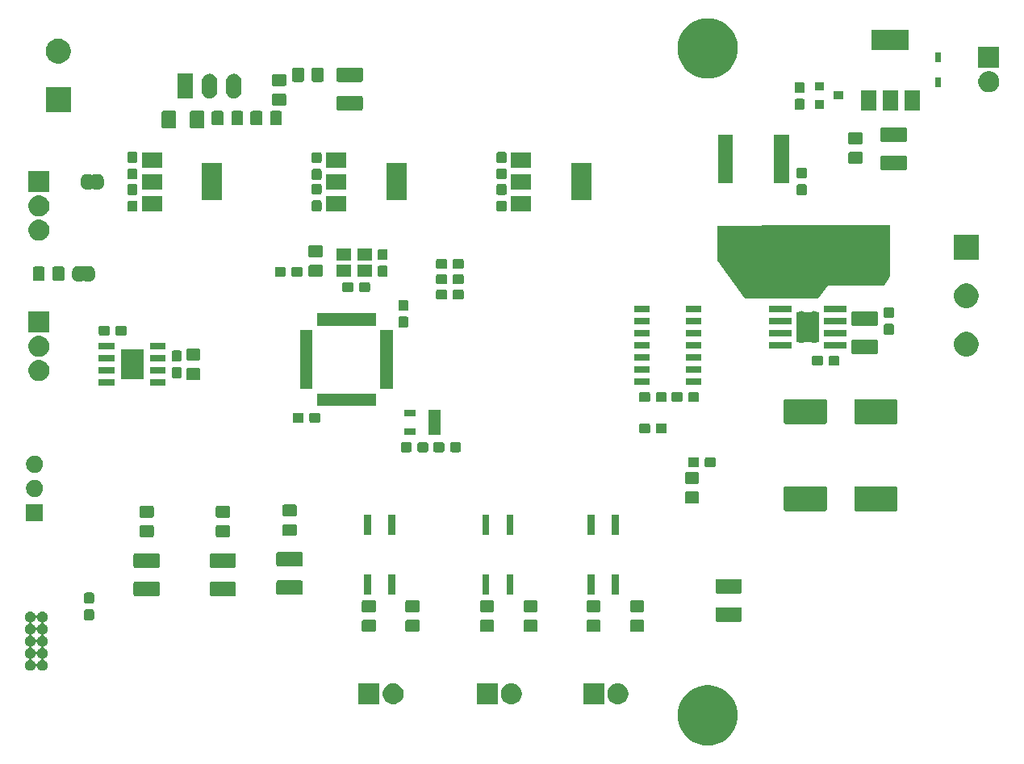
<source format=gbr>
G04 #@! TF.GenerationSoftware,KiCad,Pcbnew,5.1.6-c6e7f7d~87~ubuntu20.04.1*
G04 #@! TF.CreationDate,2020-08-09T19:44:10+01:00*
G04 #@! TF.ProjectId,scot-motor,73636f74-2d6d-46f7-946f-722e6b696361,rev?*
G04 #@! TF.SameCoordinates,Original*
G04 #@! TF.FileFunction,Soldermask,Top*
G04 #@! TF.FilePolarity,Negative*
%FSLAX46Y46*%
G04 Gerber Fmt 4.6, Leading zero omitted, Abs format (unit mm)*
G04 Created by KiCad (PCBNEW 5.1.6-c6e7f7d~87~ubuntu20.04.1) date 2020-08-09 19:44:10*
%MOMM*%
%LPD*%
G01*
G04 APERTURE LIST*
%ADD10C,0.100000*%
G04 APERTURE END LIST*
D10*
G36*
X143396849Y-114867226D02*
G01*
X143918821Y-114971052D01*
X144492085Y-115208506D01*
X145008008Y-115553235D01*
X145446765Y-115991992D01*
X145791494Y-116507915D01*
X146028948Y-117081179D01*
X146150000Y-117689752D01*
X146150000Y-118310248D01*
X146028948Y-118918821D01*
X145791494Y-119492085D01*
X145446765Y-120008008D01*
X145008008Y-120446765D01*
X144492085Y-120791494D01*
X143918821Y-121028948D01*
X143396849Y-121132774D01*
X143310249Y-121150000D01*
X142689751Y-121150000D01*
X142603151Y-121132774D01*
X142081179Y-121028948D01*
X141507915Y-120791494D01*
X140991992Y-120446765D01*
X140553235Y-120008008D01*
X140208506Y-119492085D01*
X139971052Y-118918821D01*
X139850000Y-118310248D01*
X139850000Y-117689752D01*
X139971052Y-117081179D01*
X140208506Y-116507915D01*
X140553235Y-115991992D01*
X140991992Y-115553235D01*
X141507915Y-115208506D01*
X142081179Y-114971052D01*
X142603151Y-114867226D01*
X142689751Y-114850000D01*
X143310249Y-114850000D01*
X143396849Y-114867226D01*
G37*
G36*
X133767994Y-114658555D02*
G01*
X133874350Y-114679711D01*
X133974534Y-114721209D01*
X134074720Y-114762707D01*
X134255044Y-114883195D01*
X134408405Y-115036556D01*
X134528893Y-115216880D01*
X134528893Y-115216881D01*
X134603757Y-115397617D01*
X134611889Y-115417251D01*
X134654200Y-115629960D01*
X134654200Y-115846840D01*
X134611889Y-116059549D01*
X134528893Y-116259920D01*
X134408405Y-116440244D01*
X134255044Y-116593605D01*
X134074720Y-116714093D01*
X133874350Y-116797089D01*
X133767995Y-116818244D01*
X133661640Y-116839400D01*
X133444760Y-116839400D01*
X133338405Y-116818244D01*
X133232050Y-116797089D01*
X133031680Y-116714093D01*
X132851356Y-116593605D01*
X132697995Y-116440244D01*
X132577507Y-116259920D01*
X132494511Y-116059549D01*
X132452200Y-115846840D01*
X132452200Y-115629960D01*
X132494511Y-115417251D01*
X132502644Y-115397617D01*
X132577507Y-115216881D01*
X132577507Y-115216880D01*
X132697995Y-115036556D01*
X132851356Y-114883195D01*
X133031680Y-114762707D01*
X133131866Y-114721209D01*
X133232050Y-114679711D01*
X133338406Y-114658555D01*
X133444760Y-114637400D01*
X133661640Y-114637400D01*
X133767994Y-114658555D01*
G37*
G36*
X122591994Y-114658555D02*
G01*
X122698350Y-114679711D01*
X122798534Y-114721209D01*
X122898720Y-114762707D01*
X123079044Y-114883195D01*
X123232405Y-115036556D01*
X123352893Y-115216880D01*
X123352893Y-115216881D01*
X123427757Y-115397617D01*
X123435889Y-115417251D01*
X123478200Y-115629960D01*
X123478200Y-115846840D01*
X123435889Y-116059549D01*
X123352893Y-116259920D01*
X123232405Y-116440244D01*
X123079044Y-116593605D01*
X122898720Y-116714093D01*
X122698350Y-116797089D01*
X122591995Y-116818244D01*
X122485640Y-116839400D01*
X122268760Y-116839400D01*
X122162405Y-116818244D01*
X122056050Y-116797089D01*
X121855680Y-116714093D01*
X121675356Y-116593605D01*
X121521995Y-116440244D01*
X121401507Y-116259920D01*
X121318511Y-116059549D01*
X121276200Y-115846840D01*
X121276200Y-115629960D01*
X121318511Y-115417251D01*
X121326644Y-115397617D01*
X121401507Y-115216881D01*
X121401507Y-115216880D01*
X121521995Y-115036556D01*
X121675356Y-114883195D01*
X121855680Y-114762707D01*
X121955866Y-114721209D01*
X122056050Y-114679711D01*
X122162406Y-114658555D01*
X122268760Y-114637400D01*
X122485640Y-114637400D01*
X122591994Y-114658555D01*
G37*
G36*
X120938200Y-116839400D02*
G01*
X118736200Y-116839400D01*
X118736200Y-114637400D01*
X120938200Y-114637400D01*
X120938200Y-116839400D01*
G37*
G36*
X108543000Y-116839400D02*
G01*
X106341000Y-116839400D01*
X106341000Y-114637400D01*
X108543000Y-114637400D01*
X108543000Y-116839400D01*
G37*
G36*
X110196794Y-114658555D02*
G01*
X110303150Y-114679711D01*
X110403334Y-114721209D01*
X110503520Y-114762707D01*
X110683844Y-114883195D01*
X110837205Y-115036556D01*
X110957693Y-115216880D01*
X110957693Y-115216881D01*
X111032557Y-115397617D01*
X111040689Y-115417251D01*
X111083000Y-115629960D01*
X111083000Y-115846840D01*
X111040689Y-116059549D01*
X110957693Y-116259920D01*
X110837205Y-116440244D01*
X110683844Y-116593605D01*
X110503520Y-116714093D01*
X110303150Y-116797089D01*
X110196795Y-116818244D01*
X110090440Y-116839400D01*
X109873560Y-116839400D01*
X109767205Y-116818244D01*
X109660850Y-116797089D01*
X109460480Y-116714093D01*
X109280156Y-116593605D01*
X109126795Y-116440244D01*
X109006307Y-116259920D01*
X108923311Y-116059549D01*
X108881000Y-115846840D01*
X108881000Y-115629960D01*
X108923311Y-115417251D01*
X108931444Y-115397617D01*
X109006307Y-115216881D01*
X109006307Y-115216880D01*
X109126795Y-115036556D01*
X109280156Y-114883195D01*
X109460480Y-114762707D01*
X109560666Y-114721209D01*
X109660850Y-114679711D01*
X109767206Y-114658555D01*
X109873560Y-114637400D01*
X110090440Y-114637400D01*
X110196794Y-114658555D01*
G37*
G36*
X132114200Y-116839400D02*
G01*
X129912200Y-116839400D01*
X129912200Y-114637400D01*
X132114200Y-114637400D01*
X132114200Y-116839400D01*
G37*
G36*
X72070451Y-107133080D02*
G01*
X72102931Y-107146534D01*
X72172186Y-107175220D01*
X72263742Y-107236396D01*
X72341604Y-107314258D01*
X72402780Y-107405814D01*
X72426916Y-107464085D01*
X72438468Y-107485695D01*
X72454013Y-107504637D01*
X72472955Y-107520182D01*
X72494566Y-107531733D01*
X72518015Y-107538846D01*
X72542401Y-107541248D01*
X72566787Y-107538846D01*
X72590236Y-107531733D01*
X72611846Y-107520181D01*
X72630788Y-107504636D01*
X72646333Y-107485694D01*
X72657884Y-107464085D01*
X72682020Y-107405814D01*
X72743196Y-107314258D01*
X72821058Y-107236396D01*
X72912614Y-107175220D01*
X72981869Y-107146534D01*
X73014349Y-107133080D01*
X73122341Y-107111600D01*
X73232459Y-107111600D01*
X73340451Y-107133080D01*
X73372931Y-107146534D01*
X73442186Y-107175220D01*
X73533742Y-107236396D01*
X73611604Y-107314258D01*
X73672780Y-107405814D01*
X73693849Y-107456680D01*
X73714920Y-107507549D01*
X73736400Y-107615541D01*
X73736400Y-107725659D01*
X73714920Y-107833651D01*
X73696916Y-107877115D01*
X73672780Y-107935386D01*
X73611604Y-108026942D01*
X73533742Y-108104804D01*
X73442186Y-108165980D01*
X73386001Y-108189252D01*
X73383915Y-108190116D01*
X73362305Y-108201668D01*
X73343363Y-108217213D01*
X73327818Y-108236155D01*
X73316267Y-108257766D01*
X73309154Y-108281215D01*
X73306752Y-108305601D01*
X73309154Y-108329987D01*
X73316267Y-108353436D01*
X73327819Y-108375046D01*
X73343364Y-108393988D01*
X73362306Y-108409533D01*
X73383913Y-108421083D01*
X73442186Y-108445220D01*
X73533742Y-108506396D01*
X73611604Y-108584258D01*
X73672780Y-108675814D01*
X73693849Y-108726680D01*
X73714920Y-108777549D01*
X73736400Y-108885541D01*
X73736400Y-108995659D01*
X73714920Y-109103651D01*
X73696916Y-109147115D01*
X73672780Y-109205386D01*
X73611604Y-109296942D01*
X73533742Y-109374804D01*
X73442186Y-109435980D01*
X73383915Y-109460116D01*
X73362305Y-109471668D01*
X73343363Y-109487213D01*
X73327818Y-109506155D01*
X73316267Y-109527766D01*
X73309154Y-109551215D01*
X73306752Y-109575601D01*
X73309154Y-109599987D01*
X73316267Y-109623436D01*
X73327819Y-109645046D01*
X73343364Y-109663988D01*
X73362306Y-109679533D01*
X73383913Y-109691083D01*
X73442186Y-109715220D01*
X73533742Y-109776396D01*
X73611604Y-109854258D01*
X73672780Y-109945814D01*
X73693849Y-109996680D01*
X73714920Y-110047549D01*
X73736400Y-110155541D01*
X73736400Y-110265659D01*
X73714920Y-110373651D01*
X73705867Y-110395506D01*
X73672780Y-110475386D01*
X73611604Y-110566942D01*
X73533742Y-110644804D01*
X73442186Y-110705980D01*
X73383915Y-110730116D01*
X73362305Y-110741668D01*
X73343363Y-110757213D01*
X73327818Y-110776155D01*
X73316267Y-110797766D01*
X73309154Y-110821215D01*
X73306752Y-110845601D01*
X73309154Y-110869987D01*
X73316267Y-110893436D01*
X73327819Y-110915046D01*
X73343364Y-110933988D01*
X73362306Y-110949533D01*
X73383913Y-110961083D01*
X73442186Y-110985220D01*
X73533742Y-111046396D01*
X73611604Y-111124258D01*
X73672780Y-111215814D01*
X73693849Y-111266680D01*
X73714920Y-111317549D01*
X73736400Y-111425541D01*
X73736400Y-111535659D01*
X73714920Y-111643651D01*
X73705867Y-111665506D01*
X73672780Y-111745386D01*
X73611604Y-111836942D01*
X73533742Y-111914804D01*
X73442186Y-111975980D01*
X73383915Y-112000116D01*
X73362305Y-112011668D01*
X73343363Y-112027213D01*
X73327818Y-112046155D01*
X73316267Y-112067766D01*
X73309154Y-112091215D01*
X73306752Y-112115601D01*
X73309154Y-112139987D01*
X73316267Y-112163436D01*
X73327819Y-112185046D01*
X73343364Y-112203988D01*
X73362306Y-112219533D01*
X73383913Y-112231083D01*
X73442186Y-112255220D01*
X73533742Y-112316396D01*
X73611604Y-112394258D01*
X73672780Y-112485814D01*
X73693849Y-112536680D01*
X73714920Y-112587549D01*
X73736400Y-112695541D01*
X73736400Y-112805659D01*
X73714920Y-112913651D01*
X73705867Y-112935506D01*
X73672780Y-113015386D01*
X73611604Y-113106942D01*
X73533742Y-113184804D01*
X73442186Y-113245980D01*
X73391320Y-113267049D01*
X73340451Y-113288120D01*
X73232459Y-113309600D01*
X73122341Y-113309600D01*
X73014349Y-113288120D01*
X72963480Y-113267049D01*
X72912614Y-113245980D01*
X72821058Y-113184804D01*
X72743196Y-113106942D01*
X72682020Y-113015386D01*
X72657883Y-112957113D01*
X72646332Y-112935505D01*
X72630787Y-112916563D01*
X72611845Y-112901018D01*
X72590234Y-112889467D01*
X72566785Y-112882354D01*
X72542399Y-112879952D01*
X72518013Y-112882354D01*
X72494564Y-112889467D01*
X72472954Y-112901019D01*
X72454012Y-112916564D01*
X72438467Y-112935506D01*
X72426917Y-112957113D01*
X72402780Y-113015386D01*
X72341604Y-113106942D01*
X72263742Y-113184804D01*
X72172186Y-113245980D01*
X72121320Y-113267049D01*
X72070451Y-113288120D01*
X71962459Y-113309600D01*
X71852341Y-113309600D01*
X71744349Y-113288120D01*
X71693480Y-113267049D01*
X71642614Y-113245980D01*
X71551058Y-113184804D01*
X71473196Y-113106942D01*
X71412020Y-113015386D01*
X71378933Y-112935506D01*
X71369880Y-112913651D01*
X71348400Y-112805659D01*
X71348400Y-112695541D01*
X71369880Y-112587549D01*
X71390951Y-112536680D01*
X71412020Y-112485814D01*
X71473196Y-112394258D01*
X71551058Y-112316396D01*
X71642614Y-112255220D01*
X71700887Y-112231083D01*
X71722495Y-112219532D01*
X71741437Y-112203987D01*
X71756982Y-112185045D01*
X71768533Y-112163434D01*
X71775646Y-112139985D01*
X71778047Y-112115601D01*
X72036752Y-112115601D01*
X72039154Y-112139987D01*
X72046267Y-112163436D01*
X72057819Y-112185046D01*
X72073364Y-112203988D01*
X72092306Y-112219533D01*
X72113913Y-112231083D01*
X72172186Y-112255220D01*
X72263742Y-112316396D01*
X72341604Y-112394258D01*
X72402780Y-112485814D01*
X72426916Y-112544085D01*
X72438468Y-112565695D01*
X72454013Y-112584637D01*
X72472955Y-112600182D01*
X72494566Y-112611733D01*
X72518015Y-112618846D01*
X72542401Y-112621248D01*
X72566787Y-112618846D01*
X72590236Y-112611733D01*
X72611846Y-112600181D01*
X72630788Y-112584636D01*
X72646333Y-112565694D01*
X72657884Y-112544085D01*
X72682020Y-112485814D01*
X72743196Y-112394258D01*
X72821058Y-112316396D01*
X72912614Y-112255220D01*
X72970887Y-112231083D01*
X72992495Y-112219532D01*
X73011437Y-112203987D01*
X73026982Y-112185045D01*
X73038533Y-112163434D01*
X73045646Y-112139985D01*
X73048048Y-112115599D01*
X73045646Y-112091213D01*
X73038533Y-112067764D01*
X73026981Y-112046154D01*
X73011436Y-112027212D01*
X72992494Y-112011667D01*
X72970885Y-112000116D01*
X72912614Y-111975980D01*
X72821058Y-111914804D01*
X72743196Y-111836942D01*
X72682020Y-111745386D01*
X72657883Y-111687113D01*
X72646332Y-111665505D01*
X72630787Y-111646563D01*
X72611845Y-111631018D01*
X72590234Y-111619467D01*
X72566785Y-111612354D01*
X72542399Y-111609952D01*
X72518013Y-111612354D01*
X72494564Y-111619467D01*
X72472954Y-111631019D01*
X72454012Y-111646564D01*
X72438467Y-111665506D01*
X72426917Y-111687113D01*
X72402780Y-111745386D01*
X72341604Y-111836942D01*
X72263742Y-111914804D01*
X72172186Y-111975980D01*
X72113915Y-112000116D01*
X72092305Y-112011668D01*
X72073363Y-112027213D01*
X72057818Y-112046155D01*
X72046267Y-112067766D01*
X72039154Y-112091215D01*
X72036752Y-112115601D01*
X71778047Y-112115601D01*
X71778048Y-112115599D01*
X71775646Y-112091213D01*
X71768533Y-112067764D01*
X71756981Y-112046154D01*
X71741436Y-112027212D01*
X71722494Y-112011667D01*
X71700885Y-112000116D01*
X71642614Y-111975980D01*
X71551058Y-111914804D01*
X71473196Y-111836942D01*
X71412020Y-111745386D01*
X71378933Y-111665506D01*
X71369880Y-111643651D01*
X71348400Y-111535659D01*
X71348400Y-111425541D01*
X71369880Y-111317549D01*
X71390951Y-111266680D01*
X71412020Y-111215814D01*
X71473196Y-111124258D01*
X71551058Y-111046396D01*
X71642614Y-110985220D01*
X71700887Y-110961083D01*
X71722495Y-110949532D01*
X71741437Y-110933987D01*
X71756982Y-110915045D01*
X71768533Y-110893434D01*
X71775646Y-110869985D01*
X71778047Y-110845601D01*
X72036752Y-110845601D01*
X72039154Y-110869987D01*
X72046267Y-110893436D01*
X72057819Y-110915046D01*
X72073364Y-110933988D01*
X72092306Y-110949533D01*
X72113913Y-110961083D01*
X72172186Y-110985220D01*
X72263742Y-111046396D01*
X72341604Y-111124258D01*
X72402780Y-111215814D01*
X72426916Y-111274085D01*
X72438468Y-111295695D01*
X72454013Y-111314637D01*
X72472955Y-111330182D01*
X72494566Y-111341733D01*
X72518015Y-111348846D01*
X72542401Y-111351248D01*
X72566787Y-111348846D01*
X72590236Y-111341733D01*
X72611846Y-111330181D01*
X72630788Y-111314636D01*
X72646333Y-111295694D01*
X72657884Y-111274085D01*
X72682020Y-111215814D01*
X72743196Y-111124258D01*
X72821058Y-111046396D01*
X72912614Y-110985220D01*
X72970887Y-110961083D01*
X72992495Y-110949532D01*
X73011437Y-110933987D01*
X73026982Y-110915045D01*
X73038533Y-110893434D01*
X73045646Y-110869985D01*
X73048048Y-110845599D01*
X73045646Y-110821213D01*
X73038533Y-110797764D01*
X73026981Y-110776154D01*
X73011436Y-110757212D01*
X72992494Y-110741667D01*
X72970885Y-110730116D01*
X72912614Y-110705980D01*
X72821058Y-110644804D01*
X72743196Y-110566942D01*
X72682020Y-110475386D01*
X72657883Y-110417113D01*
X72646332Y-110395505D01*
X72630787Y-110376563D01*
X72611845Y-110361018D01*
X72590234Y-110349467D01*
X72566785Y-110342354D01*
X72542399Y-110339952D01*
X72518013Y-110342354D01*
X72494564Y-110349467D01*
X72472954Y-110361019D01*
X72454012Y-110376564D01*
X72438467Y-110395506D01*
X72426917Y-110417113D01*
X72402780Y-110475386D01*
X72341604Y-110566942D01*
X72263742Y-110644804D01*
X72172186Y-110705980D01*
X72113915Y-110730116D01*
X72092305Y-110741668D01*
X72073363Y-110757213D01*
X72057818Y-110776155D01*
X72046267Y-110797766D01*
X72039154Y-110821215D01*
X72036752Y-110845601D01*
X71778047Y-110845601D01*
X71778048Y-110845599D01*
X71775646Y-110821213D01*
X71768533Y-110797764D01*
X71756981Y-110776154D01*
X71741436Y-110757212D01*
X71722494Y-110741667D01*
X71700885Y-110730116D01*
X71642614Y-110705980D01*
X71551058Y-110644804D01*
X71473196Y-110566942D01*
X71412020Y-110475386D01*
X71378933Y-110395506D01*
X71369880Y-110373651D01*
X71348400Y-110265659D01*
X71348400Y-110155541D01*
X71369880Y-110047549D01*
X71390951Y-109996680D01*
X71412020Y-109945814D01*
X71473196Y-109854258D01*
X71551058Y-109776396D01*
X71642614Y-109715220D01*
X71700887Y-109691083D01*
X71722495Y-109679532D01*
X71741437Y-109663987D01*
X71756982Y-109645045D01*
X71768533Y-109623434D01*
X71775646Y-109599985D01*
X71778047Y-109575601D01*
X72036752Y-109575601D01*
X72039154Y-109599987D01*
X72046267Y-109623436D01*
X72057819Y-109645046D01*
X72073364Y-109663988D01*
X72092306Y-109679533D01*
X72113913Y-109691083D01*
X72172186Y-109715220D01*
X72263742Y-109776396D01*
X72341604Y-109854258D01*
X72402780Y-109945814D01*
X72426916Y-110004085D01*
X72438468Y-110025695D01*
X72454013Y-110044637D01*
X72472955Y-110060182D01*
X72494566Y-110071733D01*
X72518015Y-110078846D01*
X72542401Y-110081248D01*
X72566787Y-110078846D01*
X72590236Y-110071733D01*
X72611846Y-110060181D01*
X72630788Y-110044636D01*
X72646333Y-110025694D01*
X72657884Y-110004085D01*
X72682020Y-109945814D01*
X72743196Y-109854258D01*
X72821058Y-109776396D01*
X72912614Y-109715220D01*
X72970887Y-109691083D01*
X72992495Y-109679532D01*
X73011437Y-109663987D01*
X73026982Y-109645045D01*
X73038533Y-109623434D01*
X73045646Y-109599985D01*
X73048048Y-109575599D01*
X73045646Y-109551213D01*
X73038533Y-109527764D01*
X73026981Y-109506154D01*
X73011436Y-109487212D01*
X72992494Y-109471667D01*
X72970885Y-109460116D01*
X72912614Y-109435980D01*
X72821058Y-109374804D01*
X72743196Y-109296942D01*
X72682020Y-109205386D01*
X72657883Y-109147113D01*
X72646332Y-109125505D01*
X72630787Y-109106563D01*
X72611845Y-109091018D01*
X72590234Y-109079467D01*
X72566785Y-109072354D01*
X72542399Y-109069952D01*
X72518013Y-109072354D01*
X72494564Y-109079467D01*
X72472954Y-109091019D01*
X72454012Y-109106564D01*
X72438467Y-109125506D01*
X72426917Y-109147113D01*
X72402780Y-109205386D01*
X72341604Y-109296942D01*
X72263742Y-109374804D01*
X72172186Y-109435980D01*
X72113915Y-109460116D01*
X72092305Y-109471668D01*
X72073363Y-109487213D01*
X72057818Y-109506155D01*
X72046267Y-109527766D01*
X72039154Y-109551215D01*
X72036752Y-109575601D01*
X71778047Y-109575601D01*
X71778048Y-109575599D01*
X71775646Y-109551213D01*
X71768533Y-109527764D01*
X71756981Y-109506154D01*
X71741436Y-109487212D01*
X71722494Y-109471667D01*
X71700885Y-109460116D01*
X71642614Y-109435980D01*
X71551058Y-109374804D01*
X71473196Y-109296942D01*
X71412020Y-109205386D01*
X71387884Y-109147115D01*
X71369880Y-109103651D01*
X71348400Y-108995659D01*
X71348400Y-108885541D01*
X71369880Y-108777549D01*
X71390951Y-108726680D01*
X71412020Y-108675814D01*
X71473196Y-108584258D01*
X71551058Y-108506396D01*
X71642614Y-108445220D01*
X71700887Y-108421083D01*
X71722495Y-108409532D01*
X71741437Y-108393987D01*
X71756982Y-108375045D01*
X71768533Y-108353434D01*
X71775646Y-108329985D01*
X71778047Y-108305601D01*
X72036752Y-108305601D01*
X72039154Y-108329987D01*
X72046267Y-108353436D01*
X72057819Y-108375046D01*
X72073364Y-108393988D01*
X72092306Y-108409533D01*
X72113913Y-108421083D01*
X72172186Y-108445220D01*
X72263742Y-108506396D01*
X72341604Y-108584258D01*
X72402780Y-108675814D01*
X72426916Y-108734085D01*
X72438468Y-108755695D01*
X72454013Y-108774637D01*
X72472955Y-108790182D01*
X72494566Y-108801733D01*
X72518015Y-108808846D01*
X72542401Y-108811248D01*
X72566787Y-108808846D01*
X72590236Y-108801733D01*
X72611846Y-108790181D01*
X72630788Y-108774636D01*
X72646333Y-108755694D01*
X72657884Y-108734085D01*
X72682020Y-108675814D01*
X72743196Y-108584258D01*
X72821058Y-108506396D01*
X72912614Y-108445220D01*
X72970887Y-108421083D01*
X72992495Y-108409532D01*
X73011437Y-108393987D01*
X73026982Y-108375045D01*
X73038533Y-108353434D01*
X73045646Y-108329985D01*
X73048048Y-108305599D01*
X73045646Y-108281213D01*
X73038533Y-108257764D01*
X73026981Y-108236154D01*
X73011436Y-108217212D01*
X72992494Y-108201667D01*
X72970885Y-108190116D01*
X72968799Y-108189252D01*
X72912614Y-108165980D01*
X72821058Y-108104804D01*
X72743196Y-108026942D01*
X72682020Y-107935386D01*
X72657883Y-107877113D01*
X72646332Y-107855505D01*
X72630787Y-107836563D01*
X72611845Y-107821018D01*
X72590234Y-107809467D01*
X72566785Y-107802354D01*
X72542399Y-107799952D01*
X72518013Y-107802354D01*
X72494564Y-107809467D01*
X72472954Y-107821019D01*
X72454012Y-107836564D01*
X72438467Y-107855506D01*
X72426917Y-107877113D01*
X72402780Y-107935386D01*
X72341604Y-108026942D01*
X72263742Y-108104804D01*
X72172186Y-108165980D01*
X72116001Y-108189252D01*
X72113915Y-108190116D01*
X72092305Y-108201668D01*
X72073363Y-108217213D01*
X72057818Y-108236155D01*
X72046267Y-108257766D01*
X72039154Y-108281215D01*
X72036752Y-108305601D01*
X71778047Y-108305601D01*
X71778048Y-108305599D01*
X71775646Y-108281213D01*
X71768533Y-108257764D01*
X71756981Y-108236154D01*
X71741436Y-108217212D01*
X71722494Y-108201667D01*
X71700885Y-108190116D01*
X71698799Y-108189252D01*
X71642614Y-108165980D01*
X71551058Y-108104804D01*
X71473196Y-108026942D01*
X71412020Y-107935386D01*
X71387884Y-107877115D01*
X71369880Y-107833651D01*
X71348400Y-107725659D01*
X71348400Y-107615541D01*
X71369880Y-107507549D01*
X71390951Y-107456680D01*
X71412020Y-107405814D01*
X71473196Y-107314258D01*
X71551058Y-107236396D01*
X71642614Y-107175220D01*
X71711869Y-107146534D01*
X71744349Y-107133080D01*
X71852341Y-107111600D01*
X71962459Y-107111600D01*
X72070451Y-107133080D01*
G37*
G36*
X136173874Y-107983465D02*
G01*
X136211567Y-107994899D01*
X136246303Y-108013466D01*
X136276748Y-108038452D01*
X136301734Y-108068897D01*
X136320301Y-108103633D01*
X136331735Y-108141326D01*
X136336200Y-108186661D01*
X136336200Y-109023339D01*
X136331735Y-109068674D01*
X136320301Y-109106367D01*
X136301734Y-109141103D01*
X136276748Y-109171548D01*
X136246303Y-109196534D01*
X136211567Y-109215101D01*
X136173874Y-109226535D01*
X136128539Y-109231000D01*
X135041861Y-109231000D01*
X134996526Y-109226535D01*
X134958833Y-109215101D01*
X134924097Y-109196534D01*
X134893652Y-109171548D01*
X134868666Y-109141103D01*
X134850099Y-109106367D01*
X134838665Y-109068674D01*
X134834200Y-109023339D01*
X134834200Y-108186661D01*
X134838665Y-108141326D01*
X134850099Y-108103633D01*
X134868666Y-108068897D01*
X134893652Y-108038452D01*
X134924097Y-108013466D01*
X134958833Y-107994899D01*
X134996526Y-107983465D01*
X135041861Y-107979000D01*
X136128539Y-107979000D01*
X136173874Y-107983465D01*
G37*
G36*
X120425874Y-107983465D02*
G01*
X120463567Y-107994899D01*
X120498303Y-108013466D01*
X120528748Y-108038452D01*
X120553734Y-108068897D01*
X120572301Y-108103633D01*
X120583735Y-108141326D01*
X120588200Y-108186661D01*
X120588200Y-109023339D01*
X120583735Y-109068674D01*
X120572301Y-109106367D01*
X120553734Y-109141103D01*
X120528748Y-109171548D01*
X120498303Y-109196534D01*
X120463567Y-109215101D01*
X120425874Y-109226535D01*
X120380539Y-109231000D01*
X119293861Y-109231000D01*
X119248526Y-109226535D01*
X119210833Y-109215101D01*
X119176097Y-109196534D01*
X119145652Y-109171548D01*
X119120666Y-109141103D01*
X119102099Y-109106367D01*
X119090665Y-109068674D01*
X119086200Y-109023339D01*
X119086200Y-108186661D01*
X119090665Y-108141326D01*
X119102099Y-108103633D01*
X119120666Y-108068897D01*
X119145652Y-108038452D01*
X119176097Y-108013466D01*
X119210833Y-107994899D01*
X119248526Y-107983465D01*
X119293861Y-107979000D01*
X120380539Y-107979000D01*
X120425874Y-107983465D01*
G37*
G36*
X124997874Y-107983465D02*
G01*
X125035567Y-107994899D01*
X125070303Y-108013466D01*
X125100748Y-108038452D01*
X125125734Y-108068897D01*
X125144301Y-108103633D01*
X125155735Y-108141326D01*
X125160200Y-108186661D01*
X125160200Y-109023339D01*
X125155735Y-109068674D01*
X125144301Y-109106367D01*
X125125734Y-109141103D01*
X125100748Y-109171548D01*
X125070303Y-109196534D01*
X125035567Y-109215101D01*
X124997874Y-109226535D01*
X124952539Y-109231000D01*
X123865861Y-109231000D01*
X123820526Y-109226535D01*
X123782833Y-109215101D01*
X123748097Y-109196534D01*
X123717652Y-109171548D01*
X123692666Y-109141103D01*
X123674099Y-109106367D01*
X123662665Y-109068674D01*
X123658200Y-109023339D01*
X123658200Y-108186661D01*
X123662665Y-108141326D01*
X123674099Y-108103633D01*
X123692666Y-108068897D01*
X123717652Y-108038452D01*
X123748097Y-108013466D01*
X123782833Y-107994899D01*
X123820526Y-107983465D01*
X123865861Y-107979000D01*
X124952539Y-107979000D01*
X124997874Y-107983465D01*
G37*
G36*
X108030674Y-107983465D02*
G01*
X108068367Y-107994899D01*
X108103103Y-108013466D01*
X108133548Y-108038452D01*
X108158534Y-108068897D01*
X108177101Y-108103633D01*
X108188535Y-108141326D01*
X108193000Y-108186661D01*
X108193000Y-109023339D01*
X108188535Y-109068674D01*
X108177101Y-109106367D01*
X108158534Y-109141103D01*
X108133548Y-109171548D01*
X108103103Y-109196534D01*
X108068367Y-109215101D01*
X108030674Y-109226535D01*
X107985339Y-109231000D01*
X106898661Y-109231000D01*
X106853326Y-109226535D01*
X106815633Y-109215101D01*
X106780897Y-109196534D01*
X106750452Y-109171548D01*
X106725466Y-109141103D01*
X106706899Y-109106367D01*
X106695465Y-109068674D01*
X106691000Y-109023339D01*
X106691000Y-108186661D01*
X106695465Y-108141326D01*
X106706899Y-108103633D01*
X106725466Y-108068897D01*
X106750452Y-108038452D01*
X106780897Y-108013466D01*
X106815633Y-107994899D01*
X106853326Y-107983465D01*
X106898661Y-107979000D01*
X107985339Y-107979000D01*
X108030674Y-107983465D01*
G37*
G36*
X112602674Y-107983465D02*
G01*
X112640367Y-107994899D01*
X112675103Y-108013466D01*
X112705548Y-108038452D01*
X112730534Y-108068897D01*
X112749101Y-108103633D01*
X112760535Y-108141326D01*
X112765000Y-108186661D01*
X112765000Y-109023339D01*
X112760535Y-109068674D01*
X112749101Y-109106367D01*
X112730534Y-109141103D01*
X112705548Y-109171548D01*
X112675103Y-109196534D01*
X112640367Y-109215101D01*
X112602674Y-109226535D01*
X112557339Y-109231000D01*
X111470661Y-109231000D01*
X111425326Y-109226535D01*
X111387633Y-109215101D01*
X111352897Y-109196534D01*
X111322452Y-109171548D01*
X111297466Y-109141103D01*
X111278899Y-109106367D01*
X111267465Y-109068674D01*
X111263000Y-109023339D01*
X111263000Y-108186661D01*
X111267465Y-108141326D01*
X111278899Y-108103633D01*
X111297466Y-108068897D01*
X111322452Y-108038452D01*
X111352897Y-108013466D01*
X111387633Y-107994899D01*
X111425326Y-107983465D01*
X111470661Y-107979000D01*
X112557339Y-107979000D01*
X112602674Y-107983465D01*
G37*
G36*
X131601874Y-107983465D02*
G01*
X131639567Y-107994899D01*
X131674303Y-108013466D01*
X131704748Y-108038452D01*
X131729734Y-108068897D01*
X131748301Y-108103633D01*
X131759735Y-108141326D01*
X131764200Y-108186661D01*
X131764200Y-109023339D01*
X131759735Y-109068674D01*
X131748301Y-109106367D01*
X131729734Y-109141103D01*
X131704748Y-109171548D01*
X131674303Y-109196534D01*
X131639567Y-109215101D01*
X131601874Y-109226535D01*
X131556539Y-109231000D01*
X130469861Y-109231000D01*
X130424526Y-109226535D01*
X130386833Y-109215101D01*
X130352097Y-109196534D01*
X130321652Y-109171548D01*
X130296666Y-109141103D01*
X130278099Y-109106367D01*
X130266665Y-109068674D01*
X130262200Y-109023339D01*
X130262200Y-108186661D01*
X130266665Y-108141326D01*
X130278099Y-108103633D01*
X130296666Y-108068897D01*
X130321652Y-108038452D01*
X130352097Y-108013466D01*
X130386833Y-107994899D01*
X130424526Y-107983465D01*
X130469861Y-107979000D01*
X131556539Y-107979000D01*
X131601874Y-107983465D01*
G37*
G36*
X146411962Y-106671581D02*
G01*
X146446881Y-106682174D01*
X146479063Y-106699376D01*
X146507273Y-106722527D01*
X146530424Y-106750737D01*
X146547626Y-106782919D01*
X146558219Y-106817838D01*
X146562400Y-106860295D01*
X146562400Y-108001505D01*
X146558219Y-108043962D01*
X146547626Y-108078881D01*
X146530424Y-108111063D01*
X146507273Y-108139273D01*
X146479063Y-108162424D01*
X146446881Y-108179626D01*
X146411962Y-108190219D01*
X146369505Y-108194400D01*
X144003295Y-108194400D01*
X143960838Y-108190219D01*
X143925919Y-108179626D01*
X143893737Y-108162424D01*
X143865527Y-108139273D01*
X143842376Y-108111063D01*
X143825174Y-108078881D01*
X143814581Y-108043962D01*
X143810400Y-108001505D01*
X143810400Y-106860295D01*
X143814581Y-106817838D01*
X143825174Y-106782919D01*
X143842376Y-106750737D01*
X143865527Y-106722527D01*
X143893737Y-106699376D01*
X143925919Y-106682174D01*
X143960838Y-106671581D01*
X144003295Y-106667400D01*
X146369505Y-106667400D01*
X146411962Y-106671581D01*
G37*
G36*
X78444099Y-106870445D02*
G01*
X78481595Y-106881820D01*
X78516154Y-106900292D01*
X78546447Y-106925153D01*
X78571308Y-106955446D01*
X78589780Y-106990005D01*
X78601155Y-107027501D01*
X78605600Y-107072638D01*
X78605600Y-107811362D01*
X78601155Y-107856499D01*
X78589780Y-107893995D01*
X78571308Y-107928554D01*
X78546447Y-107958847D01*
X78516154Y-107983708D01*
X78481595Y-108002180D01*
X78444099Y-108013555D01*
X78398962Y-108018000D01*
X77760238Y-108018000D01*
X77715101Y-108013555D01*
X77677605Y-108002180D01*
X77643046Y-107983708D01*
X77612753Y-107958847D01*
X77587892Y-107928554D01*
X77569420Y-107893995D01*
X77558045Y-107856499D01*
X77553600Y-107811362D01*
X77553600Y-107072638D01*
X77558045Y-107027501D01*
X77569420Y-106990005D01*
X77587892Y-106955446D01*
X77612753Y-106925153D01*
X77643046Y-106900292D01*
X77677605Y-106881820D01*
X77715101Y-106870445D01*
X77760238Y-106866000D01*
X78398962Y-106866000D01*
X78444099Y-106870445D01*
G37*
G36*
X120425874Y-105933465D02*
G01*
X120463567Y-105944899D01*
X120498303Y-105963466D01*
X120528748Y-105988452D01*
X120553734Y-106018897D01*
X120572301Y-106053633D01*
X120583735Y-106091326D01*
X120588200Y-106136661D01*
X120588200Y-106973339D01*
X120583735Y-107018674D01*
X120572301Y-107056367D01*
X120553734Y-107091103D01*
X120528748Y-107121548D01*
X120498303Y-107146534D01*
X120463567Y-107165101D01*
X120425874Y-107176535D01*
X120380539Y-107181000D01*
X119293861Y-107181000D01*
X119248526Y-107176535D01*
X119210833Y-107165101D01*
X119176097Y-107146534D01*
X119145652Y-107121548D01*
X119120666Y-107091103D01*
X119102099Y-107056367D01*
X119090665Y-107018674D01*
X119086200Y-106973339D01*
X119086200Y-106136661D01*
X119090665Y-106091326D01*
X119102099Y-106053633D01*
X119120666Y-106018897D01*
X119145652Y-105988452D01*
X119176097Y-105963466D01*
X119210833Y-105944899D01*
X119248526Y-105933465D01*
X119293861Y-105929000D01*
X120380539Y-105929000D01*
X120425874Y-105933465D01*
G37*
G36*
X124997874Y-105933465D02*
G01*
X125035567Y-105944899D01*
X125070303Y-105963466D01*
X125100748Y-105988452D01*
X125125734Y-106018897D01*
X125144301Y-106053633D01*
X125155735Y-106091326D01*
X125160200Y-106136661D01*
X125160200Y-106973339D01*
X125155735Y-107018674D01*
X125144301Y-107056367D01*
X125125734Y-107091103D01*
X125100748Y-107121548D01*
X125070303Y-107146534D01*
X125035567Y-107165101D01*
X124997874Y-107176535D01*
X124952539Y-107181000D01*
X123865861Y-107181000D01*
X123820526Y-107176535D01*
X123782833Y-107165101D01*
X123748097Y-107146534D01*
X123717652Y-107121548D01*
X123692666Y-107091103D01*
X123674099Y-107056367D01*
X123662665Y-107018674D01*
X123658200Y-106973339D01*
X123658200Y-106136661D01*
X123662665Y-106091326D01*
X123674099Y-106053633D01*
X123692666Y-106018897D01*
X123717652Y-105988452D01*
X123748097Y-105963466D01*
X123782833Y-105944899D01*
X123820526Y-105933465D01*
X123865861Y-105929000D01*
X124952539Y-105929000D01*
X124997874Y-105933465D01*
G37*
G36*
X131601874Y-105933465D02*
G01*
X131639567Y-105944899D01*
X131674303Y-105963466D01*
X131704748Y-105988452D01*
X131729734Y-106018897D01*
X131748301Y-106053633D01*
X131759735Y-106091326D01*
X131764200Y-106136661D01*
X131764200Y-106973339D01*
X131759735Y-107018674D01*
X131748301Y-107056367D01*
X131729734Y-107091103D01*
X131704748Y-107121548D01*
X131674303Y-107146534D01*
X131639567Y-107165101D01*
X131601874Y-107176535D01*
X131556539Y-107181000D01*
X130469861Y-107181000D01*
X130424526Y-107176535D01*
X130386833Y-107165101D01*
X130352097Y-107146534D01*
X130321652Y-107121548D01*
X130296666Y-107091103D01*
X130278099Y-107056367D01*
X130266665Y-107018674D01*
X130262200Y-106973339D01*
X130262200Y-106136661D01*
X130266665Y-106091326D01*
X130278099Y-106053633D01*
X130296666Y-106018897D01*
X130321652Y-105988452D01*
X130352097Y-105963466D01*
X130386833Y-105944899D01*
X130424526Y-105933465D01*
X130469861Y-105929000D01*
X131556539Y-105929000D01*
X131601874Y-105933465D01*
G37*
G36*
X136173874Y-105933465D02*
G01*
X136211567Y-105944899D01*
X136246303Y-105963466D01*
X136276748Y-105988452D01*
X136301734Y-106018897D01*
X136320301Y-106053633D01*
X136331735Y-106091326D01*
X136336200Y-106136661D01*
X136336200Y-106973339D01*
X136331735Y-107018674D01*
X136320301Y-107056367D01*
X136301734Y-107091103D01*
X136276748Y-107121548D01*
X136246303Y-107146534D01*
X136211567Y-107165101D01*
X136173874Y-107176535D01*
X136128539Y-107181000D01*
X135041861Y-107181000D01*
X134996526Y-107176535D01*
X134958833Y-107165101D01*
X134924097Y-107146534D01*
X134893652Y-107121548D01*
X134868666Y-107091103D01*
X134850099Y-107056367D01*
X134838665Y-107018674D01*
X134834200Y-106973339D01*
X134834200Y-106136661D01*
X134838665Y-106091326D01*
X134850099Y-106053633D01*
X134868666Y-106018897D01*
X134893652Y-105988452D01*
X134924097Y-105963466D01*
X134958833Y-105944899D01*
X134996526Y-105933465D01*
X135041861Y-105929000D01*
X136128539Y-105929000D01*
X136173874Y-105933465D01*
G37*
G36*
X112602674Y-105933465D02*
G01*
X112640367Y-105944899D01*
X112675103Y-105963466D01*
X112705548Y-105988452D01*
X112730534Y-106018897D01*
X112749101Y-106053633D01*
X112760535Y-106091326D01*
X112765000Y-106136661D01*
X112765000Y-106973339D01*
X112760535Y-107018674D01*
X112749101Y-107056367D01*
X112730534Y-107091103D01*
X112705548Y-107121548D01*
X112675103Y-107146534D01*
X112640367Y-107165101D01*
X112602674Y-107176535D01*
X112557339Y-107181000D01*
X111470661Y-107181000D01*
X111425326Y-107176535D01*
X111387633Y-107165101D01*
X111352897Y-107146534D01*
X111322452Y-107121548D01*
X111297466Y-107091103D01*
X111278899Y-107056367D01*
X111267465Y-107018674D01*
X111263000Y-106973339D01*
X111263000Y-106136661D01*
X111267465Y-106091326D01*
X111278899Y-106053633D01*
X111297466Y-106018897D01*
X111322452Y-105988452D01*
X111352897Y-105963466D01*
X111387633Y-105944899D01*
X111425326Y-105933465D01*
X111470661Y-105929000D01*
X112557339Y-105929000D01*
X112602674Y-105933465D01*
G37*
G36*
X108030674Y-105933465D02*
G01*
X108068367Y-105944899D01*
X108103103Y-105963466D01*
X108133548Y-105988452D01*
X108158534Y-106018897D01*
X108177101Y-106053633D01*
X108188535Y-106091326D01*
X108193000Y-106136661D01*
X108193000Y-106973339D01*
X108188535Y-107018674D01*
X108177101Y-107056367D01*
X108158534Y-107091103D01*
X108133548Y-107121548D01*
X108103103Y-107146534D01*
X108068367Y-107165101D01*
X108030674Y-107176535D01*
X107985339Y-107181000D01*
X106898661Y-107181000D01*
X106853326Y-107176535D01*
X106815633Y-107165101D01*
X106780897Y-107146534D01*
X106750452Y-107121548D01*
X106725466Y-107091103D01*
X106706899Y-107056367D01*
X106695465Y-107018674D01*
X106691000Y-106973339D01*
X106691000Y-106136661D01*
X106695465Y-106091326D01*
X106706899Y-106053633D01*
X106725466Y-106018897D01*
X106750452Y-105988452D01*
X106780897Y-105963466D01*
X106815633Y-105944899D01*
X106853326Y-105933465D01*
X106898661Y-105929000D01*
X107985339Y-105929000D01*
X108030674Y-105933465D01*
G37*
G36*
X78444099Y-105120445D02*
G01*
X78481595Y-105131820D01*
X78516154Y-105150292D01*
X78546447Y-105175153D01*
X78571308Y-105205446D01*
X78589780Y-105240005D01*
X78601155Y-105277501D01*
X78605600Y-105322638D01*
X78605600Y-106061362D01*
X78601155Y-106106499D01*
X78589780Y-106143995D01*
X78571308Y-106178554D01*
X78546447Y-106208847D01*
X78516154Y-106233708D01*
X78481595Y-106252180D01*
X78444099Y-106263555D01*
X78398962Y-106268000D01*
X77760238Y-106268000D01*
X77715101Y-106263555D01*
X77677605Y-106252180D01*
X77643046Y-106233708D01*
X77612753Y-106208847D01*
X77587892Y-106178554D01*
X77569420Y-106143995D01*
X77558045Y-106106499D01*
X77553600Y-106061362D01*
X77553600Y-105322638D01*
X77558045Y-105277501D01*
X77569420Y-105240005D01*
X77587892Y-105205446D01*
X77612753Y-105175153D01*
X77643046Y-105150292D01*
X77677605Y-105131820D01*
X77715101Y-105120445D01*
X77760238Y-105116000D01*
X78398962Y-105116000D01*
X78444099Y-105120445D01*
G37*
G36*
X93351362Y-103968081D02*
G01*
X93386281Y-103978674D01*
X93418463Y-103995876D01*
X93446673Y-104019027D01*
X93469824Y-104047237D01*
X93487026Y-104079419D01*
X93497619Y-104114338D01*
X93501800Y-104156795D01*
X93501800Y-105298005D01*
X93497619Y-105340462D01*
X93487026Y-105375381D01*
X93469824Y-105407563D01*
X93446673Y-105435773D01*
X93418463Y-105458924D01*
X93386281Y-105476126D01*
X93351362Y-105486719D01*
X93308905Y-105490900D01*
X90942695Y-105490900D01*
X90900238Y-105486719D01*
X90865319Y-105476126D01*
X90833137Y-105458924D01*
X90804927Y-105435773D01*
X90781776Y-105407563D01*
X90764574Y-105375381D01*
X90753981Y-105340462D01*
X90749800Y-105298005D01*
X90749800Y-104156795D01*
X90753981Y-104114338D01*
X90764574Y-104079419D01*
X90781776Y-104047237D01*
X90804927Y-104019027D01*
X90833137Y-103995876D01*
X90865319Y-103978674D01*
X90900238Y-103968081D01*
X90942695Y-103963900D01*
X93308905Y-103963900D01*
X93351362Y-103968081D01*
G37*
G36*
X85350362Y-103968081D02*
G01*
X85385281Y-103978674D01*
X85417463Y-103995876D01*
X85445673Y-104019027D01*
X85468824Y-104047237D01*
X85486026Y-104079419D01*
X85496619Y-104114338D01*
X85500800Y-104156795D01*
X85500800Y-105298005D01*
X85496619Y-105340462D01*
X85486026Y-105375381D01*
X85468824Y-105407563D01*
X85445673Y-105435773D01*
X85417463Y-105458924D01*
X85385281Y-105476126D01*
X85350362Y-105486719D01*
X85307905Y-105490900D01*
X82941695Y-105490900D01*
X82899238Y-105486719D01*
X82864319Y-105476126D01*
X82832137Y-105458924D01*
X82803927Y-105435773D01*
X82780776Y-105407563D01*
X82763574Y-105375381D01*
X82752981Y-105340462D01*
X82748800Y-105298005D01*
X82748800Y-104156795D01*
X82752981Y-104114338D01*
X82763574Y-104079419D01*
X82780776Y-104047237D01*
X82803927Y-104019027D01*
X82832137Y-103995876D01*
X82864319Y-103978674D01*
X82899238Y-103968081D01*
X82941695Y-103963900D01*
X85307905Y-103963900D01*
X85350362Y-103968081D01*
G37*
G36*
X100336362Y-103841081D02*
G01*
X100371281Y-103851674D01*
X100403463Y-103868876D01*
X100431673Y-103892027D01*
X100454824Y-103920237D01*
X100472026Y-103952419D01*
X100482619Y-103987338D01*
X100486800Y-104029795D01*
X100486800Y-105171005D01*
X100482619Y-105213462D01*
X100472026Y-105248381D01*
X100454824Y-105280563D01*
X100431673Y-105308773D01*
X100403463Y-105331924D01*
X100371281Y-105349126D01*
X100336362Y-105359719D01*
X100293905Y-105363900D01*
X97927695Y-105363900D01*
X97885238Y-105359719D01*
X97850319Y-105349126D01*
X97818137Y-105331924D01*
X97789927Y-105308773D01*
X97766776Y-105280563D01*
X97749574Y-105248381D01*
X97738981Y-105213462D01*
X97734800Y-105171005D01*
X97734800Y-104029795D01*
X97738981Y-103987338D01*
X97749574Y-103952419D01*
X97766776Y-103920237D01*
X97789927Y-103892027D01*
X97818137Y-103868876D01*
X97850319Y-103851674D01*
X97885238Y-103841081D01*
X97927695Y-103836900D01*
X100293905Y-103836900D01*
X100336362Y-103841081D01*
G37*
G36*
X133670200Y-105343400D02*
G01*
X132928200Y-105343400D01*
X132928200Y-103241400D01*
X133670200Y-103241400D01*
X133670200Y-105343400D01*
G37*
G36*
X107686000Y-105343400D02*
G01*
X106944000Y-105343400D01*
X106944000Y-103241400D01*
X107686000Y-103241400D01*
X107686000Y-105343400D01*
G37*
G36*
X120081200Y-105343400D02*
G01*
X119339200Y-105343400D01*
X119339200Y-103241400D01*
X120081200Y-103241400D01*
X120081200Y-105343400D01*
G37*
G36*
X131130200Y-105343400D02*
G01*
X130388200Y-105343400D01*
X130388200Y-103241400D01*
X131130200Y-103241400D01*
X131130200Y-105343400D01*
G37*
G36*
X110226000Y-105343400D02*
G01*
X109484000Y-105343400D01*
X109484000Y-103241400D01*
X110226000Y-103241400D01*
X110226000Y-105343400D01*
G37*
G36*
X122621200Y-105343400D02*
G01*
X121879200Y-105343400D01*
X121879200Y-103241400D01*
X122621200Y-103241400D01*
X122621200Y-105343400D01*
G37*
G36*
X146411962Y-103696581D02*
G01*
X146446881Y-103707174D01*
X146479063Y-103724376D01*
X146507273Y-103747527D01*
X146530424Y-103775737D01*
X146547626Y-103807919D01*
X146558219Y-103842838D01*
X146562400Y-103885295D01*
X146562400Y-105026505D01*
X146558219Y-105068962D01*
X146547626Y-105103881D01*
X146530424Y-105136063D01*
X146507273Y-105164273D01*
X146479063Y-105187424D01*
X146446881Y-105204626D01*
X146411962Y-105215219D01*
X146369505Y-105219400D01*
X144003295Y-105219400D01*
X143960838Y-105215219D01*
X143925919Y-105204626D01*
X143893737Y-105187424D01*
X143865527Y-105164273D01*
X143842376Y-105136063D01*
X143825174Y-105103881D01*
X143814581Y-105068962D01*
X143810400Y-105026505D01*
X143810400Y-103885295D01*
X143814581Y-103842838D01*
X143825174Y-103807919D01*
X143842376Y-103775737D01*
X143865527Y-103747527D01*
X143893737Y-103724376D01*
X143925919Y-103707174D01*
X143960838Y-103696581D01*
X144003295Y-103692400D01*
X146369505Y-103692400D01*
X146411962Y-103696581D01*
G37*
G36*
X85350362Y-100993081D02*
G01*
X85385281Y-101003674D01*
X85417463Y-101020876D01*
X85445673Y-101044027D01*
X85468824Y-101072237D01*
X85486026Y-101104419D01*
X85496619Y-101139338D01*
X85500800Y-101181795D01*
X85500800Y-102323005D01*
X85496619Y-102365462D01*
X85486026Y-102400381D01*
X85468824Y-102432563D01*
X85445673Y-102460773D01*
X85417463Y-102483924D01*
X85385281Y-102501126D01*
X85350362Y-102511719D01*
X85307905Y-102515900D01*
X82941695Y-102515900D01*
X82899238Y-102511719D01*
X82864319Y-102501126D01*
X82832137Y-102483924D01*
X82803927Y-102460773D01*
X82780776Y-102432563D01*
X82763574Y-102400381D01*
X82752981Y-102365462D01*
X82748800Y-102323005D01*
X82748800Y-101181795D01*
X82752981Y-101139338D01*
X82763574Y-101104419D01*
X82780776Y-101072237D01*
X82803927Y-101044027D01*
X82832137Y-101020876D01*
X82864319Y-101003674D01*
X82899238Y-100993081D01*
X82941695Y-100988900D01*
X85307905Y-100988900D01*
X85350362Y-100993081D01*
G37*
G36*
X93351362Y-100993081D02*
G01*
X93386281Y-101003674D01*
X93418463Y-101020876D01*
X93446673Y-101044027D01*
X93469824Y-101072237D01*
X93487026Y-101104419D01*
X93497619Y-101139338D01*
X93501800Y-101181795D01*
X93501800Y-102323005D01*
X93497619Y-102365462D01*
X93487026Y-102400381D01*
X93469824Y-102432563D01*
X93446673Y-102460773D01*
X93418463Y-102483924D01*
X93386281Y-102501126D01*
X93351362Y-102511719D01*
X93308905Y-102515900D01*
X90942695Y-102515900D01*
X90900238Y-102511719D01*
X90865319Y-102501126D01*
X90833137Y-102483924D01*
X90804927Y-102460773D01*
X90781776Y-102432563D01*
X90764574Y-102400381D01*
X90753981Y-102365462D01*
X90749800Y-102323005D01*
X90749800Y-101181795D01*
X90753981Y-101139338D01*
X90764574Y-101104419D01*
X90781776Y-101072237D01*
X90804927Y-101044027D01*
X90833137Y-101020876D01*
X90865319Y-101003674D01*
X90900238Y-100993081D01*
X90942695Y-100988900D01*
X93308905Y-100988900D01*
X93351362Y-100993081D01*
G37*
G36*
X100336362Y-100866081D02*
G01*
X100371281Y-100876674D01*
X100403463Y-100893876D01*
X100431673Y-100917027D01*
X100454824Y-100945237D01*
X100472026Y-100977419D01*
X100482619Y-101012338D01*
X100486800Y-101054795D01*
X100486800Y-102196005D01*
X100482619Y-102238462D01*
X100472026Y-102273381D01*
X100454824Y-102305563D01*
X100431673Y-102333773D01*
X100403463Y-102356924D01*
X100371281Y-102374126D01*
X100336362Y-102384719D01*
X100293905Y-102388900D01*
X97927695Y-102388900D01*
X97885238Y-102384719D01*
X97850319Y-102374126D01*
X97818137Y-102356924D01*
X97789927Y-102333773D01*
X97766776Y-102305563D01*
X97749574Y-102273381D01*
X97738981Y-102238462D01*
X97734800Y-102196005D01*
X97734800Y-101054795D01*
X97738981Y-101012338D01*
X97749574Y-100977419D01*
X97766776Y-100945237D01*
X97789927Y-100917027D01*
X97818137Y-100893876D01*
X97850319Y-100876674D01*
X97885238Y-100866081D01*
X97927695Y-100861900D01*
X100293905Y-100861900D01*
X100336362Y-100866081D01*
G37*
G36*
X84713474Y-98057465D02*
G01*
X84751167Y-98068899D01*
X84785903Y-98087466D01*
X84816348Y-98112452D01*
X84841334Y-98142897D01*
X84859901Y-98177633D01*
X84871335Y-98215326D01*
X84875800Y-98260661D01*
X84875800Y-99097339D01*
X84871335Y-99142674D01*
X84859901Y-99180367D01*
X84841334Y-99215103D01*
X84816348Y-99245548D01*
X84785903Y-99270534D01*
X84751167Y-99289101D01*
X84713474Y-99300535D01*
X84668139Y-99305000D01*
X83581461Y-99305000D01*
X83536126Y-99300535D01*
X83498433Y-99289101D01*
X83463697Y-99270534D01*
X83433252Y-99245548D01*
X83408266Y-99215103D01*
X83389699Y-99180367D01*
X83378265Y-99142674D01*
X83373800Y-99097339D01*
X83373800Y-98260661D01*
X83378265Y-98215326D01*
X83389699Y-98177633D01*
X83408266Y-98142897D01*
X83433252Y-98112452D01*
X83463697Y-98087466D01*
X83498433Y-98068899D01*
X83536126Y-98057465D01*
X83581461Y-98053000D01*
X84668139Y-98053000D01*
X84713474Y-98057465D01*
G37*
G36*
X92714474Y-98057465D02*
G01*
X92752167Y-98068899D01*
X92786903Y-98087466D01*
X92817348Y-98112452D01*
X92842334Y-98142897D01*
X92860901Y-98177633D01*
X92872335Y-98215326D01*
X92876800Y-98260661D01*
X92876800Y-99097339D01*
X92872335Y-99142674D01*
X92860901Y-99180367D01*
X92842334Y-99215103D01*
X92817348Y-99245548D01*
X92786903Y-99270534D01*
X92752167Y-99289101D01*
X92714474Y-99300535D01*
X92669139Y-99305000D01*
X91582461Y-99305000D01*
X91537126Y-99300535D01*
X91499433Y-99289101D01*
X91464697Y-99270534D01*
X91434252Y-99245548D01*
X91409266Y-99215103D01*
X91390699Y-99180367D01*
X91379265Y-99142674D01*
X91374800Y-99097339D01*
X91374800Y-98260661D01*
X91379265Y-98215326D01*
X91390699Y-98177633D01*
X91409266Y-98142897D01*
X91434252Y-98112452D01*
X91464697Y-98087466D01*
X91499433Y-98068899D01*
X91537126Y-98057465D01*
X91582461Y-98053000D01*
X92669139Y-98053000D01*
X92714474Y-98057465D01*
G37*
G36*
X99699474Y-97930465D02*
G01*
X99737167Y-97941899D01*
X99771903Y-97960466D01*
X99802348Y-97985452D01*
X99827334Y-98015897D01*
X99845901Y-98050633D01*
X99857335Y-98088326D01*
X99861800Y-98133661D01*
X99861800Y-98970339D01*
X99857335Y-99015674D01*
X99845901Y-99053367D01*
X99827334Y-99088103D01*
X99802348Y-99118548D01*
X99771903Y-99143534D01*
X99737167Y-99162101D01*
X99699474Y-99173535D01*
X99654139Y-99178000D01*
X98567461Y-99178000D01*
X98522126Y-99173535D01*
X98484433Y-99162101D01*
X98449697Y-99143534D01*
X98419252Y-99118548D01*
X98394266Y-99088103D01*
X98375699Y-99053367D01*
X98364265Y-99015674D01*
X98359800Y-98970339D01*
X98359800Y-98133661D01*
X98364265Y-98088326D01*
X98375699Y-98050633D01*
X98394266Y-98015897D01*
X98419252Y-97985452D01*
X98449697Y-97960466D01*
X98484433Y-97941899D01*
X98522126Y-97930465D01*
X98567461Y-97926000D01*
X99654139Y-97926000D01*
X99699474Y-97930465D01*
G37*
G36*
X122621200Y-99043400D02*
G01*
X121879200Y-99043400D01*
X121879200Y-96941400D01*
X122621200Y-96941400D01*
X122621200Y-99043400D01*
G37*
G36*
X131130200Y-99043400D02*
G01*
X130388200Y-99043400D01*
X130388200Y-96941400D01*
X131130200Y-96941400D01*
X131130200Y-99043400D01*
G37*
G36*
X120081200Y-99043400D02*
G01*
X119339200Y-99043400D01*
X119339200Y-96941400D01*
X120081200Y-96941400D01*
X120081200Y-99043400D01*
G37*
G36*
X110226000Y-99043400D02*
G01*
X109484000Y-99043400D01*
X109484000Y-96941400D01*
X110226000Y-96941400D01*
X110226000Y-99043400D01*
G37*
G36*
X107686000Y-99043400D02*
G01*
X106944000Y-99043400D01*
X106944000Y-96941400D01*
X107686000Y-96941400D01*
X107686000Y-99043400D01*
G37*
G36*
X133670200Y-99043400D02*
G01*
X132928200Y-99043400D01*
X132928200Y-96941400D01*
X133670200Y-96941400D01*
X133670200Y-99043400D01*
G37*
G36*
X73265600Y-97624200D02*
G01*
X71463600Y-97624200D01*
X71463600Y-95822200D01*
X73265600Y-95822200D01*
X73265600Y-97624200D01*
G37*
G36*
X84713474Y-96007465D02*
G01*
X84751167Y-96018899D01*
X84785903Y-96037466D01*
X84816348Y-96062452D01*
X84841334Y-96092897D01*
X84859901Y-96127633D01*
X84871335Y-96165326D01*
X84875800Y-96210661D01*
X84875800Y-97047339D01*
X84871335Y-97092674D01*
X84859901Y-97130367D01*
X84841334Y-97165103D01*
X84816348Y-97195548D01*
X84785903Y-97220534D01*
X84751167Y-97239101D01*
X84713474Y-97250535D01*
X84668139Y-97255000D01*
X83581461Y-97255000D01*
X83536126Y-97250535D01*
X83498433Y-97239101D01*
X83463697Y-97220534D01*
X83433252Y-97195548D01*
X83408266Y-97165103D01*
X83389699Y-97130367D01*
X83378265Y-97092674D01*
X83373800Y-97047339D01*
X83373800Y-96210661D01*
X83378265Y-96165326D01*
X83389699Y-96127633D01*
X83408266Y-96092897D01*
X83433252Y-96062452D01*
X83463697Y-96037466D01*
X83498433Y-96018899D01*
X83536126Y-96007465D01*
X83581461Y-96003000D01*
X84668139Y-96003000D01*
X84713474Y-96007465D01*
G37*
G36*
X92714474Y-96007465D02*
G01*
X92752167Y-96018899D01*
X92786903Y-96037466D01*
X92817348Y-96062452D01*
X92842334Y-96092897D01*
X92860901Y-96127633D01*
X92872335Y-96165326D01*
X92876800Y-96210661D01*
X92876800Y-97047339D01*
X92872335Y-97092674D01*
X92860901Y-97130367D01*
X92842334Y-97165103D01*
X92817348Y-97195548D01*
X92786903Y-97220534D01*
X92752167Y-97239101D01*
X92714474Y-97250535D01*
X92669139Y-97255000D01*
X91582461Y-97255000D01*
X91537126Y-97250535D01*
X91499433Y-97239101D01*
X91464697Y-97220534D01*
X91434252Y-97195548D01*
X91409266Y-97165103D01*
X91390699Y-97130367D01*
X91379265Y-97092674D01*
X91374800Y-97047339D01*
X91374800Y-96210661D01*
X91379265Y-96165326D01*
X91390699Y-96127633D01*
X91409266Y-96092897D01*
X91434252Y-96062452D01*
X91464697Y-96037466D01*
X91499433Y-96018899D01*
X91537126Y-96007465D01*
X91582461Y-96003000D01*
X92669139Y-96003000D01*
X92714474Y-96007465D01*
G37*
G36*
X99699474Y-95880465D02*
G01*
X99737167Y-95891899D01*
X99771903Y-95910466D01*
X99802348Y-95935452D01*
X99827334Y-95965897D01*
X99845901Y-96000633D01*
X99857335Y-96038326D01*
X99861800Y-96083661D01*
X99861800Y-96920339D01*
X99857335Y-96965674D01*
X99845901Y-97003367D01*
X99827334Y-97038103D01*
X99802348Y-97068548D01*
X99771903Y-97093534D01*
X99737167Y-97112101D01*
X99699474Y-97123535D01*
X99654139Y-97128000D01*
X98567461Y-97128000D01*
X98522126Y-97123535D01*
X98484433Y-97112101D01*
X98449697Y-97093534D01*
X98419252Y-97068548D01*
X98394266Y-97038103D01*
X98375699Y-97003367D01*
X98364265Y-96965674D01*
X98359800Y-96920339D01*
X98359800Y-96083661D01*
X98364265Y-96038326D01*
X98375699Y-96000633D01*
X98394266Y-95965897D01*
X98419252Y-95935452D01*
X98449697Y-95910466D01*
X98484433Y-95891899D01*
X98522126Y-95880465D01*
X98567461Y-95876000D01*
X99654139Y-95876000D01*
X99699474Y-95880465D01*
G37*
G36*
X155360134Y-93978071D02*
G01*
X155390077Y-93987154D01*
X155417665Y-94001900D01*
X155441851Y-94021749D01*
X155461700Y-94045935D01*
X155476446Y-94073523D01*
X155485529Y-94103466D01*
X155489200Y-94140740D01*
X155489200Y-96410060D01*
X155485529Y-96447334D01*
X155476446Y-96477277D01*
X155461700Y-96504865D01*
X155441851Y-96529051D01*
X155417665Y-96548900D01*
X155390077Y-96563646D01*
X155360134Y-96572729D01*
X155322860Y-96576400D01*
X151153540Y-96576400D01*
X151116266Y-96572729D01*
X151086323Y-96563646D01*
X151058735Y-96548900D01*
X151034549Y-96529051D01*
X151014700Y-96504865D01*
X150999954Y-96477277D01*
X150990871Y-96447334D01*
X150987200Y-96410060D01*
X150987200Y-94140740D01*
X150990871Y-94103466D01*
X150999954Y-94073523D01*
X151014700Y-94045935D01*
X151034549Y-94021749D01*
X151058735Y-94001900D01*
X151086323Y-93987154D01*
X151116266Y-93978071D01*
X151153540Y-93974400D01*
X155322860Y-93974400D01*
X155360134Y-93978071D01*
G37*
G36*
X162760134Y-93978071D02*
G01*
X162790077Y-93987154D01*
X162817665Y-94001900D01*
X162841851Y-94021749D01*
X162861700Y-94045935D01*
X162876446Y-94073523D01*
X162885529Y-94103466D01*
X162889200Y-94140740D01*
X162889200Y-96410060D01*
X162885529Y-96447334D01*
X162876446Y-96477277D01*
X162861700Y-96504865D01*
X162841851Y-96529051D01*
X162817665Y-96548900D01*
X162790077Y-96563646D01*
X162760134Y-96572729D01*
X162722860Y-96576400D01*
X158553540Y-96576400D01*
X158516266Y-96572729D01*
X158486323Y-96563646D01*
X158458735Y-96548900D01*
X158434549Y-96529051D01*
X158414700Y-96504865D01*
X158399954Y-96477277D01*
X158390871Y-96447334D01*
X158387200Y-96410060D01*
X158387200Y-94140740D01*
X158390871Y-94103466D01*
X158399954Y-94073523D01*
X158414700Y-94045935D01*
X158434549Y-94021749D01*
X158458735Y-94001900D01*
X158486323Y-93987154D01*
X158516266Y-93978071D01*
X158553540Y-93974400D01*
X162722860Y-93974400D01*
X162760134Y-93978071D01*
G37*
G36*
X141939674Y-94519465D02*
G01*
X141977367Y-94530899D01*
X142012103Y-94549466D01*
X142042548Y-94574452D01*
X142067534Y-94604897D01*
X142086101Y-94639633D01*
X142097535Y-94677326D01*
X142102000Y-94722661D01*
X142102000Y-95559339D01*
X142097535Y-95604674D01*
X142086101Y-95642367D01*
X142067534Y-95677103D01*
X142042548Y-95707548D01*
X142012103Y-95732534D01*
X141977367Y-95751101D01*
X141939674Y-95762535D01*
X141894339Y-95767000D01*
X140807661Y-95767000D01*
X140762326Y-95762535D01*
X140724633Y-95751101D01*
X140689897Y-95732534D01*
X140659452Y-95707548D01*
X140634466Y-95677103D01*
X140615899Y-95642367D01*
X140604465Y-95604674D01*
X140600000Y-95559339D01*
X140600000Y-94722661D01*
X140604465Y-94677326D01*
X140615899Y-94639633D01*
X140634466Y-94604897D01*
X140659452Y-94574452D01*
X140689897Y-94549466D01*
X140724633Y-94530899D01*
X140762326Y-94519465D01*
X140807661Y-94515000D01*
X141894339Y-94515000D01*
X141939674Y-94519465D01*
G37*
G36*
X72478112Y-93287127D02*
G01*
X72627412Y-93316824D01*
X72791384Y-93384744D01*
X72938954Y-93483347D01*
X73064453Y-93608846D01*
X73163056Y-93756416D01*
X73230976Y-93920388D01*
X73265600Y-94094459D01*
X73265600Y-94271941D01*
X73230976Y-94446012D01*
X73163056Y-94609984D01*
X73064453Y-94757554D01*
X72938954Y-94883053D01*
X72791384Y-94981656D01*
X72627412Y-95049576D01*
X72478112Y-95079273D01*
X72453342Y-95084200D01*
X72275858Y-95084200D01*
X72251088Y-95079273D01*
X72101788Y-95049576D01*
X71937816Y-94981656D01*
X71790246Y-94883053D01*
X71664747Y-94757554D01*
X71566144Y-94609984D01*
X71498224Y-94446012D01*
X71463600Y-94271941D01*
X71463600Y-94094459D01*
X71498224Y-93920388D01*
X71566144Y-93756416D01*
X71664747Y-93608846D01*
X71790246Y-93483347D01*
X71937816Y-93384744D01*
X72101788Y-93316824D01*
X72251088Y-93287127D01*
X72275858Y-93282200D01*
X72453342Y-93282200D01*
X72478112Y-93287127D01*
G37*
G36*
X141939674Y-92469465D02*
G01*
X141977367Y-92480899D01*
X142012103Y-92499466D01*
X142042548Y-92524452D01*
X142067534Y-92554897D01*
X142086101Y-92589633D01*
X142097535Y-92627326D01*
X142102000Y-92672661D01*
X142102000Y-93509339D01*
X142097535Y-93554674D01*
X142086101Y-93592367D01*
X142067534Y-93627103D01*
X142042548Y-93657548D01*
X142012103Y-93682534D01*
X141977367Y-93701101D01*
X141939674Y-93712535D01*
X141894339Y-93717000D01*
X140807661Y-93717000D01*
X140762326Y-93712535D01*
X140724633Y-93701101D01*
X140689897Y-93682534D01*
X140659452Y-93657548D01*
X140634466Y-93627103D01*
X140615899Y-93592367D01*
X140604465Y-93554674D01*
X140600000Y-93509339D01*
X140600000Y-92672661D01*
X140604465Y-92627326D01*
X140615899Y-92589633D01*
X140634466Y-92554897D01*
X140659452Y-92524452D01*
X140689897Y-92499466D01*
X140724633Y-92480899D01*
X140762326Y-92469465D01*
X140807661Y-92465000D01*
X141894339Y-92465000D01*
X141939674Y-92469465D01*
G37*
G36*
X72478112Y-90747127D02*
G01*
X72627412Y-90776824D01*
X72791384Y-90844744D01*
X72938954Y-90943347D01*
X73064453Y-91068846D01*
X73163056Y-91216416D01*
X73230976Y-91380388D01*
X73265600Y-91554459D01*
X73265600Y-91731941D01*
X73230976Y-91906012D01*
X73163056Y-92069984D01*
X73064453Y-92217554D01*
X72938954Y-92343053D01*
X72791384Y-92441656D01*
X72627412Y-92509576D01*
X72478112Y-92539273D01*
X72453342Y-92544200D01*
X72275858Y-92544200D01*
X72251088Y-92539273D01*
X72101788Y-92509576D01*
X71937816Y-92441656D01*
X71790246Y-92343053D01*
X71664747Y-92217554D01*
X71566144Y-92069984D01*
X71498224Y-91906012D01*
X71463600Y-91731941D01*
X71463600Y-91554459D01*
X71498224Y-91380388D01*
X71566144Y-91216416D01*
X71664747Y-91068846D01*
X71790246Y-90943347D01*
X71937816Y-90844744D01*
X72101788Y-90776824D01*
X72251088Y-90747127D01*
X72275858Y-90742200D01*
X72453342Y-90742200D01*
X72478112Y-90747127D01*
G37*
G36*
X141920499Y-90918445D02*
G01*
X141957995Y-90929820D01*
X141992554Y-90948292D01*
X142022847Y-90973153D01*
X142047708Y-91003446D01*
X142066180Y-91038005D01*
X142077555Y-91075501D01*
X142082000Y-91120638D01*
X142082000Y-91759362D01*
X142077555Y-91804499D01*
X142066180Y-91841995D01*
X142047708Y-91876554D01*
X142022847Y-91906847D01*
X141992554Y-91931708D01*
X141957995Y-91950180D01*
X141920499Y-91961555D01*
X141875362Y-91966000D01*
X141136638Y-91966000D01*
X141091501Y-91961555D01*
X141054005Y-91950180D01*
X141019446Y-91931708D01*
X140989153Y-91906847D01*
X140964292Y-91876554D01*
X140945820Y-91841995D01*
X140934445Y-91804499D01*
X140930000Y-91759362D01*
X140930000Y-91120638D01*
X140934445Y-91075501D01*
X140945820Y-91038005D01*
X140964292Y-91003446D01*
X140989153Y-90973153D01*
X141019446Y-90948292D01*
X141054005Y-90929820D01*
X141091501Y-90918445D01*
X141136638Y-90914000D01*
X141875362Y-90914000D01*
X141920499Y-90918445D01*
G37*
G36*
X143670499Y-90918445D02*
G01*
X143707995Y-90929820D01*
X143742554Y-90948292D01*
X143772847Y-90973153D01*
X143797708Y-91003446D01*
X143816180Y-91038005D01*
X143827555Y-91075501D01*
X143832000Y-91120638D01*
X143832000Y-91759362D01*
X143827555Y-91804499D01*
X143816180Y-91841995D01*
X143797708Y-91876554D01*
X143772847Y-91906847D01*
X143742554Y-91931708D01*
X143707995Y-91950180D01*
X143670499Y-91961555D01*
X143625362Y-91966000D01*
X142886638Y-91966000D01*
X142841501Y-91961555D01*
X142804005Y-91950180D01*
X142769446Y-91931708D01*
X142739153Y-91906847D01*
X142714292Y-91876554D01*
X142695820Y-91841995D01*
X142684445Y-91804499D01*
X142680000Y-91759362D01*
X142680000Y-91120638D01*
X142684445Y-91075501D01*
X142695820Y-91038005D01*
X142714292Y-91003446D01*
X142739153Y-90973153D01*
X142769446Y-90948292D01*
X142804005Y-90929820D01*
X142841501Y-90918445D01*
X142886638Y-90914000D01*
X143625362Y-90914000D01*
X143670499Y-90918445D01*
G37*
G36*
X115197099Y-89343645D02*
G01*
X115234595Y-89355020D01*
X115269154Y-89373492D01*
X115299447Y-89398353D01*
X115324308Y-89428646D01*
X115342780Y-89463205D01*
X115354155Y-89500701D01*
X115358600Y-89545838D01*
X115358600Y-90184562D01*
X115354155Y-90229699D01*
X115342780Y-90267195D01*
X115324308Y-90301754D01*
X115299447Y-90332047D01*
X115269154Y-90356908D01*
X115234595Y-90375380D01*
X115197099Y-90386755D01*
X115151962Y-90391200D01*
X114413238Y-90391200D01*
X114368101Y-90386755D01*
X114330605Y-90375380D01*
X114296046Y-90356908D01*
X114265753Y-90332047D01*
X114240892Y-90301754D01*
X114222420Y-90267195D01*
X114211045Y-90229699D01*
X114206600Y-90184562D01*
X114206600Y-89545838D01*
X114211045Y-89500701D01*
X114222420Y-89463205D01*
X114240892Y-89428646D01*
X114265753Y-89398353D01*
X114296046Y-89373492D01*
X114330605Y-89355020D01*
X114368101Y-89343645D01*
X114413238Y-89339200D01*
X115151962Y-89339200D01*
X115197099Y-89343645D01*
G37*
G36*
X116947099Y-89343645D02*
G01*
X116984595Y-89355020D01*
X117019154Y-89373492D01*
X117049447Y-89398353D01*
X117074308Y-89428646D01*
X117092780Y-89463205D01*
X117104155Y-89500701D01*
X117108600Y-89545838D01*
X117108600Y-90184562D01*
X117104155Y-90229699D01*
X117092780Y-90267195D01*
X117074308Y-90301754D01*
X117049447Y-90332047D01*
X117019154Y-90356908D01*
X116984595Y-90375380D01*
X116947099Y-90386755D01*
X116901962Y-90391200D01*
X116163238Y-90391200D01*
X116118101Y-90386755D01*
X116080605Y-90375380D01*
X116046046Y-90356908D01*
X116015753Y-90332047D01*
X115990892Y-90301754D01*
X115972420Y-90267195D01*
X115961045Y-90229699D01*
X115956600Y-90184562D01*
X115956600Y-89545838D01*
X115961045Y-89500701D01*
X115972420Y-89463205D01*
X115990892Y-89428646D01*
X116015753Y-89398353D01*
X116046046Y-89373492D01*
X116080605Y-89355020D01*
X116118101Y-89343645D01*
X116163238Y-89339200D01*
X116901962Y-89339200D01*
X116947099Y-89343645D01*
G37*
G36*
X111768099Y-89343645D02*
G01*
X111805595Y-89355020D01*
X111840154Y-89373492D01*
X111870447Y-89398353D01*
X111895308Y-89428646D01*
X111913780Y-89463205D01*
X111925155Y-89500701D01*
X111929600Y-89545838D01*
X111929600Y-90184562D01*
X111925155Y-90229699D01*
X111913780Y-90267195D01*
X111895308Y-90301754D01*
X111870447Y-90332047D01*
X111840154Y-90356908D01*
X111805595Y-90375380D01*
X111768099Y-90386755D01*
X111722962Y-90391200D01*
X110984238Y-90391200D01*
X110939101Y-90386755D01*
X110901605Y-90375380D01*
X110867046Y-90356908D01*
X110836753Y-90332047D01*
X110811892Y-90301754D01*
X110793420Y-90267195D01*
X110782045Y-90229699D01*
X110777600Y-90184562D01*
X110777600Y-89545838D01*
X110782045Y-89500701D01*
X110793420Y-89463205D01*
X110811892Y-89428646D01*
X110836753Y-89398353D01*
X110867046Y-89373492D01*
X110901605Y-89355020D01*
X110939101Y-89343645D01*
X110984238Y-89339200D01*
X111722962Y-89339200D01*
X111768099Y-89343645D01*
G37*
G36*
X113518099Y-89343645D02*
G01*
X113555595Y-89355020D01*
X113590154Y-89373492D01*
X113620447Y-89398353D01*
X113645308Y-89428646D01*
X113663780Y-89463205D01*
X113675155Y-89500701D01*
X113679600Y-89545838D01*
X113679600Y-90184562D01*
X113675155Y-90229699D01*
X113663780Y-90267195D01*
X113645308Y-90301754D01*
X113620447Y-90332047D01*
X113590154Y-90356908D01*
X113555595Y-90375380D01*
X113518099Y-90386755D01*
X113472962Y-90391200D01*
X112734238Y-90391200D01*
X112689101Y-90386755D01*
X112651605Y-90375380D01*
X112617046Y-90356908D01*
X112586753Y-90332047D01*
X112561892Y-90301754D01*
X112543420Y-90267195D01*
X112532045Y-90229699D01*
X112527600Y-90184562D01*
X112527600Y-89545838D01*
X112532045Y-89500701D01*
X112543420Y-89463205D01*
X112561892Y-89428646D01*
X112586753Y-89398353D01*
X112617046Y-89373492D01*
X112651605Y-89355020D01*
X112689101Y-89343645D01*
X112734238Y-89339200D01*
X113472962Y-89339200D01*
X113518099Y-89343645D01*
G37*
G36*
X114935600Y-88560200D02*
G01*
X113733600Y-88560200D01*
X113733600Y-85958200D01*
X114935600Y-85958200D01*
X114935600Y-88560200D01*
G37*
G36*
X112335600Y-88560200D02*
G01*
X111133600Y-88560200D01*
X111133600Y-87858200D01*
X112335600Y-87858200D01*
X112335600Y-88560200D01*
G37*
G36*
X138539699Y-87362445D02*
G01*
X138577195Y-87373820D01*
X138611754Y-87392292D01*
X138642047Y-87417153D01*
X138666908Y-87447446D01*
X138685380Y-87482005D01*
X138696755Y-87519501D01*
X138701200Y-87564638D01*
X138701200Y-88203362D01*
X138696755Y-88248499D01*
X138685380Y-88285995D01*
X138666908Y-88320554D01*
X138642047Y-88350847D01*
X138611754Y-88375708D01*
X138577195Y-88394180D01*
X138539699Y-88405555D01*
X138494562Y-88410000D01*
X137755838Y-88410000D01*
X137710701Y-88405555D01*
X137673205Y-88394180D01*
X137638646Y-88375708D01*
X137608353Y-88350847D01*
X137583492Y-88320554D01*
X137565020Y-88285995D01*
X137553645Y-88248499D01*
X137549200Y-88203362D01*
X137549200Y-87564638D01*
X137553645Y-87519501D01*
X137565020Y-87482005D01*
X137583492Y-87447446D01*
X137608353Y-87417153D01*
X137638646Y-87392292D01*
X137673205Y-87373820D01*
X137710701Y-87362445D01*
X137755838Y-87358000D01*
X138494562Y-87358000D01*
X138539699Y-87362445D01*
G37*
G36*
X136789699Y-87362445D02*
G01*
X136827195Y-87373820D01*
X136861754Y-87392292D01*
X136892047Y-87417153D01*
X136916908Y-87447446D01*
X136935380Y-87482005D01*
X136946755Y-87519501D01*
X136951200Y-87564638D01*
X136951200Y-88203362D01*
X136946755Y-88248499D01*
X136935380Y-88285995D01*
X136916908Y-88320554D01*
X136892047Y-88350847D01*
X136861754Y-88375708D01*
X136827195Y-88394180D01*
X136789699Y-88405555D01*
X136744562Y-88410000D01*
X136005838Y-88410000D01*
X135960701Y-88405555D01*
X135923205Y-88394180D01*
X135888646Y-88375708D01*
X135858353Y-88350847D01*
X135833492Y-88320554D01*
X135815020Y-88285995D01*
X135803645Y-88248499D01*
X135799200Y-88203362D01*
X135799200Y-87564638D01*
X135803645Y-87519501D01*
X135815020Y-87482005D01*
X135833492Y-87447446D01*
X135858353Y-87417153D01*
X135888646Y-87392292D01*
X135923205Y-87373820D01*
X135960701Y-87362445D01*
X136005838Y-87358000D01*
X136744562Y-87358000D01*
X136789699Y-87362445D01*
G37*
G36*
X155360134Y-84834071D02*
G01*
X155390077Y-84843154D01*
X155417665Y-84857900D01*
X155441851Y-84877749D01*
X155461700Y-84901935D01*
X155476446Y-84929523D01*
X155485529Y-84959466D01*
X155489200Y-84996740D01*
X155489200Y-87266060D01*
X155485529Y-87303334D01*
X155476446Y-87333277D01*
X155461700Y-87360865D01*
X155441851Y-87385051D01*
X155417665Y-87404900D01*
X155390077Y-87419646D01*
X155360134Y-87428729D01*
X155322860Y-87432400D01*
X151153540Y-87432400D01*
X151116266Y-87428729D01*
X151086323Y-87419646D01*
X151058735Y-87404900D01*
X151034549Y-87385051D01*
X151014700Y-87360865D01*
X150999954Y-87333277D01*
X150990871Y-87303334D01*
X150987200Y-87266060D01*
X150987200Y-84996740D01*
X150990871Y-84959466D01*
X150999954Y-84929523D01*
X151014700Y-84901935D01*
X151034549Y-84877749D01*
X151058735Y-84857900D01*
X151086323Y-84843154D01*
X151116266Y-84834071D01*
X151153540Y-84830400D01*
X155322860Y-84830400D01*
X155360134Y-84834071D01*
G37*
G36*
X162760134Y-84834071D02*
G01*
X162790077Y-84843154D01*
X162817665Y-84857900D01*
X162841851Y-84877749D01*
X162861700Y-84901935D01*
X162876446Y-84929523D01*
X162885529Y-84959466D01*
X162889200Y-84996740D01*
X162889200Y-87266060D01*
X162885529Y-87303334D01*
X162876446Y-87333277D01*
X162861700Y-87360865D01*
X162841851Y-87385051D01*
X162817665Y-87404900D01*
X162790077Y-87419646D01*
X162760134Y-87428729D01*
X162722860Y-87432400D01*
X158553540Y-87432400D01*
X158516266Y-87428729D01*
X158486323Y-87419646D01*
X158458735Y-87404900D01*
X158434549Y-87385051D01*
X158414700Y-87360865D01*
X158399954Y-87333277D01*
X158390871Y-87303334D01*
X158387200Y-87266060D01*
X158387200Y-84996740D01*
X158390871Y-84959466D01*
X158399954Y-84929523D01*
X158414700Y-84901935D01*
X158434549Y-84877749D01*
X158458735Y-84857900D01*
X158486323Y-84843154D01*
X158516266Y-84834071D01*
X158553540Y-84830400D01*
X162722860Y-84830400D01*
X162760134Y-84834071D01*
G37*
G36*
X102192299Y-86244845D02*
G01*
X102229795Y-86256220D01*
X102264354Y-86274692D01*
X102294647Y-86299553D01*
X102319508Y-86329846D01*
X102337980Y-86364405D01*
X102349355Y-86401901D01*
X102353800Y-86447038D01*
X102353800Y-87085762D01*
X102349355Y-87130899D01*
X102337980Y-87168395D01*
X102319508Y-87202954D01*
X102294647Y-87233247D01*
X102264354Y-87258108D01*
X102229795Y-87276580D01*
X102192299Y-87287955D01*
X102147162Y-87292400D01*
X101408438Y-87292400D01*
X101363301Y-87287955D01*
X101325805Y-87276580D01*
X101291246Y-87258108D01*
X101260953Y-87233247D01*
X101236092Y-87202954D01*
X101217620Y-87168395D01*
X101206245Y-87130899D01*
X101201800Y-87085762D01*
X101201800Y-86447038D01*
X101206245Y-86401901D01*
X101217620Y-86364405D01*
X101236092Y-86329846D01*
X101260953Y-86299553D01*
X101291246Y-86274692D01*
X101325805Y-86256220D01*
X101363301Y-86244845D01*
X101408438Y-86240400D01*
X102147162Y-86240400D01*
X102192299Y-86244845D01*
G37*
G36*
X100442299Y-86244845D02*
G01*
X100479795Y-86256220D01*
X100514354Y-86274692D01*
X100544647Y-86299553D01*
X100569508Y-86329846D01*
X100587980Y-86364405D01*
X100599355Y-86401901D01*
X100603800Y-86447038D01*
X100603800Y-87085762D01*
X100599355Y-87130899D01*
X100587980Y-87168395D01*
X100569508Y-87202954D01*
X100544647Y-87233247D01*
X100514354Y-87258108D01*
X100479795Y-87276580D01*
X100442299Y-87287955D01*
X100397162Y-87292400D01*
X99658438Y-87292400D01*
X99613301Y-87287955D01*
X99575805Y-87276580D01*
X99541246Y-87258108D01*
X99510953Y-87233247D01*
X99486092Y-87202954D01*
X99467620Y-87168395D01*
X99456245Y-87130899D01*
X99451800Y-87085762D01*
X99451800Y-86447038D01*
X99456245Y-86401901D01*
X99467620Y-86364405D01*
X99486092Y-86329846D01*
X99510953Y-86299553D01*
X99541246Y-86274692D01*
X99575805Y-86256220D01*
X99613301Y-86244845D01*
X99658438Y-86240400D01*
X100397162Y-86240400D01*
X100442299Y-86244845D01*
G37*
G36*
X112335600Y-86660200D02*
G01*
X111133600Y-86660200D01*
X111133600Y-85958200D01*
X112335600Y-85958200D01*
X112335600Y-86660200D01*
G37*
G36*
X108180800Y-85521400D02*
G01*
X101978800Y-85521400D01*
X101978800Y-84219400D01*
X108180800Y-84219400D01*
X108180800Y-85521400D01*
G37*
G36*
X141940699Y-84085845D02*
G01*
X141978195Y-84097220D01*
X142012754Y-84115692D01*
X142043047Y-84140553D01*
X142067908Y-84170846D01*
X142086380Y-84205405D01*
X142097755Y-84242901D01*
X142102200Y-84288038D01*
X142102200Y-84926762D01*
X142097755Y-84971899D01*
X142086380Y-85009395D01*
X142067908Y-85043954D01*
X142043047Y-85074247D01*
X142012754Y-85099108D01*
X141978195Y-85117580D01*
X141940699Y-85128955D01*
X141895562Y-85133400D01*
X141156838Y-85133400D01*
X141111701Y-85128955D01*
X141074205Y-85117580D01*
X141039646Y-85099108D01*
X141009353Y-85074247D01*
X140984492Y-85043954D01*
X140966020Y-85009395D01*
X140954645Y-84971899D01*
X140950200Y-84926762D01*
X140950200Y-84288038D01*
X140954645Y-84242901D01*
X140966020Y-84205405D01*
X140984492Y-84170846D01*
X141009353Y-84140553D01*
X141039646Y-84115692D01*
X141074205Y-84097220D01*
X141111701Y-84085845D01*
X141156838Y-84081400D01*
X141895562Y-84081400D01*
X141940699Y-84085845D01*
G37*
G36*
X136789699Y-84085845D02*
G01*
X136827195Y-84097220D01*
X136861754Y-84115692D01*
X136892047Y-84140553D01*
X136916908Y-84170846D01*
X136935380Y-84205405D01*
X136946755Y-84242901D01*
X136951200Y-84288038D01*
X136951200Y-84926762D01*
X136946755Y-84971899D01*
X136935380Y-85009395D01*
X136916908Y-85043954D01*
X136892047Y-85074247D01*
X136861754Y-85099108D01*
X136827195Y-85117580D01*
X136789699Y-85128955D01*
X136744562Y-85133400D01*
X136005838Y-85133400D01*
X135960701Y-85128955D01*
X135923205Y-85117580D01*
X135888646Y-85099108D01*
X135858353Y-85074247D01*
X135833492Y-85043954D01*
X135815020Y-85009395D01*
X135803645Y-84971899D01*
X135799200Y-84926762D01*
X135799200Y-84288038D01*
X135803645Y-84242901D01*
X135815020Y-84205405D01*
X135833492Y-84170846D01*
X135858353Y-84140553D01*
X135888646Y-84115692D01*
X135923205Y-84097220D01*
X135960701Y-84085845D01*
X136005838Y-84081400D01*
X136744562Y-84081400D01*
X136789699Y-84085845D01*
G37*
G36*
X140190699Y-84085845D02*
G01*
X140228195Y-84097220D01*
X140262754Y-84115692D01*
X140293047Y-84140553D01*
X140317908Y-84170846D01*
X140336380Y-84205405D01*
X140347755Y-84242901D01*
X140352200Y-84288038D01*
X140352200Y-84926762D01*
X140347755Y-84971899D01*
X140336380Y-85009395D01*
X140317908Y-85043954D01*
X140293047Y-85074247D01*
X140262754Y-85099108D01*
X140228195Y-85117580D01*
X140190699Y-85128955D01*
X140145562Y-85133400D01*
X139406838Y-85133400D01*
X139361701Y-85128955D01*
X139324205Y-85117580D01*
X139289646Y-85099108D01*
X139259353Y-85074247D01*
X139234492Y-85043954D01*
X139216020Y-85009395D01*
X139204645Y-84971899D01*
X139200200Y-84926762D01*
X139200200Y-84288038D01*
X139204645Y-84242901D01*
X139216020Y-84205405D01*
X139234492Y-84170846D01*
X139259353Y-84140553D01*
X139289646Y-84115692D01*
X139324205Y-84097220D01*
X139361701Y-84085845D01*
X139406838Y-84081400D01*
X140145562Y-84081400D01*
X140190699Y-84085845D01*
G37*
G36*
X138539699Y-84085845D02*
G01*
X138577195Y-84097220D01*
X138611754Y-84115692D01*
X138642047Y-84140553D01*
X138666908Y-84170846D01*
X138685380Y-84205405D01*
X138696755Y-84242901D01*
X138701200Y-84288038D01*
X138701200Y-84926762D01*
X138696755Y-84971899D01*
X138685380Y-85009395D01*
X138666908Y-85043954D01*
X138642047Y-85074247D01*
X138611754Y-85099108D01*
X138577195Y-85117580D01*
X138539699Y-85128955D01*
X138494562Y-85133400D01*
X137755838Y-85133400D01*
X137710701Y-85128955D01*
X137673205Y-85117580D01*
X137638646Y-85099108D01*
X137608353Y-85074247D01*
X137583492Y-85043954D01*
X137565020Y-85009395D01*
X137553645Y-84971899D01*
X137549200Y-84926762D01*
X137549200Y-84288038D01*
X137553645Y-84242901D01*
X137565020Y-84205405D01*
X137583492Y-84170846D01*
X137608353Y-84140553D01*
X137638646Y-84115692D01*
X137673205Y-84097220D01*
X137710701Y-84085845D01*
X137755838Y-84081400D01*
X138494562Y-84081400D01*
X138539699Y-84085845D01*
G37*
G36*
X109930800Y-83771400D02*
G01*
X108628800Y-83771400D01*
X108628800Y-77569400D01*
X109930800Y-77569400D01*
X109930800Y-83771400D01*
G37*
G36*
X101530800Y-83771400D02*
G01*
X100228800Y-83771400D01*
X100228800Y-77569400D01*
X101530800Y-77569400D01*
X101530800Y-83771400D01*
G37*
G36*
X86126800Y-83434400D02*
G01*
X84474800Y-83434400D01*
X84474800Y-82732400D01*
X86126800Y-82732400D01*
X86126800Y-83434400D01*
G37*
G36*
X80726800Y-83434400D02*
G01*
X79074800Y-83434400D01*
X79074800Y-82732400D01*
X80726800Y-82732400D01*
X80726800Y-83434400D01*
G37*
G36*
X142319200Y-83307400D02*
G01*
X140667200Y-83307400D01*
X140667200Y-82605400D01*
X142319200Y-82605400D01*
X142319200Y-83307400D01*
G37*
G36*
X136919200Y-83307400D02*
G01*
X135267200Y-83307400D01*
X135267200Y-82605400D01*
X136919200Y-82605400D01*
X136919200Y-83307400D01*
G37*
G36*
X73035220Y-80733282D02*
G01*
X73142950Y-80754711D01*
X73224207Y-80788369D01*
X73343320Y-80837707D01*
X73523644Y-80958195D01*
X73677005Y-81111556D01*
X73797493Y-81291880D01*
X73810549Y-81323400D01*
X73875092Y-81479220D01*
X73880489Y-81492251D01*
X73916859Y-81675091D01*
X73922800Y-81704961D01*
X73922800Y-81921839D01*
X73880489Y-82134550D01*
X73865225Y-82171400D01*
X73797493Y-82334920D01*
X73677005Y-82515244D01*
X73523644Y-82668605D01*
X73343320Y-82789093D01*
X73307331Y-82804000D01*
X73142950Y-82872089D01*
X73036595Y-82893244D01*
X72930240Y-82914400D01*
X72713360Y-82914400D01*
X72607005Y-82893244D01*
X72500650Y-82872089D01*
X72336269Y-82804000D01*
X72300280Y-82789093D01*
X72119956Y-82668605D01*
X71966595Y-82515244D01*
X71846107Y-82334920D01*
X71778375Y-82171400D01*
X71763111Y-82134550D01*
X71720800Y-81921839D01*
X71720800Y-81704961D01*
X71726742Y-81675091D01*
X71763111Y-81492251D01*
X71768509Y-81479220D01*
X71833051Y-81323400D01*
X71846107Y-81291880D01*
X71966595Y-81111556D01*
X72119956Y-80958195D01*
X72300280Y-80837707D01*
X72419393Y-80788369D01*
X72500650Y-80754711D01*
X72608380Y-80733282D01*
X72713360Y-80712400D01*
X72930240Y-80712400D01*
X73035220Y-80733282D01*
G37*
G36*
X89615674Y-81556465D02*
G01*
X89653367Y-81567899D01*
X89688103Y-81586466D01*
X89718548Y-81611452D01*
X89743534Y-81641897D01*
X89762101Y-81676633D01*
X89773535Y-81714326D01*
X89778000Y-81759661D01*
X89778000Y-82596339D01*
X89773535Y-82641674D01*
X89762101Y-82679367D01*
X89743534Y-82714103D01*
X89718548Y-82744548D01*
X89688103Y-82769534D01*
X89653367Y-82788101D01*
X89615674Y-82799535D01*
X89570339Y-82804000D01*
X88483661Y-82804000D01*
X88438326Y-82799535D01*
X88400633Y-82788101D01*
X88365897Y-82769534D01*
X88335452Y-82744548D01*
X88310466Y-82714103D01*
X88291899Y-82679367D01*
X88280465Y-82641674D01*
X88276000Y-82596339D01*
X88276000Y-81759661D01*
X88280465Y-81714326D01*
X88291899Y-81676633D01*
X88310466Y-81641897D01*
X88335452Y-81611452D01*
X88365897Y-81586466D01*
X88400633Y-81567899D01*
X88438326Y-81556465D01*
X88483661Y-81552000D01*
X89570339Y-81552000D01*
X89615674Y-81556465D01*
G37*
G36*
X83801800Y-82729400D02*
G01*
X81399800Y-82729400D01*
X81399800Y-79627400D01*
X83801800Y-79627400D01*
X83801800Y-82729400D01*
G37*
G36*
X87636299Y-81467845D02*
G01*
X87673795Y-81479220D01*
X87708354Y-81497692D01*
X87738647Y-81522553D01*
X87763508Y-81552846D01*
X87781980Y-81587405D01*
X87793355Y-81624901D01*
X87797800Y-81670038D01*
X87797800Y-82408762D01*
X87793355Y-82453899D01*
X87781980Y-82491395D01*
X87763508Y-82525954D01*
X87738647Y-82556247D01*
X87708354Y-82581108D01*
X87673795Y-82599580D01*
X87636299Y-82610955D01*
X87591162Y-82615400D01*
X86952438Y-82615400D01*
X86907301Y-82610955D01*
X86869805Y-82599580D01*
X86835246Y-82581108D01*
X86804953Y-82556247D01*
X86780092Y-82525954D01*
X86761620Y-82491395D01*
X86750245Y-82453899D01*
X86745800Y-82408762D01*
X86745800Y-81670038D01*
X86750245Y-81624901D01*
X86761620Y-81587405D01*
X86780092Y-81552846D01*
X86804953Y-81522553D01*
X86835246Y-81497692D01*
X86869805Y-81479220D01*
X86907301Y-81467845D01*
X86952438Y-81463400D01*
X87591162Y-81463400D01*
X87636299Y-81467845D01*
G37*
G36*
X80726800Y-82164400D02*
G01*
X79074800Y-82164400D01*
X79074800Y-81462400D01*
X80726800Y-81462400D01*
X80726800Y-82164400D01*
G37*
G36*
X86126800Y-82164400D02*
G01*
X84474800Y-82164400D01*
X84474800Y-81462400D01*
X86126800Y-81462400D01*
X86126800Y-82164400D01*
G37*
G36*
X142319200Y-82037400D02*
G01*
X140667200Y-82037400D01*
X140667200Y-81335400D01*
X142319200Y-81335400D01*
X142319200Y-82037400D01*
G37*
G36*
X136919200Y-82037400D02*
G01*
X135267200Y-82037400D01*
X135267200Y-81335400D01*
X136919200Y-81335400D01*
X136919200Y-82037400D01*
G37*
G36*
X156672699Y-80275845D02*
G01*
X156710195Y-80287220D01*
X156744754Y-80305692D01*
X156775047Y-80330553D01*
X156799908Y-80360846D01*
X156818380Y-80395405D01*
X156829755Y-80432901D01*
X156834200Y-80478038D01*
X156834200Y-81116762D01*
X156829755Y-81161899D01*
X156818380Y-81199395D01*
X156799908Y-81233954D01*
X156775047Y-81264247D01*
X156744754Y-81289108D01*
X156710195Y-81307580D01*
X156672699Y-81318955D01*
X156627562Y-81323400D01*
X155888838Y-81323400D01*
X155843701Y-81318955D01*
X155806205Y-81307580D01*
X155771646Y-81289108D01*
X155741353Y-81264247D01*
X155716492Y-81233954D01*
X155698020Y-81199395D01*
X155686645Y-81161899D01*
X155682200Y-81116762D01*
X155682200Y-80478038D01*
X155686645Y-80432901D01*
X155698020Y-80395405D01*
X155716492Y-80360846D01*
X155741353Y-80330553D01*
X155771646Y-80305692D01*
X155806205Y-80287220D01*
X155843701Y-80275845D01*
X155888838Y-80271400D01*
X156627562Y-80271400D01*
X156672699Y-80275845D01*
G37*
G36*
X154922699Y-80275845D02*
G01*
X154960195Y-80287220D01*
X154994754Y-80305692D01*
X155025047Y-80330553D01*
X155049908Y-80360846D01*
X155068380Y-80395405D01*
X155079755Y-80432901D01*
X155084200Y-80478038D01*
X155084200Y-81116762D01*
X155079755Y-81161899D01*
X155068380Y-81199395D01*
X155049908Y-81233954D01*
X155025047Y-81264247D01*
X154994754Y-81289108D01*
X154960195Y-81307580D01*
X154922699Y-81318955D01*
X154877562Y-81323400D01*
X154138838Y-81323400D01*
X154093701Y-81318955D01*
X154056205Y-81307580D01*
X154021646Y-81289108D01*
X153991353Y-81264247D01*
X153966492Y-81233954D01*
X153948020Y-81199395D01*
X153936645Y-81161899D01*
X153932200Y-81116762D01*
X153932200Y-80478038D01*
X153936645Y-80432901D01*
X153948020Y-80395405D01*
X153966492Y-80360846D01*
X153991353Y-80330553D01*
X154021646Y-80305692D01*
X154056205Y-80287220D01*
X154093701Y-80275845D01*
X154138838Y-80271400D01*
X154877562Y-80271400D01*
X154922699Y-80275845D01*
G37*
G36*
X80726800Y-80894400D02*
G01*
X79074800Y-80894400D01*
X79074800Y-80192400D01*
X80726800Y-80192400D01*
X80726800Y-80894400D01*
G37*
G36*
X86126800Y-80894400D02*
G01*
X84474800Y-80894400D01*
X84474800Y-80192400D01*
X86126800Y-80192400D01*
X86126800Y-80894400D01*
G37*
G36*
X87636299Y-79717845D02*
G01*
X87673795Y-79729220D01*
X87708354Y-79747692D01*
X87738647Y-79772553D01*
X87763508Y-79802846D01*
X87781980Y-79837405D01*
X87793355Y-79874901D01*
X87797800Y-79920038D01*
X87797800Y-80658762D01*
X87793355Y-80703899D01*
X87781980Y-80741395D01*
X87763508Y-80775954D01*
X87738647Y-80806247D01*
X87708354Y-80831108D01*
X87673795Y-80849580D01*
X87636299Y-80860955D01*
X87591162Y-80865400D01*
X86952438Y-80865400D01*
X86907301Y-80860955D01*
X86869805Y-80849580D01*
X86835246Y-80831108D01*
X86804953Y-80806247D01*
X86780092Y-80775954D01*
X86761620Y-80741395D01*
X86750245Y-80703899D01*
X86745800Y-80658762D01*
X86745800Y-79920038D01*
X86750245Y-79874901D01*
X86761620Y-79837405D01*
X86780092Y-79802846D01*
X86804953Y-79772553D01*
X86835246Y-79747692D01*
X86869805Y-79729220D01*
X86907301Y-79717845D01*
X86952438Y-79713400D01*
X87591162Y-79713400D01*
X87636299Y-79717845D01*
G37*
G36*
X142319200Y-80767400D02*
G01*
X140667200Y-80767400D01*
X140667200Y-80065400D01*
X142319200Y-80065400D01*
X142319200Y-80767400D01*
G37*
G36*
X136919200Y-80767400D02*
G01*
X135267200Y-80767400D01*
X135267200Y-80065400D01*
X136919200Y-80065400D01*
X136919200Y-80767400D01*
G37*
G36*
X89615674Y-79506465D02*
G01*
X89653367Y-79517899D01*
X89688103Y-79536466D01*
X89718548Y-79561452D01*
X89743534Y-79591897D01*
X89762101Y-79626633D01*
X89773535Y-79664326D01*
X89778000Y-79709661D01*
X89778000Y-80546339D01*
X89773535Y-80591674D01*
X89762101Y-80629367D01*
X89743534Y-80664103D01*
X89718548Y-80694548D01*
X89688103Y-80719534D01*
X89653367Y-80738101D01*
X89615674Y-80749535D01*
X89570339Y-80754000D01*
X88483661Y-80754000D01*
X88438326Y-80749535D01*
X88400633Y-80738101D01*
X88365897Y-80719534D01*
X88335452Y-80694548D01*
X88310466Y-80664103D01*
X88291899Y-80629367D01*
X88280465Y-80591674D01*
X88276000Y-80546339D01*
X88276000Y-79709661D01*
X88280465Y-79664326D01*
X88291899Y-79626633D01*
X88310466Y-79591897D01*
X88335452Y-79561452D01*
X88365897Y-79536466D01*
X88400633Y-79517899D01*
X88438326Y-79506465D01*
X88483661Y-79502000D01*
X89570339Y-79502000D01*
X89615674Y-79506465D01*
G37*
G36*
X73036595Y-78193556D02*
G01*
X73142950Y-78214711D01*
X73343320Y-78297707D01*
X73523644Y-78418195D01*
X73677005Y-78571556D01*
X73797493Y-78751880D01*
X73815519Y-78795400D01*
X73880489Y-78952250D01*
X73922800Y-79164961D01*
X73922800Y-79381839D01*
X73880489Y-79594550D01*
X73851587Y-79664326D01*
X73797493Y-79794920D01*
X73677005Y-79975244D01*
X73523644Y-80128605D01*
X73343320Y-80249093D01*
X73251273Y-80287220D01*
X73142950Y-80332089D01*
X73036594Y-80353245D01*
X72930240Y-80374400D01*
X72713360Y-80374400D01*
X72607006Y-80353245D01*
X72500650Y-80332089D01*
X72392327Y-80287220D01*
X72300280Y-80249093D01*
X72119956Y-80128605D01*
X71966595Y-79975244D01*
X71846107Y-79794920D01*
X71792013Y-79664326D01*
X71763111Y-79594550D01*
X71720800Y-79381839D01*
X71720800Y-79164961D01*
X71763111Y-78952250D01*
X71828081Y-78795400D01*
X71846107Y-78751880D01*
X71966595Y-78571556D01*
X72119956Y-78418195D01*
X72300280Y-78297707D01*
X72500650Y-78214711D01*
X72607005Y-78193556D01*
X72713360Y-78172400D01*
X72930240Y-78172400D01*
X73036595Y-78193556D01*
G37*
G36*
X170508687Y-77793796D02*
G01*
X170745453Y-77891868D01*
X170745455Y-77891869D01*
X170958539Y-78034247D01*
X171139753Y-78215461D01*
X171242612Y-78369400D01*
X171282132Y-78428547D01*
X171380204Y-78665313D01*
X171430200Y-78916661D01*
X171430200Y-79172939D01*
X171380204Y-79424287D01*
X171282132Y-79661053D01*
X171282131Y-79661055D01*
X171139753Y-79874139D01*
X170958539Y-80055353D01*
X170745455Y-80197731D01*
X170745454Y-80197732D01*
X170745453Y-80197732D01*
X170508687Y-80295804D01*
X170257339Y-80345800D01*
X170001061Y-80345800D01*
X169749713Y-80295804D01*
X169512947Y-80197732D01*
X169512946Y-80197732D01*
X169512945Y-80197731D01*
X169299861Y-80055353D01*
X169118647Y-79874139D01*
X168976269Y-79661055D01*
X168976268Y-79661053D01*
X168878196Y-79424287D01*
X168828200Y-79172939D01*
X168828200Y-78916661D01*
X168878196Y-78665313D01*
X168976268Y-78428547D01*
X169015789Y-78369400D01*
X169118647Y-78215461D01*
X169299861Y-78034247D01*
X169512945Y-77891869D01*
X169512947Y-77891868D01*
X169749713Y-77793796D01*
X170001061Y-77743800D01*
X170257339Y-77743800D01*
X170508687Y-77793796D01*
G37*
G36*
X160686762Y-78568081D02*
G01*
X160721681Y-78578674D01*
X160753863Y-78595876D01*
X160782073Y-78619027D01*
X160805224Y-78647237D01*
X160822426Y-78679419D01*
X160833019Y-78714338D01*
X160837200Y-78756795D01*
X160837200Y-79898005D01*
X160833019Y-79940462D01*
X160822426Y-79975381D01*
X160805224Y-80007563D01*
X160782073Y-80035773D01*
X160753863Y-80058924D01*
X160721681Y-80076126D01*
X160686762Y-80086719D01*
X160644305Y-80090900D01*
X158278095Y-80090900D01*
X158235638Y-80086719D01*
X158200719Y-80076126D01*
X158168537Y-80058924D01*
X158140327Y-80035773D01*
X158117176Y-80007563D01*
X158099974Y-79975381D01*
X158089381Y-79940462D01*
X158085200Y-79898005D01*
X158085200Y-78756795D01*
X158089381Y-78714338D01*
X158099974Y-78679419D01*
X158117176Y-78647237D01*
X158140327Y-78619027D01*
X158168537Y-78595876D01*
X158200719Y-78578674D01*
X158235638Y-78568081D01*
X158278095Y-78563900D01*
X160644305Y-78563900D01*
X160686762Y-78568081D01*
G37*
G36*
X80726800Y-79624400D02*
G01*
X79074800Y-79624400D01*
X79074800Y-78922400D01*
X80726800Y-78922400D01*
X80726800Y-79624400D01*
G37*
G36*
X86126800Y-79624400D02*
G01*
X84474800Y-79624400D01*
X84474800Y-78922400D01*
X86126800Y-78922400D01*
X86126800Y-79624400D01*
G37*
G36*
X142319200Y-79497400D02*
G01*
X140667200Y-79497400D01*
X140667200Y-78795400D01*
X142319200Y-78795400D01*
X142319200Y-79497400D01*
G37*
G36*
X136919200Y-79497400D02*
G01*
X135267200Y-79497400D01*
X135267200Y-78795400D01*
X136919200Y-78795400D01*
X136919200Y-79497400D01*
G37*
G36*
X151787200Y-79466400D02*
G01*
X149447200Y-79466400D01*
X149447200Y-78826400D01*
X151787200Y-78826400D01*
X151787200Y-79466400D01*
G37*
G36*
X157537200Y-79466400D02*
G01*
X155197200Y-79466400D01*
X155197200Y-78826400D01*
X157537200Y-78826400D01*
X157537200Y-79466400D01*
G37*
G36*
X152954502Y-75571195D02*
G01*
X153024563Y-75600215D01*
X153087622Y-75642350D01*
X153100061Y-75654789D01*
X153119003Y-75670334D01*
X153140614Y-75681885D01*
X153164063Y-75688998D01*
X153188449Y-75691400D01*
X153795951Y-75691400D01*
X153820337Y-75688998D01*
X153843786Y-75681885D01*
X153865397Y-75670334D01*
X153884339Y-75654789D01*
X153896778Y-75642350D01*
X153959837Y-75600215D01*
X154029898Y-75571195D01*
X154104279Y-75556400D01*
X154180121Y-75556400D01*
X154254502Y-75571195D01*
X154324563Y-75600215D01*
X154387622Y-75642350D01*
X154400061Y-75654789D01*
X154419003Y-75670334D01*
X154440614Y-75681885D01*
X154464063Y-75688998D01*
X154488449Y-75691400D01*
X154692200Y-75691400D01*
X154692200Y-78791400D01*
X154488449Y-78791400D01*
X154464063Y-78793802D01*
X154440614Y-78800915D01*
X154419003Y-78812466D01*
X154400061Y-78828011D01*
X154387622Y-78840450D01*
X154324563Y-78882585D01*
X154254502Y-78911605D01*
X154180121Y-78926400D01*
X154104279Y-78926400D01*
X154029898Y-78911605D01*
X153959837Y-78882585D01*
X153896778Y-78840450D01*
X153884339Y-78828011D01*
X153865397Y-78812466D01*
X153843786Y-78800915D01*
X153820337Y-78793802D01*
X153795951Y-78791400D01*
X153188449Y-78791400D01*
X153164063Y-78793802D01*
X153140614Y-78800915D01*
X153119003Y-78812466D01*
X153100061Y-78828011D01*
X153087622Y-78840450D01*
X153024563Y-78882585D01*
X152954502Y-78911605D01*
X152880121Y-78926400D01*
X152804279Y-78926400D01*
X152729898Y-78911605D01*
X152659837Y-78882585D01*
X152596778Y-78840450D01*
X152584339Y-78828011D01*
X152565397Y-78812466D01*
X152543786Y-78800915D01*
X152520337Y-78793802D01*
X152495951Y-78791400D01*
X152292200Y-78791400D01*
X152292200Y-75691400D01*
X152495951Y-75691400D01*
X152520337Y-75688998D01*
X152543786Y-75681885D01*
X152565397Y-75670334D01*
X152584339Y-75654789D01*
X152596778Y-75642350D01*
X152659837Y-75600215D01*
X152729898Y-75571195D01*
X152804279Y-75556400D01*
X152880121Y-75556400D01*
X152954502Y-75571195D01*
G37*
G36*
X136919200Y-78227400D02*
G01*
X135267200Y-78227400D01*
X135267200Y-77525400D01*
X136919200Y-77525400D01*
X136919200Y-78227400D01*
G37*
G36*
X142319200Y-78227400D02*
G01*
X140667200Y-78227400D01*
X140667200Y-77525400D01*
X142319200Y-77525400D01*
X142319200Y-78227400D01*
G37*
G36*
X157537200Y-78196400D02*
G01*
X155197200Y-78196400D01*
X155197200Y-77556400D01*
X157537200Y-77556400D01*
X157537200Y-78196400D01*
G37*
G36*
X151787200Y-78196400D02*
G01*
X149447200Y-78196400D01*
X149447200Y-77556400D01*
X151787200Y-77556400D01*
X151787200Y-78196400D01*
G37*
G36*
X81844299Y-77100845D02*
G01*
X81881795Y-77112220D01*
X81916354Y-77130692D01*
X81946647Y-77155553D01*
X81971508Y-77185846D01*
X81989980Y-77220405D01*
X82001355Y-77257901D01*
X82005800Y-77303038D01*
X82005800Y-77941762D01*
X82001355Y-77986899D01*
X81989980Y-78024395D01*
X81971508Y-78058954D01*
X81946647Y-78089247D01*
X81916354Y-78114108D01*
X81881795Y-78132580D01*
X81844299Y-78143955D01*
X81799162Y-78148400D01*
X81060438Y-78148400D01*
X81015301Y-78143955D01*
X80977805Y-78132580D01*
X80943246Y-78114108D01*
X80912953Y-78089247D01*
X80888092Y-78058954D01*
X80869620Y-78024395D01*
X80858245Y-77986899D01*
X80853800Y-77941762D01*
X80853800Y-77303038D01*
X80858245Y-77257901D01*
X80869620Y-77220405D01*
X80888092Y-77185846D01*
X80912953Y-77155553D01*
X80943246Y-77130692D01*
X80977805Y-77112220D01*
X81015301Y-77100845D01*
X81060438Y-77096400D01*
X81799162Y-77096400D01*
X81844299Y-77100845D01*
G37*
G36*
X80094299Y-77100845D02*
G01*
X80131795Y-77112220D01*
X80166354Y-77130692D01*
X80196647Y-77155553D01*
X80221508Y-77185846D01*
X80239980Y-77220405D01*
X80251355Y-77257901D01*
X80255800Y-77303038D01*
X80255800Y-77941762D01*
X80251355Y-77986899D01*
X80239980Y-78024395D01*
X80221508Y-78058954D01*
X80196647Y-78089247D01*
X80166354Y-78114108D01*
X80131795Y-78132580D01*
X80094299Y-78143955D01*
X80049162Y-78148400D01*
X79310438Y-78148400D01*
X79265301Y-78143955D01*
X79227805Y-78132580D01*
X79193246Y-78114108D01*
X79162953Y-78089247D01*
X79138092Y-78058954D01*
X79119620Y-78024395D01*
X79108245Y-77986899D01*
X79103800Y-77941762D01*
X79103800Y-77303038D01*
X79108245Y-77257901D01*
X79119620Y-77220405D01*
X79138092Y-77185846D01*
X79162953Y-77155553D01*
X79193246Y-77130692D01*
X79227805Y-77112220D01*
X79265301Y-77100845D01*
X79310438Y-77096400D01*
X80049162Y-77096400D01*
X80094299Y-77100845D01*
G37*
G36*
X162365699Y-76923845D02*
G01*
X162403195Y-76935220D01*
X162437754Y-76953692D01*
X162468047Y-76978553D01*
X162492908Y-77008846D01*
X162511380Y-77043405D01*
X162522755Y-77080901D01*
X162527200Y-77126038D01*
X162527200Y-77864762D01*
X162522755Y-77909899D01*
X162511380Y-77947395D01*
X162492908Y-77981954D01*
X162468047Y-78012247D01*
X162437754Y-78037108D01*
X162403195Y-78055580D01*
X162365699Y-78066955D01*
X162320562Y-78071400D01*
X161681838Y-78071400D01*
X161636701Y-78066955D01*
X161599205Y-78055580D01*
X161564646Y-78037108D01*
X161534353Y-78012247D01*
X161509492Y-77981954D01*
X161491020Y-77947395D01*
X161479645Y-77909899D01*
X161475200Y-77864762D01*
X161475200Y-77126038D01*
X161479645Y-77080901D01*
X161491020Y-77043405D01*
X161509492Y-77008846D01*
X161534353Y-76978553D01*
X161564646Y-76953692D01*
X161599205Y-76935220D01*
X161636701Y-76923845D01*
X161681838Y-76919400D01*
X162320562Y-76919400D01*
X162365699Y-76923845D01*
G37*
G36*
X73922800Y-77834400D02*
G01*
X71720800Y-77834400D01*
X71720800Y-75632400D01*
X73922800Y-75632400D01*
X73922800Y-77834400D01*
G37*
G36*
X111413299Y-76161845D02*
G01*
X111450795Y-76173220D01*
X111485354Y-76191692D01*
X111515647Y-76216553D01*
X111540508Y-76246846D01*
X111558980Y-76281405D01*
X111570355Y-76318901D01*
X111574800Y-76364038D01*
X111574800Y-77102762D01*
X111570355Y-77147899D01*
X111558980Y-77185395D01*
X111540508Y-77219954D01*
X111515647Y-77250247D01*
X111485354Y-77275108D01*
X111450795Y-77293580D01*
X111413299Y-77304955D01*
X111368162Y-77309400D01*
X110729438Y-77309400D01*
X110684301Y-77304955D01*
X110646805Y-77293580D01*
X110612246Y-77275108D01*
X110581953Y-77250247D01*
X110557092Y-77219954D01*
X110538620Y-77185395D01*
X110527245Y-77147899D01*
X110522800Y-77102762D01*
X110522800Y-76364038D01*
X110527245Y-76318901D01*
X110538620Y-76281405D01*
X110557092Y-76246846D01*
X110581953Y-76216553D01*
X110612246Y-76191692D01*
X110646805Y-76173220D01*
X110684301Y-76161845D01*
X110729438Y-76157400D01*
X111368162Y-76157400D01*
X111413299Y-76161845D01*
G37*
G36*
X108180800Y-77121400D02*
G01*
X101978800Y-77121400D01*
X101978800Y-75819400D01*
X108180800Y-75819400D01*
X108180800Y-77121400D01*
G37*
G36*
X160686762Y-75593081D02*
G01*
X160721681Y-75603674D01*
X160753863Y-75620876D01*
X160782073Y-75644027D01*
X160805224Y-75672237D01*
X160822426Y-75704419D01*
X160833019Y-75739338D01*
X160837200Y-75781795D01*
X160837200Y-76923005D01*
X160833019Y-76965462D01*
X160822426Y-77000381D01*
X160805224Y-77032563D01*
X160782073Y-77060773D01*
X160753863Y-77083924D01*
X160721681Y-77101126D01*
X160686762Y-77111719D01*
X160644305Y-77115900D01*
X158278095Y-77115900D01*
X158235638Y-77111719D01*
X158200719Y-77101126D01*
X158168537Y-77083924D01*
X158140327Y-77060773D01*
X158117176Y-77032563D01*
X158099974Y-77000381D01*
X158089381Y-76965462D01*
X158085200Y-76923005D01*
X158085200Y-75781795D01*
X158089381Y-75739338D01*
X158099974Y-75704419D01*
X158117176Y-75672237D01*
X158140327Y-75644027D01*
X158168537Y-75620876D01*
X158200719Y-75603674D01*
X158235638Y-75593081D01*
X158278095Y-75588900D01*
X160644305Y-75588900D01*
X160686762Y-75593081D01*
G37*
G36*
X142319200Y-76957400D02*
G01*
X140667200Y-76957400D01*
X140667200Y-76255400D01*
X142319200Y-76255400D01*
X142319200Y-76957400D01*
G37*
G36*
X136919200Y-76957400D02*
G01*
X135267200Y-76957400D01*
X135267200Y-76255400D01*
X136919200Y-76255400D01*
X136919200Y-76957400D01*
G37*
G36*
X157537200Y-76926400D02*
G01*
X155197200Y-76926400D01*
X155197200Y-76286400D01*
X157537200Y-76286400D01*
X157537200Y-76926400D01*
G37*
G36*
X151787200Y-76926400D02*
G01*
X149447200Y-76926400D01*
X149447200Y-76286400D01*
X151787200Y-76286400D01*
X151787200Y-76926400D01*
G37*
G36*
X162365699Y-75173845D02*
G01*
X162403195Y-75185220D01*
X162437754Y-75203692D01*
X162468047Y-75228553D01*
X162492908Y-75258846D01*
X162511380Y-75293405D01*
X162522755Y-75330901D01*
X162527200Y-75376038D01*
X162527200Y-76114762D01*
X162522755Y-76159899D01*
X162511380Y-76197395D01*
X162492908Y-76231954D01*
X162468047Y-76262247D01*
X162437754Y-76287108D01*
X162403195Y-76305580D01*
X162365699Y-76316955D01*
X162320562Y-76321400D01*
X161681838Y-76321400D01*
X161636701Y-76316955D01*
X161599205Y-76305580D01*
X161564646Y-76287108D01*
X161534353Y-76262247D01*
X161509492Y-76231954D01*
X161491020Y-76197395D01*
X161479645Y-76159899D01*
X161475200Y-76114762D01*
X161475200Y-75376038D01*
X161479645Y-75330901D01*
X161491020Y-75293405D01*
X161509492Y-75258846D01*
X161534353Y-75228553D01*
X161564646Y-75203692D01*
X161599205Y-75185220D01*
X161636701Y-75173845D01*
X161681838Y-75169400D01*
X162320562Y-75169400D01*
X162365699Y-75173845D01*
G37*
G36*
X136919200Y-75687400D02*
G01*
X135267200Y-75687400D01*
X135267200Y-74985400D01*
X136919200Y-74985400D01*
X136919200Y-75687400D01*
G37*
G36*
X142319200Y-75687400D02*
G01*
X140667200Y-75687400D01*
X140667200Y-74985400D01*
X142319200Y-74985400D01*
X142319200Y-75687400D01*
G37*
G36*
X157537200Y-75656400D02*
G01*
X155197200Y-75656400D01*
X155197200Y-75016400D01*
X157537200Y-75016400D01*
X157537200Y-75656400D01*
G37*
G36*
X151787200Y-75656400D02*
G01*
X149447200Y-75656400D01*
X149447200Y-75016400D01*
X151787200Y-75016400D01*
X151787200Y-75656400D01*
G37*
G36*
X111413299Y-74411845D02*
G01*
X111450795Y-74423220D01*
X111485354Y-74441692D01*
X111515647Y-74466553D01*
X111540508Y-74496846D01*
X111558980Y-74531405D01*
X111570355Y-74568901D01*
X111574800Y-74614038D01*
X111574800Y-75352762D01*
X111570355Y-75397899D01*
X111558980Y-75435395D01*
X111540508Y-75469954D01*
X111515647Y-75500247D01*
X111485354Y-75525108D01*
X111450795Y-75543580D01*
X111413299Y-75554955D01*
X111368162Y-75559400D01*
X110729438Y-75559400D01*
X110684301Y-75554955D01*
X110646805Y-75543580D01*
X110612246Y-75525108D01*
X110581953Y-75500247D01*
X110557092Y-75469954D01*
X110538620Y-75435395D01*
X110527245Y-75397899D01*
X110522800Y-75352762D01*
X110522800Y-74614038D01*
X110527245Y-74568901D01*
X110538620Y-74531405D01*
X110557092Y-74496846D01*
X110581953Y-74466553D01*
X110612246Y-74441692D01*
X110646805Y-74423220D01*
X110684301Y-74411845D01*
X110729438Y-74407400D01*
X111368162Y-74407400D01*
X111413299Y-74411845D01*
G37*
G36*
X170508687Y-72713796D02*
G01*
X170686382Y-72787400D01*
X170745455Y-72811869D01*
X170958539Y-72954247D01*
X171139753Y-73135461D01*
X171270956Y-73331820D01*
X171282132Y-73348547D01*
X171380204Y-73585313D01*
X171430200Y-73836661D01*
X171430200Y-74092939D01*
X171380204Y-74344287D01*
X171286812Y-74569754D01*
X171282131Y-74581055D01*
X171139753Y-74794139D01*
X170958539Y-74975353D01*
X170745455Y-75117731D01*
X170745454Y-75117732D01*
X170745453Y-75117732D01*
X170508687Y-75215804D01*
X170257339Y-75265800D01*
X170001061Y-75265800D01*
X169749713Y-75215804D01*
X169512947Y-75117732D01*
X169512946Y-75117732D01*
X169512945Y-75117731D01*
X169299861Y-74975353D01*
X169118647Y-74794139D01*
X168976269Y-74581055D01*
X168971588Y-74569754D01*
X168878196Y-74344287D01*
X168828200Y-74092939D01*
X168828200Y-73836661D01*
X168878196Y-73585313D01*
X168976268Y-73348547D01*
X168987445Y-73331820D01*
X169118647Y-73135461D01*
X169299861Y-72954247D01*
X169512945Y-72811869D01*
X169572018Y-72787400D01*
X169749713Y-72713796D01*
X170001061Y-72663800D01*
X170257339Y-72663800D01*
X170508687Y-72713796D01*
G37*
G36*
X117229099Y-73316245D02*
G01*
X117266595Y-73327620D01*
X117301154Y-73346092D01*
X117331447Y-73370953D01*
X117356308Y-73401246D01*
X117374780Y-73435805D01*
X117386155Y-73473301D01*
X117390600Y-73518438D01*
X117390600Y-74157162D01*
X117386155Y-74202299D01*
X117374780Y-74239795D01*
X117356308Y-74274354D01*
X117331447Y-74304647D01*
X117301154Y-74329508D01*
X117266595Y-74347980D01*
X117229099Y-74359355D01*
X117183962Y-74363800D01*
X116445238Y-74363800D01*
X116400101Y-74359355D01*
X116362605Y-74347980D01*
X116328046Y-74329508D01*
X116297753Y-74304647D01*
X116272892Y-74274354D01*
X116254420Y-74239795D01*
X116243045Y-74202299D01*
X116238600Y-74157162D01*
X116238600Y-73518438D01*
X116243045Y-73473301D01*
X116254420Y-73435805D01*
X116272892Y-73401246D01*
X116297753Y-73370953D01*
X116328046Y-73346092D01*
X116362605Y-73327620D01*
X116400101Y-73316245D01*
X116445238Y-73311800D01*
X117183962Y-73311800D01*
X117229099Y-73316245D01*
G37*
G36*
X115479099Y-73316245D02*
G01*
X115516595Y-73327620D01*
X115551154Y-73346092D01*
X115581447Y-73370953D01*
X115606308Y-73401246D01*
X115624780Y-73435805D01*
X115636155Y-73473301D01*
X115640600Y-73518438D01*
X115640600Y-74157162D01*
X115636155Y-74202299D01*
X115624780Y-74239795D01*
X115606308Y-74274354D01*
X115581447Y-74304647D01*
X115551154Y-74329508D01*
X115516595Y-74347980D01*
X115479099Y-74359355D01*
X115433962Y-74363800D01*
X114695238Y-74363800D01*
X114650101Y-74359355D01*
X114612605Y-74347980D01*
X114578046Y-74329508D01*
X114547753Y-74304647D01*
X114522892Y-74274354D01*
X114504420Y-74239795D01*
X114493045Y-74202299D01*
X114488600Y-74157162D01*
X114488600Y-73518438D01*
X114493045Y-73473301D01*
X114504420Y-73435805D01*
X114522892Y-73401246D01*
X114547753Y-73370953D01*
X114578046Y-73346092D01*
X114612605Y-73327620D01*
X114650101Y-73316245D01*
X114695238Y-73311800D01*
X115433962Y-73311800D01*
X115479099Y-73316245D01*
G37*
G36*
X162153600Y-71892958D02*
G01*
X161968505Y-72196739D01*
X161632754Y-72747780D01*
X161556700Y-72872600D01*
X155735989Y-72872600D01*
X155711603Y-72875002D01*
X155688154Y-72882115D01*
X155666543Y-72893666D01*
X155647601Y-72909211D01*
X155639086Y-72918640D01*
X154559000Y-74244200D01*
X146913600Y-74244200D01*
X143992600Y-70256400D01*
X143992600Y-66598800D01*
X143998716Y-66598796D01*
X143998719Y-66598796D01*
X153217614Y-66593234D01*
X162153600Y-66587842D01*
X162153600Y-71892958D01*
G37*
G36*
X107399299Y-72528845D02*
G01*
X107436795Y-72540220D01*
X107471354Y-72558692D01*
X107501647Y-72583553D01*
X107526508Y-72613846D01*
X107544980Y-72648405D01*
X107556355Y-72685901D01*
X107560800Y-72731038D01*
X107560800Y-73369762D01*
X107556355Y-73414899D01*
X107544980Y-73452395D01*
X107526508Y-73486954D01*
X107501647Y-73517247D01*
X107471354Y-73542108D01*
X107436795Y-73560580D01*
X107399299Y-73571955D01*
X107354162Y-73576400D01*
X106615438Y-73576400D01*
X106570301Y-73571955D01*
X106532805Y-73560580D01*
X106498246Y-73542108D01*
X106467953Y-73517247D01*
X106443092Y-73486954D01*
X106424620Y-73452395D01*
X106413245Y-73414899D01*
X106408800Y-73369762D01*
X106408800Y-72731038D01*
X106413245Y-72685901D01*
X106424620Y-72648405D01*
X106443092Y-72613846D01*
X106467953Y-72583553D01*
X106498246Y-72558692D01*
X106532805Y-72540220D01*
X106570301Y-72528845D01*
X106615438Y-72524400D01*
X107354162Y-72524400D01*
X107399299Y-72528845D01*
G37*
G36*
X105649299Y-72528845D02*
G01*
X105686795Y-72540220D01*
X105721354Y-72558692D01*
X105751647Y-72583553D01*
X105776508Y-72613846D01*
X105794980Y-72648405D01*
X105806355Y-72685901D01*
X105810800Y-72731038D01*
X105810800Y-73369762D01*
X105806355Y-73414899D01*
X105794980Y-73452395D01*
X105776508Y-73486954D01*
X105751647Y-73517247D01*
X105721354Y-73542108D01*
X105686795Y-73560580D01*
X105649299Y-73571955D01*
X105604162Y-73576400D01*
X104865438Y-73576400D01*
X104820301Y-73571955D01*
X104782805Y-73560580D01*
X104748246Y-73542108D01*
X104717953Y-73517247D01*
X104693092Y-73486954D01*
X104674620Y-73452395D01*
X104663245Y-73414899D01*
X104658800Y-73369762D01*
X104658800Y-72731038D01*
X104663245Y-72685901D01*
X104674620Y-72648405D01*
X104693092Y-72613846D01*
X104717953Y-72583553D01*
X104748246Y-72558692D01*
X104782805Y-72540220D01*
X104820301Y-72528845D01*
X104865438Y-72524400D01*
X105604162Y-72524400D01*
X105649299Y-72528845D01*
G37*
G36*
X115479099Y-71716045D02*
G01*
X115516595Y-71727420D01*
X115551154Y-71745892D01*
X115581447Y-71770753D01*
X115606308Y-71801046D01*
X115624780Y-71835605D01*
X115636155Y-71873101D01*
X115640600Y-71918238D01*
X115640600Y-72556962D01*
X115636155Y-72602099D01*
X115624780Y-72639595D01*
X115606308Y-72674154D01*
X115581447Y-72704447D01*
X115551154Y-72729308D01*
X115516595Y-72747780D01*
X115479099Y-72759155D01*
X115433962Y-72763600D01*
X114695238Y-72763600D01*
X114650101Y-72759155D01*
X114612605Y-72747780D01*
X114578046Y-72729308D01*
X114547753Y-72704447D01*
X114522892Y-72674154D01*
X114504420Y-72639595D01*
X114493045Y-72602099D01*
X114488600Y-72556962D01*
X114488600Y-71918238D01*
X114493045Y-71873101D01*
X114504420Y-71835605D01*
X114522892Y-71801046D01*
X114547753Y-71770753D01*
X114578046Y-71745892D01*
X114612605Y-71727420D01*
X114650101Y-71716045D01*
X114695238Y-71711600D01*
X115433962Y-71711600D01*
X115479099Y-71716045D01*
G37*
G36*
X117229099Y-71716045D02*
G01*
X117266595Y-71727420D01*
X117301154Y-71745892D01*
X117331447Y-71770753D01*
X117356308Y-71801046D01*
X117374780Y-71835605D01*
X117386155Y-71873101D01*
X117390600Y-71918238D01*
X117390600Y-72556962D01*
X117386155Y-72602099D01*
X117374780Y-72639595D01*
X117356308Y-72674154D01*
X117331447Y-72704447D01*
X117301154Y-72729308D01*
X117266595Y-72747780D01*
X117229099Y-72759155D01*
X117183962Y-72763600D01*
X116445238Y-72763600D01*
X116400101Y-72759155D01*
X116362605Y-72747780D01*
X116328046Y-72729308D01*
X116297753Y-72704447D01*
X116272892Y-72674154D01*
X116254420Y-72639595D01*
X116243045Y-72602099D01*
X116238600Y-72556962D01*
X116238600Y-71918238D01*
X116243045Y-71873101D01*
X116254420Y-71835605D01*
X116272892Y-71801046D01*
X116297753Y-71770753D01*
X116328046Y-71745892D01*
X116362605Y-71727420D01*
X116400101Y-71716045D01*
X116445238Y-71711600D01*
X117183962Y-71711600D01*
X117229099Y-71716045D01*
G37*
G36*
X77365799Y-70853137D02*
G01*
X77375408Y-70856052D01*
X77384272Y-70860790D01*
X77392037Y-70867163D01*
X77402248Y-70879606D01*
X77409178Y-70889975D01*
X77426505Y-70907302D01*
X77446880Y-70920915D01*
X77469520Y-70930291D01*
X77493553Y-70935071D01*
X77518057Y-70935070D01*
X77542090Y-70930288D01*
X77564729Y-70920910D01*
X77585102Y-70907295D01*
X77602429Y-70889968D01*
X77609358Y-70879598D01*
X77619563Y-70867163D01*
X77627328Y-70860790D01*
X77636192Y-70856052D01*
X77645801Y-70853137D01*
X77661940Y-70851548D01*
X78149661Y-70851548D01*
X78167999Y-70853354D01*
X78180250Y-70853956D01*
X78198669Y-70853956D01*
X78220949Y-70856150D01*
X78305033Y-70872876D01*
X78326460Y-70879376D01*
X78405658Y-70912180D01*
X78411103Y-70915091D01*
X78411109Y-70915093D01*
X78419969Y-70919829D01*
X78419973Y-70919832D01*
X78425414Y-70922740D01*
X78496699Y-70970371D01*
X78514004Y-70984572D01*
X78574628Y-71045196D01*
X78588829Y-71062501D01*
X78636460Y-71133786D01*
X78639368Y-71139227D01*
X78639371Y-71139231D01*
X78644107Y-71148091D01*
X78644109Y-71148097D01*
X78647020Y-71153542D01*
X78679824Y-71232740D01*
X78686324Y-71254167D01*
X78703050Y-71338251D01*
X78705244Y-71360531D01*
X78705244Y-71378950D01*
X78705846Y-71391201D01*
X78707652Y-71409539D01*
X78707652Y-71897262D01*
X78705846Y-71915599D01*
X78705244Y-71927850D01*
X78705244Y-71946269D01*
X78703050Y-71968549D01*
X78686324Y-72052633D01*
X78679824Y-72074060D01*
X78647020Y-72153258D01*
X78644109Y-72158703D01*
X78644107Y-72158709D01*
X78639371Y-72167569D01*
X78639368Y-72167573D01*
X78636460Y-72173014D01*
X78588829Y-72244299D01*
X78574628Y-72261604D01*
X78514004Y-72322228D01*
X78496699Y-72336429D01*
X78425414Y-72384060D01*
X78419973Y-72386968D01*
X78419969Y-72386971D01*
X78411109Y-72391707D01*
X78411103Y-72391709D01*
X78405658Y-72394620D01*
X78326460Y-72427424D01*
X78305033Y-72433924D01*
X78220949Y-72450650D01*
X78198669Y-72452844D01*
X78180250Y-72452844D01*
X78167999Y-72453446D01*
X78149662Y-72455252D01*
X77661940Y-72455252D01*
X77645801Y-72453663D01*
X77636192Y-72450748D01*
X77627328Y-72446010D01*
X77619563Y-72439637D01*
X77609352Y-72427194D01*
X77602422Y-72416825D01*
X77585095Y-72399498D01*
X77564720Y-72385885D01*
X77542080Y-72376509D01*
X77518047Y-72371729D01*
X77493543Y-72371730D01*
X77469510Y-72376512D01*
X77446871Y-72385890D01*
X77426498Y-72399505D01*
X77409171Y-72416832D01*
X77402242Y-72427202D01*
X77392037Y-72439637D01*
X77384272Y-72446010D01*
X77375408Y-72450748D01*
X77365799Y-72453663D01*
X77349660Y-72455252D01*
X76861938Y-72455252D01*
X76843601Y-72453446D01*
X76831350Y-72452844D01*
X76812931Y-72452844D01*
X76790651Y-72450650D01*
X76706567Y-72433924D01*
X76685140Y-72427424D01*
X76605942Y-72394620D01*
X76600497Y-72391709D01*
X76600491Y-72391707D01*
X76591631Y-72386971D01*
X76591627Y-72386968D01*
X76586186Y-72384060D01*
X76514901Y-72336429D01*
X76497596Y-72322228D01*
X76436972Y-72261604D01*
X76422771Y-72244299D01*
X76375140Y-72173014D01*
X76372232Y-72167573D01*
X76372229Y-72167569D01*
X76367493Y-72158709D01*
X76367491Y-72158703D01*
X76364580Y-72153258D01*
X76331776Y-72074060D01*
X76325276Y-72052633D01*
X76308550Y-71968549D01*
X76306356Y-71946269D01*
X76306356Y-71927850D01*
X76305754Y-71915599D01*
X76303948Y-71897262D01*
X76303948Y-71409539D01*
X76305754Y-71391201D01*
X76306356Y-71378950D01*
X76306356Y-71360531D01*
X76308550Y-71338251D01*
X76325276Y-71254167D01*
X76331776Y-71232740D01*
X76364580Y-71153542D01*
X76367491Y-71148097D01*
X76367493Y-71148091D01*
X76372229Y-71139231D01*
X76372232Y-71139227D01*
X76375140Y-71133786D01*
X76422771Y-71062501D01*
X76436972Y-71045196D01*
X76497596Y-70984572D01*
X76514901Y-70970371D01*
X76586186Y-70922740D01*
X76591627Y-70919832D01*
X76591631Y-70919829D01*
X76600491Y-70915093D01*
X76600497Y-70915091D01*
X76605942Y-70912180D01*
X76685140Y-70879376D01*
X76706567Y-70872876D01*
X76790651Y-70856150D01*
X76812931Y-70853956D01*
X76831350Y-70853956D01*
X76843601Y-70853354D01*
X76861939Y-70851548D01*
X77349660Y-70851548D01*
X77365799Y-70853137D01*
G37*
G36*
X73267474Y-70906865D02*
G01*
X73305167Y-70918299D01*
X73339903Y-70936866D01*
X73370348Y-70961852D01*
X73395334Y-70992297D01*
X73413901Y-71027033D01*
X73425335Y-71064726D01*
X73429800Y-71110061D01*
X73429800Y-72196739D01*
X73425335Y-72242074D01*
X73413901Y-72279767D01*
X73395334Y-72314503D01*
X73370348Y-72344948D01*
X73339903Y-72369934D01*
X73305167Y-72388501D01*
X73267474Y-72399935D01*
X73222139Y-72404400D01*
X72385461Y-72404400D01*
X72340126Y-72399935D01*
X72302433Y-72388501D01*
X72267697Y-72369934D01*
X72237252Y-72344948D01*
X72212266Y-72314503D01*
X72193699Y-72279767D01*
X72182265Y-72242074D01*
X72177800Y-72196739D01*
X72177800Y-71110061D01*
X72182265Y-71064726D01*
X72193699Y-71027033D01*
X72212266Y-70992297D01*
X72237252Y-70961852D01*
X72267697Y-70936866D01*
X72302433Y-70918299D01*
X72340126Y-70906865D01*
X72385461Y-70902400D01*
X73222139Y-70902400D01*
X73267474Y-70906865D01*
G37*
G36*
X75317474Y-70906865D02*
G01*
X75355167Y-70918299D01*
X75389903Y-70936866D01*
X75420348Y-70961852D01*
X75445334Y-70992297D01*
X75463901Y-71027033D01*
X75475335Y-71064726D01*
X75479800Y-71110061D01*
X75479800Y-72196739D01*
X75475335Y-72242074D01*
X75463901Y-72279767D01*
X75445334Y-72314503D01*
X75420348Y-72344948D01*
X75389903Y-72369934D01*
X75355167Y-72388501D01*
X75317474Y-72399935D01*
X75272139Y-72404400D01*
X74435461Y-72404400D01*
X74390126Y-72399935D01*
X74352433Y-72388501D01*
X74317697Y-72369934D01*
X74287252Y-72344948D01*
X74262266Y-72314503D01*
X74243699Y-72279767D01*
X74232265Y-72242074D01*
X74227800Y-72196739D01*
X74227800Y-71110061D01*
X74232265Y-71064726D01*
X74243699Y-71027033D01*
X74262266Y-70992297D01*
X74287252Y-70961852D01*
X74317697Y-70936866D01*
X74352433Y-70918299D01*
X74390126Y-70906865D01*
X74435461Y-70902400D01*
X75272139Y-70902400D01*
X75317474Y-70906865D01*
G37*
G36*
X98562699Y-70928645D02*
G01*
X98600195Y-70940020D01*
X98634754Y-70958492D01*
X98665047Y-70983353D01*
X98689908Y-71013646D01*
X98708380Y-71048205D01*
X98719755Y-71085701D01*
X98724200Y-71130838D01*
X98724200Y-71769562D01*
X98719755Y-71814699D01*
X98708380Y-71852195D01*
X98689908Y-71886754D01*
X98665047Y-71917047D01*
X98634754Y-71941908D01*
X98600195Y-71960380D01*
X98562699Y-71971755D01*
X98517562Y-71976200D01*
X97778838Y-71976200D01*
X97733701Y-71971755D01*
X97696205Y-71960380D01*
X97661646Y-71941908D01*
X97631353Y-71917047D01*
X97606492Y-71886754D01*
X97588020Y-71852195D01*
X97576645Y-71814699D01*
X97572200Y-71769562D01*
X97572200Y-71130838D01*
X97576645Y-71085701D01*
X97588020Y-71048205D01*
X97606492Y-71013646D01*
X97631353Y-70983353D01*
X97661646Y-70958492D01*
X97696205Y-70940020D01*
X97733701Y-70928645D01*
X97778838Y-70924200D01*
X98517562Y-70924200D01*
X98562699Y-70928645D01*
G37*
G36*
X100312699Y-70928645D02*
G01*
X100350195Y-70940020D01*
X100384754Y-70958492D01*
X100415047Y-70983353D01*
X100439908Y-71013646D01*
X100458380Y-71048205D01*
X100469755Y-71085701D01*
X100474200Y-71130838D01*
X100474200Y-71769562D01*
X100469755Y-71814699D01*
X100458380Y-71852195D01*
X100439908Y-71886754D01*
X100415047Y-71917047D01*
X100384754Y-71941908D01*
X100350195Y-71960380D01*
X100312699Y-71971755D01*
X100267562Y-71976200D01*
X99528838Y-71976200D01*
X99483701Y-71971755D01*
X99446205Y-71960380D01*
X99411646Y-71941908D01*
X99381353Y-71917047D01*
X99356492Y-71886754D01*
X99338020Y-71852195D01*
X99326645Y-71814699D01*
X99322200Y-71769562D01*
X99322200Y-71130838D01*
X99326645Y-71085701D01*
X99338020Y-71048205D01*
X99356492Y-71013646D01*
X99381353Y-70983353D01*
X99411646Y-70958492D01*
X99446205Y-70940020D01*
X99483701Y-70928645D01*
X99528838Y-70924200D01*
X100267562Y-70924200D01*
X100312699Y-70928645D01*
G37*
G36*
X109254299Y-70827845D02*
G01*
X109291795Y-70839220D01*
X109326354Y-70857692D01*
X109356647Y-70882553D01*
X109381508Y-70912846D01*
X109399980Y-70947405D01*
X109411355Y-70984901D01*
X109415800Y-71030038D01*
X109415800Y-71768762D01*
X109411355Y-71813899D01*
X109399980Y-71851395D01*
X109381508Y-71885954D01*
X109356647Y-71916247D01*
X109326354Y-71941108D01*
X109291795Y-71959580D01*
X109254299Y-71970955D01*
X109209162Y-71975400D01*
X108570438Y-71975400D01*
X108525301Y-71970955D01*
X108487805Y-71959580D01*
X108453246Y-71941108D01*
X108422953Y-71916247D01*
X108398092Y-71885954D01*
X108379620Y-71851395D01*
X108368245Y-71813899D01*
X108363800Y-71768762D01*
X108363800Y-71030038D01*
X108368245Y-70984901D01*
X108379620Y-70947405D01*
X108398092Y-70912846D01*
X108422953Y-70882553D01*
X108453246Y-70857692D01*
X108487805Y-70839220D01*
X108525301Y-70827845D01*
X108570438Y-70823400D01*
X109209162Y-70823400D01*
X109254299Y-70827845D01*
G37*
G36*
X105535800Y-71972400D02*
G01*
X104033800Y-71972400D01*
X104033800Y-70670400D01*
X105535800Y-70670400D01*
X105535800Y-71972400D01*
G37*
G36*
X107735800Y-71972400D02*
G01*
X106233800Y-71972400D01*
X106233800Y-70670400D01*
X107735800Y-70670400D01*
X107735800Y-71972400D01*
G37*
G36*
X102442674Y-70719665D02*
G01*
X102480367Y-70731099D01*
X102515103Y-70749666D01*
X102545548Y-70774652D01*
X102570534Y-70805097D01*
X102589101Y-70839833D01*
X102600535Y-70877526D01*
X102605000Y-70922861D01*
X102605000Y-71759539D01*
X102600535Y-71804874D01*
X102589101Y-71842567D01*
X102570534Y-71877303D01*
X102545548Y-71907748D01*
X102515103Y-71932734D01*
X102480367Y-71951301D01*
X102442674Y-71962735D01*
X102397339Y-71967200D01*
X101310661Y-71967200D01*
X101265326Y-71962735D01*
X101227633Y-71951301D01*
X101192897Y-71932734D01*
X101162452Y-71907748D01*
X101137466Y-71877303D01*
X101118899Y-71842567D01*
X101107465Y-71804874D01*
X101103000Y-71759539D01*
X101103000Y-70922861D01*
X101107465Y-70877526D01*
X101118899Y-70839833D01*
X101137466Y-70805097D01*
X101162452Y-70774652D01*
X101192897Y-70749666D01*
X101227633Y-70731099D01*
X101265326Y-70719665D01*
X101310661Y-70715200D01*
X102397339Y-70715200D01*
X102442674Y-70719665D01*
G37*
G36*
X115479099Y-70115845D02*
G01*
X115516595Y-70127220D01*
X115551154Y-70145692D01*
X115581447Y-70170553D01*
X115606308Y-70200846D01*
X115624780Y-70235405D01*
X115636155Y-70272901D01*
X115640600Y-70318038D01*
X115640600Y-70956762D01*
X115636155Y-71001899D01*
X115624780Y-71039395D01*
X115606308Y-71073954D01*
X115581447Y-71104247D01*
X115551154Y-71129108D01*
X115516595Y-71147580D01*
X115479099Y-71158955D01*
X115433962Y-71163400D01*
X114695238Y-71163400D01*
X114650101Y-71158955D01*
X114612605Y-71147580D01*
X114578046Y-71129108D01*
X114547753Y-71104247D01*
X114522892Y-71073954D01*
X114504420Y-71039395D01*
X114493045Y-71001899D01*
X114488600Y-70956762D01*
X114488600Y-70318038D01*
X114493045Y-70272901D01*
X114504420Y-70235405D01*
X114522892Y-70200846D01*
X114547753Y-70170553D01*
X114578046Y-70145692D01*
X114612605Y-70127220D01*
X114650101Y-70115845D01*
X114695238Y-70111400D01*
X115433962Y-70111400D01*
X115479099Y-70115845D01*
G37*
G36*
X117229099Y-70115845D02*
G01*
X117266595Y-70127220D01*
X117301154Y-70145692D01*
X117331447Y-70170553D01*
X117356308Y-70200846D01*
X117374780Y-70235405D01*
X117386155Y-70272901D01*
X117390600Y-70318038D01*
X117390600Y-70956762D01*
X117386155Y-71001899D01*
X117374780Y-71039395D01*
X117356308Y-71073954D01*
X117331447Y-71104247D01*
X117301154Y-71129108D01*
X117266595Y-71147580D01*
X117229099Y-71158955D01*
X117183962Y-71163400D01*
X116445238Y-71163400D01*
X116400101Y-71158955D01*
X116362605Y-71147580D01*
X116328046Y-71129108D01*
X116297753Y-71104247D01*
X116272892Y-71073954D01*
X116254420Y-71039395D01*
X116243045Y-71001899D01*
X116238600Y-70956762D01*
X116238600Y-70318038D01*
X116243045Y-70272901D01*
X116254420Y-70235405D01*
X116272892Y-70200846D01*
X116297753Y-70170553D01*
X116328046Y-70145692D01*
X116362605Y-70127220D01*
X116400101Y-70115845D01*
X116445238Y-70111400D01*
X117183962Y-70111400D01*
X117229099Y-70115845D01*
G37*
G36*
X107735800Y-70272400D02*
G01*
X106233800Y-70272400D01*
X106233800Y-68970400D01*
X107735800Y-68970400D01*
X107735800Y-70272400D01*
G37*
G36*
X105535800Y-70272400D02*
G01*
X104033800Y-70272400D01*
X104033800Y-68970400D01*
X105535800Y-68970400D01*
X105535800Y-70272400D01*
G37*
G36*
X109254299Y-69077845D02*
G01*
X109291795Y-69089220D01*
X109326354Y-69107692D01*
X109356647Y-69132553D01*
X109381508Y-69162846D01*
X109399980Y-69197405D01*
X109411355Y-69234901D01*
X109415800Y-69280038D01*
X109415800Y-70018762D01*
X109411355Y-70063899D01*
X109399980Y-70101395D01*
X109381508Y-70135954D01*
X109356647Y-70166247D01*
X109326354Y-70191108D01*
X109291795Y-70209580D01*
X109254299Y-70220955D01*
X109209162Y-70225400D01*
X108570438Y-70225400D01*
X108525301Y-70220955D01*
X108487805Y-70209580D01*
X108453246Y-70191108D01*
X108422953Y-70166247D01*
X108398092Y-70135954D01*
X108379620Y-70101395D01*
X108368245Y-70063899D01*
X108363800Y-70018762D01*
X108363800Y-69280038D01*
X108368245Y-69234901D01*
X108379620Y-69197405D01*
X108398092Y-69162846D01*
X108422953Y-69132553D01*
X108453246Y-69107692D01*
X108487805Y-69089220D01*
X108525301Y-69077845D01*
X108570438Y-69073400D01*
X109209162Y-69073400D01*
X109254299Y-69077845D01*
G37*
G36*
X171430200Y-70185800D02*
G01*
X168828200Y-70185800D01*
X168828200Y-67583800D01*
X171430200Y-67583800D01*
X171430200Y-70185800D01*
G37*
G36*
X102442674Y-68669665D02*
G01*
X102480367Y-68681099D01*
X102515103Y-68699666D01*
X102545548Y-68724652D01*
X102570534Y-68755097D01*
X102589101Y-68789833D01*
X102600535Y-68827526D01*
X102605000Y-68872861D01*
X102605000Y-69709539D01*
X102600535Y-69754874D01*
X102589101Y-69792567D01*
X102570534Y-69827303D01*
X102545548Y-69857748D01*
X102515103Y-69882734D01*
X102480367Y-69901301D01*
X102442674Y-69912735D01*
X102397339Y-69917200D01*
X101310661Y-69917200D01*
X101265326Y-69912735D01*
X101227633Y-69901301D01*
X101192897Y-69882734D01*
X101162452Y-69857748D01*
X101137466Y-69827303D01*
X101118899Y-69792567D01*
X101107465Y-69754874D01*
X101103000Y-69709539D01*
X101103000Y-68872861D01*
X101107465Y-68827526D01*
X101118899Y-68789833D01*
X101137466Y-68755097D01*
X101162452Y-68724652D01*
X101192897Y-68699666D01*
X101227633Y-68681099D01*
X101265326Y-68669665D01*
X101310661Y-68665200D01*
X102397339Y-68665200D01*
X102442674Y-68669665D01*
G37*
G36*
X73036594Y-66001555D02*
G01*
X73142950Y-66022711D01*
X73343320Y-66105707D01*
X73523644Y-66226195D01*
X73677005Y-66379556D01*
X73797493Y-66559880D01*
X73880489Y-66760251D01*
X73922800Y-66972960D01*
X73922800Y-67189840D01*
X73880489Y-67402549D01*
X73797493Y-67602920D01*
X73677005Y-67783244D01*
X73523644Y-67936605D01*
X73343320Y-68057093D01*
X73142950Y-68140089D01*
X73036594Y-68161245D01*
X72930240Y-68182400D01*
X72713360Y-68182400D01*
X72607006Y-68161245D01*
X72500650Y-68140089D01*
X72300280Y-68057093D01*
X72119956Y-67936605D01*
X71966595Y-67783244D01*
X71846107Y-67602920D01*
X71763111Y-67402549D01*
X71720800Y-67189840D01*
X71720800Y-66972960D01*
X71763111Y-66760251D01*
X71846107Y-66559880D01*
X71966595Y-66379556D01*
X72119956Y-66226195D01*
X72300280Y-66105707D01*
X72500650Y-66022711D01*
X72607006Y-66001555D01*
X72713360Y-65980400D01*
X72930240Y-65980400D01*
X73036594Y-66001555D01*
G37*
G36*
X73036594Y-63461555D02*
G01*
X73142950Y-63482711D01*
X73243134Y-63524209D01*
X73343320Y-63565707D01*
X73523644Y-63686195D01*
X73677005Y-63839556D01*
X73797493Y-64019880D01*
X73811976Y-64054846D01*
X73880489Y-64220250D01*
X73922800Y-64432961D01*
X73922800Y-64649839D01*
X73880489Y-64862550D01*
X73862612Y-64905709D01*
X73797493Y-65062920D01*
X73677005Y-65243244D01*
X73523644Y-65396605D01*
X73343320Y-65517093D01*
X73142950Y-65600089D01*
X73036594Y-65621245D01*
X72930240Y-65642400D01*
X72713360Y-65642400D01*
X72607006Y-65621245D01*
X72500650Y-65600089D01*
X72300280Y-65517093D01*
X72119956Y-65396605D01*
X71966595Y-65243244D01*
X71846107Y-65062920D01*
X71780988Y-64905709D01*
X71763111Y-64862550D01*
X71720800Y-64649839D01*
X71720800Y-64432961D01*
X71763111Y-64220250D01*
X71831624Y-64054846D01*
X71846107Y-64019880D01*
X71966595Y-63839556D01*
X72119956Y-63686195D01*
X72300280Y-63565707D01*
X72400466Y-63524209D01*
X72500650Y-63482711D01*
X72607006Y-63461555D01*
X72713360Y-63440400D01*
X72930240Y-63440400D01*
X73036594Y-63461555D01*
G37*
G36*
X82990699Y-63995245D02*
G01*
X83028195Y-64006620D01*
X83062754Y-64025092D01*
X83093047Y-64049953D01*
X83117908Y-64080246D01*
X83136380Y-64114805D01*
X83147755Y-64152301D01*
X83152200Y-64197438D01*
X83152200Y-64936162D01*
X83147755Y-64981299D01*
X83136380Y-65018795D01*
X83117908Y-65053354D01*
X83093047Y-65083647D01*
X83062754Y-65108508D01*
X83028195Y-65126980D01*
X82990699Y-65138355D01*
X82945562Y-65142800D01*
X82306838Y-65142800D01*
X82261701Y-65138355D01*
X82224205Y-65126980D01*
X82189646Y-65108508D01*
X82159353Y-65083647D01*
X82134492Y-65053354D01*
X82116020Y-65018795D01*
X82104645Y-64981299D01*
X82100200Y-64936162D01*
X82100200Y-64197438D01*
X82104645Y-64152301D01*
X82116020Y-64114805D01*
X82134492Y-64080246D01*
X82159353Y-64049953D01*
X82189646Y-64025092D01*
X82224205Y-64006620D01*
X82261701Y-63995245D01*
X82306838Y-63990800D01*
X82945562Y-63990800D01*
X82990699Y-63995245D01*
G37*
G36*
X121725699Y-63995245D02*
G01*
X121763195Y-64006620D01*
X121797754Y-64025092D01*
X121828047Y-64049953D01*
X121852908Y-64080246D01*
X121871380Y-64114805D01*
X121882755Y-64152301D01*
X121887200Y-64197438D01*
X121887200Y-64936162D01*
X121882755Y-64981299D01*
X121871380Y-65018795D01*
X121852908Y-65053354D01*
X121828047Y-65083647D01*
X121797754Y-65108508D01*
X121763195Y-65126980D01*
X121725699Y-65138355D01*
X121680562Y-65142800D01*
X121041838Y-65142800D01*
X120996701Y-65138355D01*
X120959205Y-65126980D01*
X120924646Y-65108508D01*
X120894353Y-65083647D01*
X120869492Y-65053354D01*
X120851020Y-65018795D01*
X120839645Y-64981299D01*
X120835200Y-64936162D01*
X120835200Y-64197438D01*
X120839645Y-64152301D01*
X120851020Y-64114805D01*
X120869492Y-64080246D01*
X120894353Y-64049953D01*
X120924646Y-64025092D01*
X120959205Y-64006620D01*
X120996701Y-63995245D01*
X121041838Y-63990800D01*
X121680562Y-63990800D01*
X121725699Y-63995245D01*
G37*
G36*
X102320099Y-63969845D02*
G01*
X102357595Y-63981220D01*
X102392154Y-63999692D01*
X102422447Y-64024553D01*
X102447308Y-64054846D01*
X102465780Y-64089405D01*
X102477155Y-64126901D01*
X102481600Y-64172038D01*
X102481600Y-64910762D01*
X102477155Y-64955899D01*
X102465780Y-64993395D01*
X102447308Y-65027954D01*
X102422447Y-65058247D01*
X102392154Y-65083108D01*
X102357595Y-65101580D01*
X102320099Y-65112955D01*
X102274962Y-65117400D01*
X101636238Y-65117400D01*
X101591101Y-65112955D01*
X101553605Y-65101580D01*
X101519046Y-65083108D01*
X101488753Y-65058247D01*
X101463892Y-65027954D01*
X101445420Y-64993395D01*
X101434045Y-64955899D01*
X101429600Y-64910762D01*
X101429600Y-64172038D01*
X101434045Y-64126901D01*
X101445420Y-64089405D01*
X101463892Y-64054846D01*
X101488753Y-64024553D01*
X101519046Y-63999692D01*
X101553605Y-63981220D01*
X101591101Y-63969845D01*
X101636238Y-63965400D01*
X102274962Y-63965400D01*
X102320099Y-63969845D01*
G37*
G36*
X124468800Y-65102400D02*
G01*
X122366800Y-65102400D01*
X122366800Y-63500400D01*
X124468800Y-63500400D01*
X124468800Y-65102400D01*
G37*
G36*
X105088600Y-65102400D02*
G01*
X102986600Y-65102400D01*
X102986600Y-63500400D01*
X105088600Y-63500400D01*
X105088600Y-65102400D01*
G37*
G36*
X85733800Y-65102400D02*
G01*
X83631800Y-65102400D01*
X83631800Y-63500400D01*
X85733800Y-63500400D01*
X85733800Y-65102400D01*
G37*
G36*
X130768800Y-63952400D02*
G01*
X128666800Y-63952400D01*
X128666800Y-60050400D01*
X130768800Y-60050400D01*
X130768800Y-63952400D01*
G37*
G36*
X111388600Y-63952400D02*
G01*
X109286600Y-63952400D01*
X109286600Y-60050400D01*
X111388600Y-60050400D01*
X111388600Y-63952400D01*
G37*
G36*
X92033800Y-63952400D02*
G01*
X89931800Y-63952400D01*
X89931800Y-60050400D01*
X92033800Y-60050400D01*
X92033800Y-63952400D01*
G37*
G36*
X153221699Y-62268045D02*
G01*
X153259195Y-62279420D01*
X153293754Y-62297892D01*
X153324047Y-62322753D01*
X153348908Y-62353046D01*
X153367380Y-62387605D01*
X153378755Y-62425101D01*
X153383200Y-62470238D01*
X153383200Y-63208962D01*
X153378755Y-63254099D01*
X153367380Y-63291595D01*
X153348908Y-63326154D01*
X153324047Y-63356447D01*
X153293754Y-63381308D01*
X153259195Y-63399780D01*
X153221699Y-63411155D01*
X153176562Y-63415600D01*
X152537838Y-63415600D01*
X152492701Y-63411155D01*
X152455205Y-63399780D01*
X152420646Y-63381308D01*
X152390353Y-63356447D01*
X152365492Y-63326154D01*
X152347020Y-63291595D01*
X152335645Y-63254099D01*
X152331200Y-63208962D01*
X152331200Y-62470238D01*
X152335645Y-62425101D01*
X152347020Y-62387605D01*
X152365492Y-62353046D01*
X152390353Y-62322753D01*
X152420646Y-62297892D01*
X152455205Y-62279420D01*
X152492701Y-62268045D01*
X152537838Y-62263600D01*
X153176562Y-62263600D01*
X153221699Y-62268045D01*
G37*
G36*
X121725699Y-62245245D02*
G01*
X121763195Y-62256620D01*
X121797754Y-62275092D01*
X121828047Y-62299953D01*
X121852908Y-62330246D01*
X121871380Y-62364805D01*
X121882755Y-62402301D01*
X121887200Y-62447438D01*
X121887200Y-63186162D01*
X121882755Y-63231299D01*
X121871380Y-63268795D01*
X121852908Y-63303354D01*
X121828047Y-63333647D01*
X121797754Y-63358508D01*
X121763195Y-63376980D01*
X121725699Y-63388355D01*
X121680562Y-63392800D01*
X121041838Y-63392800D01*
X120996701Y-63388355D01*
X120959205Y-63376980D01*
X120924646Y-63358508D01*
X120894353Y-63333647D01*
X120869492Y-63303354D01*
X120851020Y-63268795D01*
X120839645Y-63231299D01*
X120835200Y-63186162D01*
X120835200Y-62447438D01*
X120839645Y-62402301D01*
X120851020Y-62364805D01*
X120869492Y-62330246D01*
X120894353Y-62299953D01*
X120924646Y-62275092D01*
X120959205Y-62256620D01*
X120996701Y-62245245D01*
X121041838Y-62240800D01*
X121680562Y-62240800D01*
X121725699Y-62245245D01*
G37*
G36*
X82990699Y-62245245D02*
G01*
X83028195Y-62256620D01*
X83062754Y-62275092D01*
X83093047Y-62299953D01*
X83117908Y-62330246D01*
X83136380Y-62364805D01*
X83147755Y-62402301D01*
X83152200Y-62447438D01*
X83152200Y-63186162D01*
X83147755Y-63231299D01*
X83136380Y-63268795D01*
X83117908Y-63303354D01*
X83093047Y-63333647D01*
X83062754Y-63358508D01*
X83028195Y-63376980D01*
X82990699Y-63388355D01*
X82945562Y-63392800D01*
X82306838Y-63392800D01*
X82261701Y-63388355D01*
X82224205Y-63376980D01*
X82189646Y-63358508D01*
X82159353Y-63333647D01*
X82134492Y-63303354D01*
X82116020Y-63268795D01*
X82104645Y-63231299D01*
X82100200Y-63186162D01*
X82100200Y-62447438D01*
X82104645Y-62402301D01*
X82116020Y-62364805D01*
X82134492Y-62330246D01*
X82159353Y-62299953D01*
X82189646Y-62275092D01*
X82224205Y-62256620D01*
X82261701Y-62245245D01*
X82306838Y-62240800D01*
X82945562Y-62240800D01*
X82990699Y-62245245D01*
G37*
G36*
X102320099Y-62219845D02*
G01*
X102357595Y-62231220D01*
X102392154Y-62249692D01*
X102422447Y-62274553D01*
X102447308Y-62304846D01*
X102465780Y-62339405D01*
X102477155Y-62376901D01*
X102481600Y-62422038D01*
X102481600Y-63160762D01*
X102477155Y-63205899D01*
X102465780Y-63243395D01*
X102447308Y-63277954D01*
X102422447Y-63308247D01*
X102392154Y-63333108D01*
X102357595Y-63351580D01*
X102320099Y-63362955D01*
X102274962Y-63367400D01*
X101636238Y-63367400D01*
X101591101Y-63362955D01*
X101553605Y-63351580D01*
X101519046Y-63333108D01*
X101488753Y-63308247D01*
X101463892Y-63277954D01*
X101445420Y-63243395D01*
X101434045Y-63205899D01*
X101429600Y-63160762D01*
X101429600Y-62422038D01*
X101434045Y-62376901D01*
X101445420Y-62339405D01*
X101463892Y-62304846D01*
X101488753Y-62274553D01*
X101519046Y-62249692D01*
X101553605Y-62231220D01*
X101591101Y-62219845D01*
X101636238Y-62215400D01*
X102274962Y-62215400D01*
X102320099Y-62219845D01*
G37*
G36*
X73922800Y-63102400D02*
G01*
X71720800Y-63102400D01*
X71720800Y-60900400D01*
X73922800Y-60900400D01*
X73922800Y-63102400D01*
G37*
G36*
X78284799Y-61201137D02*
G01*
X78294408Y-61204052D01*
X78303272Y-61208790D01*
X78311037Y-61215163D01*
X78321248Y-61227606D01*
X78328178Y-61237975D01*
X78345505Y-61255302D01*
X78365880Y-61268915D01*
X78388520Y-61278291D01*
X78412553Y-61283071D01*
X78437057Y-61283070D01*
X78461090Y-61278288D01*
X78483729Y-61268910D01*
X78504102Y-61255295D01*
X78521429Y-61237968D01*
X78528358Y-61227598D01*
X78538563Y-61215163D01*
X78546328Y-61208790D01*
X78555192Y-61204052D01*
X78564801Y-61201137D01*
X78580940Y-61199548D01*
X79068661Y-61199548D01*
X79086999Y-61201354D01*
X79099250Y-61201956D01*
X79117669Y-61201956D01*
X79139949Y-61204150D01*
X79224033Y-61220876D01*
X79245460Y-61227376D01*
X79324658Y-61260180D01*
X79330103Y-61263091D01*
X79330109Y-61263093D01*
X79338969Y-61267829D01*
X79338973Y-61267832D01*
X79344414Y-61270740D01*
X79415699Y-61318371D01*
X79433004Y-61332572D01*
X79493628Y-61393196D01*
X79507829Y-61410501D01*
X79555460Y-61481786D01*
X79558368Y-61487227D01*
X79558371Y-61487231D01*
X79563107Y-61496091D01*
X79563109Y-61496097D01*
X79566020Y-61501542D01*
X79598824Y-61580740D01*
X79605324Y-61602167D01*
X79622050Y-61686251D01*
X79624244Y-61708531D01*
X79624244Y-61726950D01*
X79624846Y-61739201D01*
X79626652Y-61757539D01*
X79626652Y-62245262D01*
X79624846Y-62263599D01*
X79624244Y-62275850D01*
X79624244Y-62294269D01*
X79622050Y-62316549D01*
X79605324Y-62400633D01*
X79598824Y-62422060D01*
X79566020Y-62501258D01*
X79563109Y-62506703D01*
X79563107Y-62506709D01*
X79558371Y-62515569D01*
X79558368Y-62515573D01*
X79555460Y-62521014D01*
X79507829Y-62592299D01*
X79493628Y-62609604D01*
X79433004Y-62670228D01*
X79415699Y-62684429D01*
X79344414Y-62732060D01*
X79338973Y-62734968D01*
X79338969Y-62734971D01*
X79330109Y-62739707D01*
X79330103Y-62739709D01*
X79324658Y-62742620D01*
X79245460Y-62775424D01*
X79224033Y-62781924D01*
X79139949Y-62798650D01*
X79117669Y-62800844D01*
X79099250Y-62800844D01*
X79086999Y-62801446D01*
X79068662Y-62803252D01*
X78580940Y-62803252D01*
X78564801Y-62801663D01*
X78555192Y-62798748D01*
X78546328Y-62794010D01*
X78538563Y-62787637D01*
X78528352Y-62775194D01*
X78521422Y-62764825D01*
X78504095Y-62747498D01*
X78483720Y-62733885D01*
X78461080Y-62724509D01*
X78437047Y-62719729D01*
X78412543Y-62719730D01*
X78388510Y-62724512D01*
X78365871Y-62733890D01*
X78345498Y-62747505D01*
X78328171Y-62764832D01*
X78321242Y-62775202D01*
X78311037Y-62787637D01*
X78303272Y-62794010D01*
X78294408Y-62798748D01*
X78284799Y-62801663D01*
X78268660Y-62803252D01*
X77780938Y-62803252D01*
X77762601Y-62801446D01*
X77750350Y-62800844D01*
X77731931Y-62800844D01*
X77709651Y-62798650D01*
X77625567Y-62781924D01*
X77604140Y-62775424D01*
X77524942Y-62742620D01*
X77519497Y-62739709D01*
X77519491Y-62739707D01*
X77510631Y-62734971D01*
X77510627Y-62734968D01*
X77505186Y-62732060D01*
X77433901Y-62684429D01*
X77416596Y-62670228D01*
X77355972Y-62609604D01*
X77341771Y-62592299D01*
X77294140Y-62521014D01*
X77291232Y-62515573D01*
X77291229Y-62515569D01*
X77286493Y-62506709D01*
X77286491Y-62506703D01*
X77283580Y-62501258D01*
X77250776Y-62422060D01*
X77244276Y-62400633D01*
X77227550Y-62316549D01*
X77225356Y-62294269D01*
X77225356Y-62275850D01*
X77224754Y-62263599D01*
X77222948Y-62245262D01*
X77222948Y-61757539D01*
X77224754Y-61739201D01*
X77225356Y-61726950D01*
X77225356Y-61708531D01*
X77227550Y-61686251D01*
X77244276Y-61602167D01*
X77250776Y-61580740D01*
X77283580Y-61501542D01*
X77286491Y-61496097D01*
X77286493Y-61496091D01*
X77291229Y-61487231D01*
X77291232Y-61487227D01*
X77294140Y-61481786D01*
X77341771Y-61410501D01*
X77355972Y-61393196D01*
X77416596Y-61332572D01*
X77433901Y-61318371D01*
X77505186Y-61270740D01*
X77510627Y-61267832D01*
X77510631Y-61267829D01*
X77519491Y-61263093D01*
X77519497Y-61263091D01*
X77524942Y-61260180D01*
X77604140Y-61227376D01*
X77625567Y-61220876D01*
X77709651Y-61204150D01*
X77731931Y-61201956D01*
X77750350Y-61201956D01*
X77762601Y-61201354D01*
X77780939Y-61199548D01*
X78268660Y-61199548D01*
X78284799Y-61201137D01*
G37*
G36*
X85733800Y-62802400D02*
G01*
X83631800Y-62802400D01*
X83631800Y-61200400D01*
X85733800Y-61200400D01*
X85733800Y-62802400D01*
G37*
G36*
X105088600Y-62802400D02*
G01*
X102986600Y-62802400D01*
X102986600Y-61200400D01*
X105088600Y-61200400D01*
X105088600Y-62802400D01*
G37*
G36*
X124468800Y-62802400D02*
G01*
X122366800Y-62802400D01*
X122366800Y-61200400D01*
X124468800Y-61200400D01*
X124468800Y-62802400D01*
G37*
G36*
X151553600Y-62164800D02*
G01*
X149951600Y-62164800D01*
X149951600Y-57062800D01*
X151553600Y-57062800D01*
X151553600Y-62164800D01*
G37*
G36*
X145653600Y-62164800D02*
G01*
X144051600Y-62164800D01*
X144051600Y-57062800D01*
X145653600Y-57062800D01*
X145653600Y-62164800D01*
G37*
G36*
X102320099Y-60667845D02*
G01*
X102357595Y-60679220D01*
X102392154Y-60697692D01*
X102422447Y-60722553D01*
X102447308Y-60752846D01*
X102465780Y-60787405D01*
X102477155Y-60824901D01*
X102481600Y-60870038D01*
X102481600Y-61608762D01*
X102477155Y-61653899D01*
X102465780Y-61691395D01*
X102447308Y-61725954D01*
X102422447Y-61756247D01*
X102392154Y-61781108D01*
X102357595Y-61799580D01*
X102320099Y-61810955D01*
X102274962Y-61815400D01*
X101636238Y-61815400D01*
X101591101Y-61810955D01*
X101553605Y-61799580D01*
X101519046Y-61781108D01*
X101488753Y-61756247D01*
X101463892Y-61725954D01*
X101445420Y-61691395D01*
X101434045Y-61653899D01*
X101429600Y-61608762D01*
X101429600Y-60870038D01*
X101434045Y-60824901D01*
X101445420Y-60787405D01*
X101463892Y-60752846D01*
X101488753Y-60722553D01*
X101519046Y-60697692D01*
X101553605Y-60679220D01*
X101591101Y-60667845D01*
X101636238Y-60663400D01*
X102274962Y-60663400D01*
X102320099Y-60667845D01*
G37*
G36*
X82990699Y-60617045D02*
G01*
X83028195Y-60628420D01*
X83062754Y-60646892D01*
X83093047Y-60671753D01*
X83117908Y-60702046D01*
X83136380Y-60736605D01*
X83147755Y-60774101D01*
X83152200Y-60819238D01*
X83152200Y-61557962D01*
X83147755Y-61603099D01*
X83136380Y-61640595D01*
X83117908Y-61675154D01*
X83093047Y-61705447D01*
X83062754Y-61730308D01*
X83028195Y-61748780D01*
X82990699Y-61760155D01*
X82945562Y-61764600D01*
X82306838Y-61764600D01*
X82261701Y-61760155D01*
X82224205Y-61748780D01*
X82189646Y-61730308D01*
X82159353Y-61705447D01*
X82134492Y-61675154D01*
X82116020Y-61640595D01*
X82104645Y-61603099D01*
X82100200Y-61557962D01*
X82100200Y-60819238D01*
X82104645Y-60774101D01*
X82116020Y-60736605D01*
X82134492Y-60702046D01*
X82159353Y-60671753D01*
X82189646Y-60646892D01*
X82224205Y-60628420D01*
X82261701Y-60617045D01*
X82306838Y-60612600D01*
X82945562Y-60612600D01*
X82990699Y-60617045D01*
G37*
G36*
X121725699Y-60614445D02*
G01*
X121763195Y-60625820D01*
X121797754Y-60644292D01*
X121828047Y-60669153D01*
X121852908Y-60699446D01*
X121871380Y-60734005D01*
X121882755Y-60771501D01*
X121887200Y-60816638D01*
X121887200Y-61555362D01*
X121882755Y-61600499D01*
X121871380Y-61637995D01*
X121852908Y-61672554D01*
X121828047Y-61702847D01*
X121797754Y-61727708D01*
X121763195Y-61746180D01*
X121725699Y-61757555D01*
X121680562Y-61762000D01*
X121041838Y-61762000D01*
X120996701Y-61757555D01*
X120959205Y-61746180D01*
X120924646Y-61727708D01*
X120894353Y-61702847D01*
X120869492Y-61672554D01*
X120851020Y-61637995D01*
X120839645Y-61600499D01*
X120835200Y-61555362D01*
X120835200Y-60816638D01*
X120839645Y-60771501D01*
X120851020Y-60734005D01*
X120869492Y-60699446D01*
X120894353Y-60669153D01*
X120924646Y-60644292D01*
X120959205Y-60625820D01*
X120996701Y-60614445D01*
X121041838Y-60610000D01*
X121680562Y-60610000D01*
X121725699Y-60614445D01*
G37*
G36*
X153221699Y-60518045D02*
G01*
X153259195Y-60529420D01*
X153293754Y-60547892D01*
X153324047Y-60572753D01*
X153348908Y-60603046D01*
X153367380Y-60637605D01*
X153378755Y-60675101D01*
X153383200Y-60720238D01*
X153383200Y-61458962D01*
X153378755Y-61504099D01*
X153367380Y-61541595D01*
X153348908Y-61576154D01*
X153324047Y-61606447D01*
X153293754Y-61631308D01*
X153259195Y-61649780D01*
X153221699Y-61661155D01*
X153176562Y-61665600D01*
X152537838Y-61665600D01*
X152492701Y-61661155D01*
X152455205Y-61649780D01*
X152420646Y-61631308D01*
X152390353Y-61606447D01*
X152365492Y-61576154D01*
X152347020Y-61541595D01*
X152335645Y-61504099D01*
X152331200Y-61458962D01*
X152331200Y-60720238D01*
X152335645Y-60675101D01*
X152347020Y-60637605D01*
X152365492Y-60603046D01*
X152390353Y-60572753D01*
X152420646Y-60547892D01*
X152455205Y-60529420D01*
X152492701Y-60518045D01*
X152537838Y-60513600D01*
X153176562Y-60513600D01*
X153221699Y-60518045D01*
G37*
G36*
X163734762Y-59264081D02*
G01*
X163769681Y-59274674D01*
X163801863Y-59291876D01*
X163830073Y-59315027D01*
X163853224Y-59343237D01*
X163870426Y-59375419D01*
X163881019Y-59410338D01*
X163885200Y-59452795D01*
X163885200Y-60594005D01*
X163881019Y-60636462D01*
X163870426Y-60671381D01*
X163853224Y-60703563D01*
X163830073Y-60731773D01*
X163801863Y-60754924D01*
X163769681Y-60772126D01*
X163734762Y-60782719D01*
X163692305Y-60786900D01*
X161326095Y-60786900D01*
X161283638Y-60782719D01*
X161248719Y-60772126D01*
X161216537Y-60754924D01*
X161188327Y-60731773D01*
X161165176Y-60703563D01*
X161147974Y-60671381D01*
X161137381Y-60636462D01*
X161133200Y-60594005D01*
X161133200Y-59452795D01*
X161137381Y-59410338D01*
X161147974Y-59375419D01*
X161165176Y-59343237D01*
X161188327Y-59315027D01*
X161216537Y-59291876D01*
X161248719Y-59274674D01*
X161283638Y-59264081D01*
X161326095Y-59259900D01*
X163692305Y-59259900D01*
X163734762Y-59264081D01*
G37*
G36*
X85733800Y-60502400D02*
G01*
X83631800Y-60502400D01*
X83631800Y-58900400D01*
X85733800Y-58900400D01*
X85733800Y-60502400D01*
G37*
G36*
X124468800Y-60502400D02*
G01*
X122366800Y-60502400D01*
X122366800Y-58900400D01*
X124468800Y-58900400D01*
X124468800Y-60502400D01*
G37*
G36*
X105088600Y-60502400D02*
G01*
X102986600Y-60502400D01*
X102986600Y-58900400D01*
X105088600Y-58900400D01*
X105088600Y-60502400D01*
G37*
G36*
X159084674Y-58865265D02*
G01*
X159122367Y-58876699D01*
X159157103Y-58895266D01*
X159187548Y-58920252D01*
X159212534Y-58950697D01*
X159231101Y-58985433D01*
X159242535Y-59023126D01*
X159247000Y-59068461D01*
X159247000Y-59905139D01*
X159242535Y-59950474D01*
X159231101Y-59988167D01*
X159212534Y-60022903D01*
X159187548Y-60053348D01*
X159157103Y-60078334D01*
X159122367Y-60096901D01*
X159084674Y-60108335D01*
X159039339Y-60112800D01*
X157952661Y-60112800D01*
X157907326Y-60108335D01*
X157869633Y-60096901D01*
X157834897Y-60078334D01*
X157804452Y-60053348D01*
X157779466Y-60022903D01*
X157760899Y-59988167D01*
X157749465Y-59950474D01*
X157745000Y-59905139D01*
X157745000Y-59068461D01*
X157749465Y-59023126D01*
X157760899Y-58985433D01*
X157779466Y-58950697D01*
X157804452Y-58920252D01*
X157834897Y-58895266D01*
X157869633Y-58876699D01*
X157907326Y-58865265D01*
X157952661Y-58860800D01*
X159039339Y-58860800D01*
X159084674Y-58865265D01*
G37*
G36*
X102320099Y-58917845D02*
G01*
X102357595Y-58929220D01*
X102392154Y-58947692D01*
X102422447Y-58972553D01*
X102447308Y-59002846D01*
X102465780Y-59037405D01*
X102477155Y-59074901D01*
X102481600Y-59120038D01*
X102481600Y-59858762D01*
X102477155Y-59903899D01*
X102465780Y-59941395D01*
X102447308Y-59975954D01*
X102422447Y-60006247D01*
X102392154Y-60031108D01*
X102357595Y-60049580D01*
X102320099Y-60060955D01*
X102274962Y-60065400D01*
X101636238Y-60065400D01*
X101591101Y-60060955D01*
X101553605Y-60049580D01*
X101519046Y-60031108D01*
X101488753Y-60006247D01*
X101463892Y-59975954D01*
X101445420Y-59941395D01*
X101434045Y-59903899D01*
X101429600Y-59858762D01*
X101429600Y-59120038D01*
X101434045Y-59074901D01*
X101445420Y-59037405D01*
X101463892Y-59002846D01*
X101488753Y-58972553D01*
X101519046Y-58947692D01*
X101553605Y-58929220D01*
X101591101Y-58917845D01*
X101636238Y-58913400D01*
X102274962Y-58913400D01*
X102320099Y-58917845D01*
G37*
G36*
X82990699Y-58867045D02*
G01*
X83028195Y-58878420D01*
X83062754Y-58896892D01*
X83093047Y-58921753D01*
X83117908Y-58952046D01*
X83136380Y-58986605D01*
X83147755Y-59024101D01*
X83152200Y-59069238D01*
X83152200Y-59807962D01*
X83147755Y-59853099D01*
X83136380Y-59890595D01*
X83117908Y-59925154D01*
X83093047Y-59955447D01*
X83062754Y-59980308D01*
X83028195Y-59998780D01*
X82990699Y-60010155D01*
X82945562Y-60014600D01*
X82306838Y-60014600D01*
X82261701Y-60010155D01*
X82224205Y-59998780D01*
X82189646Y-59980308D01*
X82159353Y-59955447D01*
X82134492Y-59925154D01*
X82116020Y-59890595D01*
X82104645Y-59853099D01*
X82100200Y-59807962D01*
X82100200Y-59069238D01*
X82104645Y-59024101D01*
X82116020Y-58986605D01*
X82134492Y-58952046D01*
X82159353Y-58921753D01*
X82189646Y-58896892D01*
X82224205Y-58878420D01*
X82261701Y-58867045D01*
X82306838Y-58862600D01*
X82945562Y-58862600D01*
X82990699Y-58867045D01*
G37*
G36*
X121725699Y-58864445D02*
G01*
X121763195Y-58875820D01*
X121797754Y-58894292D01*
X121828047Y-58919153D01*
X121852908Y-58949446D01*
X121871380Y-58984005D01*
X121882755Y-59021501D01*
X121887200Y-59066638D01*
X121887200Y-59805362D01*
X121882755Y-59850499D01*
X121871380Y-59887995D01*
X121852908Y-59922554D01*
X121828047Y-59952847D01*
X121797754Y-59977708D01*
X121763195Y-59996180D01*
X121725699Y-60007555D01*
X121680562Y-60012000D01*
X121041838Y-60012000D01*
X120996701Y-60007555D01*
X120959205Y-59996180D01*
X120924646Y-59977708D01*
X120894353Y-59952847D01*
X120869492Y-59922554D01*
X120851020Y-59887995D01*
X120839645Y-59850499D01*
X120835200Y-59805362D01*
X120835200Y-59066638D01*
X120839645Y-59021501D01*
X120851020Y-58984005D01*
X120869492Y-58949446D01*
X120894353Y-58919153D01*
X120924646Y-58894292D01*
X120959205Y-58875820D01*
X120996701Y-58864445D01*
X121041838Y-58860000D01*
X121680562Y-58860000D01*
X121725699Y-58864445D01*
G37*
G36*
X159084674Y-56815265D02*
G01*
X159122367Y-56826699D01*
X159157103Y-56845266D01*
X159187548Y-56870252D01*
X159212534Y-56900697D01*
X159231101Y-56935433D01*
X159242535Y-56973126D01*
X159247000Y-57018461D01*
X159247000Y-57855139D01*
X159242535Y-57900474D01*
X159231101Y-57938167D01*
X159212534Y-57972903D01*
X159187548Y-58003348D01*
X159157103Y-58028334D01*
X159122367Y-58046901D01*
X159084674Y-58058335D01*
X159039339Y-58062800D01*
X157952661Y-58062800D01*
X157907326Y-58058335D01*
X157869633Y-58046901D01*
X157834897Y-58028334D01*
X157804452Y-58003348D01*
X157779466Y-57972903D01*
X157760899Y-57938167D01*
X157749465Y-57900474D01*
X157745000Y-57855139D01*
X157745000Y-57018461D01*
X157749465Y-56973126D01*
X157760899Y-56935433D01*
X157779466Y-56900697D01*
X157804452Y-56870252D01*
X157834897Y-56845266D01*
X157869633Y-56826699D01*
X157907326Y-56815265D01*
X157952661Y-56810800D01*
X159039339Y-56810800D01*
X159084674Y-56815265D01*
G37*
G36*
X163734762Y-56289081D02*
G01*
X163769681Y-56299674D01*
X163801863Y-56316876D01*
X163830073Y-56340027D01*
X163853224Y-56368237D01*
X163870426Y-56400419D01*
X163881019Y-56435338D01*
X163885200Y-56477795D01*
X163885200Y-57619005D01*
X163881019Y-57661462D01*
X163870426Y-57696381D01*
X163853224Y-57728563D01*
X163830073Y-57756773D01*
X163801863Y-57779924D01*
X163769681Y-57797126D01*
X163734762Y-57807719D01*
X163692305Y-57811900D01*
X161326095Y-57811900D01*
X161283638Y-57807719D01*
X161248719Y-57797126D01*
X161216537Y-57779924D01*
X161188327Y-57756773D01*
X161165176Y-57728563D01*
X161147974Y-57696381D01*
X161137381Y-57661462D01*
X161133200Y-57619005D01*
X161133200Y-56477795D01*
X161137381Y-56435338D01*
X161147974Y-56400419D01*
X161165176Y-56368237D01*
X161188327Y-56340027D01*
X161216537Y-56316876D01*
X161248719Y-56299674D01*
X161283638Y-56289081D01*
X161326095Y-56284900D01*
X163692305Y-56284900D01*
X163734762Y-56289081D01*
G37*
G36*
X87074662Y-54551781D02*
G01*
X87109581Y-54562374D01*
X87141763Y-54579576D01*
X87169973Y-54602727D01*
X87193124Y-54630937D01*
X87210326Y-54663119D01*
X87220919Y-54698038D01*
X87225100Y-54740495D01*
X87225100Y-56206705D01*
X87220919Y-56249162D01*
X87210326Y-56284081D01*
X87193124Y-56316263D01*
X87169973Y-56344473D01*
X87141763Y-56367624D01*
X87109581Y-56384826D01*
X87074662Y-56395419D01*
X87032205Y-56399600D01*
X85890995Y-56399600D01*
X85848538Y-56395419D01*
X85813619Y-56384826D01*
X85781437Y-56367624D01*
X85753227Y-56344473D01*
X85730076Y-56316263D01*
X85712874Y-56284081D01*
X85702281Y-56249162D01*
X85698100Y-56206705D01*
X85698100Y-54740495D01*
X85702281Y-54698038D01*
X85712874Y-54663119D01*
X85730076Y-54630937D01*
X85753227Y-54602727D01*
X85781437Y-54579576D01*
X85813619Y-54562374D01*
X85848538Y-54551781D01*
X85890995Y-54547600D01*
X87032205Y-54547600D01*
X87074662Y-54551781D01*
G37*
G36*
X90049662Y-54551781D02*
G01*
X90084581Y-54562374D01*
X90116763Y-54579576D01*
X90144973Y-54602727D01*
X90168124Y-54630937D01*
X90185326Y-54663119D01*
X90195919Y-54698038D01*
X90200100Y-54740495D01*
X90200100Y-56206705D01*
X90195919Y-56249162D01*
X90185326Y-56284081D01*
X90168124Y-56316263D01*
X90144973Y-56344473D01*
X90116763Y-56367624D01*
X90084581Y-56384826D01*
X90049662Y-56395419D01*
X90007205Y-56399600D01*
X88865995Y-56399600D01*
X88823538Y-56395419D01*
X88788619Y-56384826D01*
X88756437Y-56367624D01*
X88728227Y-56344473D01*
X88705076Y-56316263D01*
X88687874Y-56284081D01*
X88677281Y-56249162D01*
X88673100Y-56206705D01*
X88673100Y-54740495D01*
X88677281Y-54698038D01*
X88687874Y-54663119D01*
X88705076Y-54630937D01*
X88728227Y-54602727D01*
X88756437Y-54579576D01*
X88788619Y-54562374D01*
X88823538Y-54551781D01*
X88865995Y-54547600D01*
X90007205Y-54547600D01*
X90049662Y-54551781D01*
G37*
G36*
X94088074Y-54574665D02*
G01*
X94125767Y-54586099D01*
X94160503Y-54604666D01*
X94190948Y-54629652D01*
X94215934Y-54660097D01*
X94234501Y-54694833D01*
X94245935Y-54732526D01*
X94250400Y-54777861D01*
X94250400Y-55864539D01*
X94245935Y-55909874D01*
X94234501Y-55947567D01*
X94215934Y-55982303D01*
X94190948Y-56012748D01*
X94160503Y-56037734D01*
X94125767Y-56056301D01*
X94088074Y-56067735D01*
X94042739Y-56072200D01*
X93206061Y-56072200D01*
X93160726Y-56067735D01*
X93123033Y-56056301D01*
X93088297Y-56037734D01*
X93057852Y-56012748D01*
X93032866Y-55982303D01*
X93014299Y-55947567D01*
X93002865Y-55909874D01*
X92998400Y-55864539D01*
X92998400Y-54777861D01*
X93002865Y-54732526D01*
X93014299Y-54694833D01*
X93032866Y-54660097D01*
X93057852Y-54629652D01*
X93088297Y-54604666D01*
X93123033Y-54586099D01*
X93160726Y-54574665D01*
X93206061Y-54570200D01*
X94042739Y-54570200D01*
X94088074Y-54574665D01*
G37*
G36*
X92038074Y-54574665D02*
G01*
X92075767Y-54586099D01*
X92110503Y-54604666D01*
X92140948Y-54629652D01*
X92165934Y-54660097D01*
X92184501Y-54694833D01*
X92195935Y-54732526D01*
X92200400Y-54777861D01*
X92200400Y-55864539D01*
X92195935Y-55909874D01*
X92184501Y-55947567D01*
X92165934Y-55982303D01*
X92140948Y-56012748D01*
X92110503Y-56037734D01*
X92075767Y-56056301D01*
X92038074Y-56067735D01*
X91992739Y-56072200D01*
X91156061Y-56072200D01*
X91110726Y-56067735D01*
X91073033Y-56056301D01*
X91038297Y-56037734D01*
X91007852Y-56012748D01*
X90982866Y-55982303D01*
X90964299Y-55947567D01*
X90952865Y-55909874D01*
X90948400Y-55864539D01*
X90948400Y-54777861D01*
X90952865Y-54732526D01*
X90964299Y-54694833D01*
X90982866Y-54660097D01*
X91007852Y-54629652D01*
X91038297Y-54604666D01*
X91073033Y-54586099D01*
X91110726Y-54574665D01*
X91156061Y-54570200D01*
X91992739Y-54570200D01*
X92038074Y-54574665D01*
G37*
G36*
X98161074Y-54574665D02*
G01*
X98198767Y-54586099D01*
X98233503Y-54604666D01*
X98263948Y-54629652D01*
X98288934Y-54660097D01*
X98307501Y-54694833D01*
X98318935Y-54732526D01*
X98323400Y-54777861D01*
X98323400Y-55864539D01*
X98318935Y-55909874D01*
X98307501Y-55947567D01*
X98288934Y-55982303D01*
X98263948Y-56012748D01*
X98233503Y-56037734D01*
X98198767Y-56056301D01*
X98161074Y-56067735D01*
X98115739Y-56072200D01*
X97279061Y-56072200D01*
X97233726Y-56067735D01*
X97196033Y-56056301D01*
X97161297Y-56037734D01*
X97130852Y-56012748D01*
X97105866Y-55982303D01*
X97087299Y-55947567D01*
X97075865Y-55909874D01*
X97071400Y-55864539D01*
X97071400Y-54777861D01*
X97075865Y-54732526D01*
X97087299Y-54694833D01*
X97105866Y-54660097D01*
X97130852Y-54629652D01*
X97161297Y-54604666D01*
X97196033Y-54586099D01*
X97233726Y-54574665D01*
X97279061Y-54570200D01*
X98115739Y-54570200D01*
X98161074Y-54574665D01*
G37*
G36*
X96111074Y-54574665D02*
G01*
X96148767Y-54586099D01*
X96183503Y-54604666D01*
X96213948Y-54629652D01*
X96238934Y-54660097D01*
X96257501Y-54694833D01*
X96268935Y-54732526D01*
X96273400Y-54777861D01*
X96273400Y-55864539D01*
X96268935Y-55909874D01*
X96257501Y-55947567D01*
X96238934Y-55982303D01*
X96213948Y-56012748D01*
X96183503Y-56037734D01*
X96148767Y-56056301D01*
X96111074Y-56067735D01*
X96065739Y-56072200D01*
X95229061Y-56072200D01*
X95183726Y-56067735D01*
X95146033Y-56056301D01*
X95111297Y-56037734D01*
X95080852Y-56012748D01*
X95055866Y-55982303D01*
X95037299Y-55947567D01*
X95025865Y-55909874D01*
X95021400Y-55864539D01*
X95021400Y-54777861D01*
X95025865Y-54732526D01*
X95037299Y-54694833D01*
X95055866Y-54660097D01*
X95080852Y-54629652D01*
X95111297Y-54604666D01*
X95146033Y-54586099D01*
X95183726Y-54574665D01*
X95229061Y-54570200D01*
X96065739Y-54570200D01*
X96111074Y-54574665D01*
G37*
G36*
X76154800Y-54666400D02*
G01*
X73552800Y-54666400D01*
X73552800Y-52064400D01*
X76154800Y-52064400D01*
X76154800Y-54666400D01*
G37*
G36*
X106660962Y-52990281D02*
G01*
X106695881Y-53000874D01*
X106728063Y-53018076D01*
X106756273Y-53041227D01*
X106779424Y-53069437D01*
X106796626Y-53101619D01*
X106807219Y-53136538D01*
X106811400Y-53178995D01*
X106811400Y-54320205D01*
X106807219Y-54362662D01*
X106796626Y-54397581D01*
X106779424Y-54429763D01*
X106756273Y-54457973D01*
X106728063Y-54481124D01*
X106695881Y-54498326D01*
X106660962Y-54508919D01*
X106618505Y-54513100D01*
X104252295Y-54513100D01*
X104209838Y-54508919D01*
X104174919Y-54498326D01*
X104142737Y-54481124D01*
X104114527Y-54457973D01*
X104091376Y-54429763D01*
X104074174Y-54397581D01*
X104063581Y-54362662D01*
X104059400Y-54320205D01*
X104059400Y-53178995D01*
X104063581Y-53136538D01*
X104074174Y-53101619D01*
X104091376Y-53069437D01*
X104114527Y-53041227D01*
X104142737Y-53018076D01*
X104174919Y-53000874D01*
X104209838Y-52990281D01*
X104252295Y-52986100D01*
X106618505Y-52986100D01*
X106660962Y-52990281D01*
G37*
G36*
X160666000Y-54492600D02*
G01*
X159064000Y-54492600D01*
X159064000Y-52390600D01*
X160666000Y-52390600D01*
X160666000Y-54492600D01*
G37*
G36*
X165266000Y-54492600D02*
G01*
X163664000Y-54492600D01*
X163664000Y-52390600D01*
X165266000Y-52390600D01*
X165266000Y-54492600D01*
G37*
G36*
X162966000Y-54492600D02*
G01*
X161364000Y-54492600D01*
X161364000Y-52390600D01*
X162966000Y-52390600D01*
X162966000Y-54492600D01*
G37*
G36*
X152993099Y-53299245D02*
G01*
X153030595Y-53310620D01*
X153065154Y-53329092D01*
X153095447Y-53353953D01*
X153120308Y-53384246D01*
X153138780Y-53418805D01*
X153150155Y-53456301D01*
X153154600Y-53501438D01*
X153154600Y-54240162D01*
X153150155Y-54285299D01*
X153138780Y-54322795D01*
X153120308Y-54357354D01*
X153095447Y-54387647D01*
X153065154Y-54412508D01*
X153030595Y-54430980D01*
X152993099Y-54442355D01*
X152947962Y-54446800D01*
X152309238Y-54446800D01*
X152264101Y-54442355D01*
X152226605Y-54430980D01*
X152192046Y-54412508D01*
X152161753Y-54387647D01*
X152136892Y-54357354D01*
X152118420Y-54322795D01*
X152107045Y-54285299D01*
X152102600Y-54240162D01*
X152102600Y-53501438D01*
X152107045Y-53456301D01*
X152118420Y-53418805D01*
X152136892Y-53384246D01*
X152161753Y-53353953D01*
X152192046Y-53329092D01*
X152226605Y-53310620D01*
X152264101Y-53299245D01*
X152309238Y-53294800D01*
X152947962Y-53294800D01*
X152993099Y-53299245D01*
G37*
G36*
X155219000Y-54334600D02*
G01*
X154217000Y-54334600D01*
X154217000Y-53432600D01*
X155219000Y-53432600D01*
X155219000Y-54334600D01*
G37*
G36*
X98607274Y-52761865D02*
G01*
X98644967Y-52773299D01*
X98679703Y-52791866D01*
X98710148Y-52816852D01*
X98735134Y-52847297D01*
X98753701Y-52882033D01*
X98765135Y-52919726D01*
X98769600Y-52965061D01*
X98769600Y-53801739D01*
X98765135Y-53847074D01*
X98753701Y-53884767D01*
X98735134Y-53919503D01*
X98710148Y-53949948D01*
X98679703Y-53974934D01*
X98644967Y-53993501D01*
X98607274Y-54004935D01*
X98561939Y-54009400D01*
X97475261Y-54009400D01*
X97429926Y-54004935D01*
X97392233Y-53993501D01*
X97357497Y-53974934D01*
X97327052Y-53949948D01*
X97302066Y-53919503D01*
X97283499Y-53884767D01*
X97272065Y-53847074D01*
X97267600Y-53801739D01*
X97267600Y-52965061D01*
X97272065Y-52919726D01*
X97283499Y-52882033D01*
X97302066Y-52847297D01*
X97327052Y-52816852D01*
X97357497Y-52791866D01*
X97392233Y-52773299D01*
X97429926Y-52761865D01*
X97475261Y-52757400D01*
X98561939Y-52757400D01*
X98607274Y-52761865D01*
G37*
G36*
X157219000Y-53384600D02*
G01*
X156217000Y-53384600D01*
X156217000Y-52482600D01*
X157219000Y-52482600D01*
X157219000Y-53384600D01*
G37*
G36*
X90885822Y-50678990D02*
G01*
X90979477Y-50707400D01*
X91036812Y-50724792D01*
X91161601Y-50791494D01*
X91175964Y-50799171D01*
X91297933Y-50899267D01*
X91351287Y-50964280D01*
X91398029Y-51021235D01*
X91472408Y-51160387D01*
X91473701Y-51164650D01*
X91518210Y-51311377D01*
X91529800Y-51429055D01*
X91529800Y-52507745D01*
X91518210Y-52625423D01*
X91510003Y-52652477D01*
X91472408Y-52776413D01*
X91398029Y-52915565D01*
X91297933Y-53037533D01*
X91175965Y-53137629D01*
X91036813Y-53212008D01*
X90986482Y-53227275D01*
X90885823Y-53257810D01*
X90728800Y-53273275D01*
X90571778Y-53257810D01*
X90471119Y-53227275D01*
X90420788Y-53212008D01*
X90281636Y-53137629D01*
X90159668Y-53037533D01*
X90059572Y-52915565D01*
X89985193Y-52776413D01*
X89947598Y-52652477D01*
X89939391Y-52625423D01*
X89927801Y-52507745D01*
X89927800Y-51429056D01*
X89928787Y-51419039D01*
X89932891Y-51377361D01*
X89939390Y-51311378D01*
X89985192Y-51160389D01*
X89985192Y-51160388D01*
X90059571Y-51021236D01*
X90059572Y-51021235D01*
X90159667Y-50899267D01*
X90281635Y-50799171D01*
X90295998Y-50791494D01*
X90420787Y-50724792D01*
X90478122Y-50707400D01*
X90571777Y-50678990D01*
X90728800Y-50663525D01*
X90885822Y-50678990D01*
G37*
G36*
X93425822Y-50678990D02*
G01*
X93519477Y-50707400D01*
X93576812Y-50724792D01*
X93701601Y-50791494D01*
X93715964Y-50799171D01*
X93837933Y-50899267D01*
X93891287Y-50964280D01*
X93938029Y-51021235D01*
X94012408Y-51160387D01*
X94013701Y-51164650D01*
X94058210Y-51311377D01*
X94069800Y-51429055D01*
X94069800Y-52507745D01*
X94058210Y-52625423D01*
X94050003Y-52652477D01*
X94012408Y-52776413D01*
X93938029Y-52915565D01*
X93837933Y-53037533D01*
X93715965Y-53137629D01*
X93576813Y-53212008D01*
X93526482Y-53227275D01*
X93425823Y-53257810D01*
X93268800Y-53273275D01*
X93111778Y-53257810D01*
X93011119Y-53227275D01*
X92960788Y-53212008D01*
X92821636Y-53137629D01*
X92699668Y-53037533D01*
X92599572Y-52915565D01*
X92525193Y-52776413D01*
X92487598Y-52652477D01*
X92479391Y-52625423D01*
X92467801Y-52507745D01*
X92467800Y-51429056D01*
X92468787Y-51419039D01*
X92472891Y-51377361D01*
X92479390Y-51311378D01*
X92525192Y-51160389D01*
X92525192Y-51160388D01*
X92599571Y-51021236D01*
X92599572Y-51021235D01*
X92699667Y-50899267D01*
X92821635Y-50799171D01*
X92835998Y-50791494D01*
X92960787Y-50724792D01*
X93018122Y-50707400D01*
X93111777Y-50678990D01*
X93268800Y-50663525D01*
X93425822Y-50678990D01*
G37*
G36*
X88989800Y-53269400D02*
G01*
X87387800Y-53269400D01*
X87387800Y-50667400D01*
X88989800Y-50667400D01*
X88989800Y-53269400D01*
G37*
G36*
X152993099Y-51549245D02*
G01*
X153030595Y-51560620D01*
X153065154Y-51579092D01*
X153095447Y-51603953D01*
X153120308Y-51634246D01*
X153138780Y-51668805D01*
X153150155Y-51706301D01*
X153154600Y-51751438D01*
X153154600Y-52490162D01*
X153150155Y-52535299D01*
X153138780Y-52572795D01*
X153120308Y-52607354D01*
X153095447Y-52637647D01*
X153065154Y-52662508D01*
X153030595Y-52680980D01*
X152993099Y-52692355D01*
X152947962Y-52696800D01*
X152309238Y-52696800D01*
X152264101Y-52692355D01*
X152226605Y-52680980D01*
X152192046Y-52662508D01*
X152161753Y-52637647D01*
X152136892Y-52607354D01*
X152118420Y-52572795D01*
X152107045Y-52535299D01*
X152102600Y-52490162D01*
X152102600Y-51751438D01*
X152107045Y-51706301D01*
X152118420Y-51668805D01*
X152136892Y-51634246D01*
X152161753Y-51603953D01*
X152192046Y-51579092D01*
X152226605Y-51560620D01*
X152264101Y-51549245D01*
X152309238Y-51544800D01*
X152947962Y-51544800D01*
X152993099Y-51549245D01*
G37*
G36*
X172706195Y-50405956D02*
G01*
X172812550Y-50427111D01*
X172905060Y-50465430D01*
X173012920Y-50510107D01*
X173193244Y-50630595D01*
X173346605Y-50783956D01*
X173467093Y-50964280D01*
X173490684Y-51021235D01*
X173550089Y-51164650D01*
X173592400Y-51377361D01*
X173592400Y-51594239D01*
X173550089Y-51806950D01*
X173519962Y-51879682D01*
X173467093Y-52007320D01*
X173346605Y-52187644D01*
X173193244Y-52341005D01*
X173012920Y-52461493D01*
X172912734Y-52502991D01*
X172812550Y-52544489D01*
X172706195Y-52565644D01*
X172599840Y-52586800D01*
X172382960Y-52586800D01*
X172276606Y-52565645D01*
X172170250Y-52544489D01*
X171969880Y-52461493D01*
X171789556Y-52341005D01*
X171636195Y-52187644D01*
X171515707Y-52007320D01*
X171462838Y-51879682D01*
X171432711Y-51806950D01*
X171390400Y-51594239D01*
X171390400Y-51377361D01*
X171432711Y-51164650D01*
X171492116Y-51021235D01*
X171515707Y-50964280D01*
X171636195Y-50783956D01*
X171789556Y-50630595D01*
X171969880Y-50510107D01*
X172077740Y-50465430D01*
X172170250Y-50427111D01*
X172276606Y-50405955D01*
X172382960Y-50384800D01*
X172599840Y-50384800D01*
X172706195Y-50405956D01*
G37*
G36*
X155219000Y-52434600D02*
G01*
X154217000Y-52434600D01*
X154217000Y-51532600D01*
X155219000Y-51532600D01*
X155219000Y-52434600D01*
G37*
G36*
X167458400Y-52046800D02*
G01*
X166856400Y-52046800D01*
X166856400Y-51044800D01*
X167458400Y-51044800D01*
X167458400Y-52046800D01*
G37*
G36*
X98607274Y-50711865D02*
G01*
X98644967Y-50723299D01*
X98679703Y-50741866D01*
X98710148Y-50766852D01*
X98735134Y-50797297D01*
X98753701Y-50832033D01*
X98765135Y-50869726D01*
X98769600Y-50915061D01*
X98769600Y-51751739D01*
X98765135Y-51797074D01*
X98753701Y-51834767D01*
X98735134Y-51869503D01*
X98710148Y-51899948D01*
X98679703Y-51924934D01*
X98644967Y-51943501D01*
X98607274Y-51954935D01*
X98561939Y-51959400D01*
X97475261Y-51959400D01*
X97429926Y-51954935D01*
X97392233Y-51943501D01*
X97357497Y-51924934D01*
X97327052Y-51899948D01*
X97302066Y-51869503D01*
X97283499Y-51834767D01*
X97272065Y-51797074D01*
X97267600Y-51751739D01*
X97267600Y-50915061D01*
X97272065Y-50869726D01*
X97283499Y-50832033D01*
X97302066Y-50797297D01*
X97327052Y-50766852D01*
X97357497Y-50741866D01*
X97392233Y-50723299D01*
X97429926Y-50711865D01*
X97475261Y-50707400D01*
X98561939Y-50707400D01*
X98607274Y-50711865D01*
G37*
G36*
X106660962Y-50015281D02*
G01*
X106695881Y-50025874D01*
X106728063Y-50043076D01*
X106756273Y-50066227D01*
X106779424Y-50094437D01*
X106796626Y-50126619D01*
X106807219Y-50161538D01*
X106811400Y-50203995D01*
X106811400Y-51345205D01*
X106807219Y-51387662D01*
X106796626Y-51422581D01*
X106779424Y-51454763D01*
X106756273Y-51482973D01*
X106728063Y-51506124D01*
X106695881Y-51523326D01*
X106660962Y-51533919D01*
X106618505Y-51538100D01*
X104252295Y-51538100D01*
X104209838Y-51533919D01*
X104174919Y-51523326D01*
X104142737Y-51506124D01*
X104114527Y-51482973D01*
X104091376Y-51454763D01*
X104074174Y-51422581D01*
X104063581Y-51387662D01*
X104059400Y-51345205D01*
X104059400Y-50203995D01*
X104063581Y-50161538D01*
X104074174Y-50126619D01*
X104091376Y-50094437D01*
X104114527Y-50066227D01*
X104142737Y-50043076D01*
X104174919Y-50025874D01*
X104209838Y-50015281D01*
X104252295Y-50011100D01*
X106618505Y-50011100D01*
X106660962Y-50015281D01*
G37*
G36*
X102520874Y-50028065D02*
G01*
X102558567Y-50039499D01*
X102593303Y-50058066D01*
X102623748Y-50083052D01*
X102648734Y-50113497D01*
X102667301Y-50148233D01*
X102678735Y-50185926D01*
X102683200Y-50231261D01*
X102683200Y-51317939D01*
X102678735Y-51363274D01*
X102667301Y-51400967D01*
X102648734Y-51435703D01*
X102623748Y-51466148D01*
X102593303Y-51491134D01*
X102558567Y-51509701D01*
X102520874Y-51521135D01*
X102475539Y-51525600D01*
X101638861Y-51525600D01*
X101593526Y-51521135D01*
X101555833Y-51509701D01*
X101521097Y-51491134D01*
X101490652Y-51466148D01*
X101465666Y-51435703D01*
X101447099Y-51400967D01*
X101435665Y-51363274D01*
X101431200Y-51317939D01*
X101431200Y-50231261D01*
X101435665Y-50185926D01*
X101447099Y-50148233D01*
X101465666Y-50113497D01*
X101490652Y-50083052D01*
X101521097Y-50058066D01*
X101555833Y-50039499D01*
X101593526Y-50028065D01*
X101638861Y-50023600D01*
X102475539Y-50023600D01*
X102520874Y-50028065D01*
G37*
G36*
X100470874Y-50028065D02*
G01*
X100508567Y-50039499D01*
X100543303Y-50058066D01*
X100573748Y-50083052D01*
X100598734Y-50113497D01*
X100617301Y-50148233D01*
X100628735Y-50185926D01*
X100633200Y-50231261D01*
X100633200Y-51317939D01*
X100628735Y-51363274D01*
X100617301Y-51400967D01*
X100598734Y-51435703D01*
X100573748Y-51466148D01*
X100543303Y-51491134D01*
X100508567Y-51509701D01*
X100470874Y-51521135D01*
X100425539Y-51525600D01*
X99588861Y-51525600D01*
X99543526Y-51521135D01*
X99505833Y-51509701D01*
X99471097Y-51491134D01*
X99440652Y-51466148D01*
X99415666Y-51435703D01*
X99397099Y-51400967D01*
X99385665Y-51363274D01*
X99381200Y-51317939D01*
X99381200Y-50231261D01*
X99385665Y-50185926D01*
X99397099Y-50148233D01*
X99415666Y-50113497D01*
X99440652Y-50083052D01*
X99471097Y-50058066D01*
X99505833Y-50039499D01*
X99543526Y-50028065D01*
X99588861Y-50023600D01*
X100425539Y-50023600D01*
X100470874Y-50028065D01*
G37*
G36*
X143396849Y-44867226D02*
G01*
X143918821Y-44971052D01*
X144492085Y-45208506D01*
X145008008Y-45553235D01*
X145446765Y-45991992D01*
X145791494Y-46507915D01*
X146028948Y-47081179D01*
X146103516Y-47456061D01*
X146145902Y-47669147D01*
X146150000Y-47689752D01*
X146150000Y-48310248D01*
X146028948Y-48918821D01*
X145791494Y-49492085D01*
X145446765Y-50008008D01*
X145008008Y-50446765D01*
X144492085Y-50791494D01*
X143918821Y-51028948D01*
X143396849Y-51132774D01*
X143310249Y-51150000D01*
X142689751Y-51150000D01*
X142603151Y-51132774D01*
X142081179Y-51028948D01*
X141507915Y-50791494D01*
X140991992Y-50446765D01*
X140553235Y-50008008D01*
X140208506Y-49492085D01*
X139971052Y-48918821D01*
X139850000Y-48310248D01*
X139850000Y-47689752D01*
X139854099Y-47669147D01*
X139896484Y-47456061D01*
X139971052Y-47081179D01*
X140208506Y-46507915D01*
X140553235Y-45991992D01*
X140991992Y-45553235D01*
X141507915Y-45208506D01*
X142081179Y-44971052D01*
X142603151Y-44867226D01*
X142689751Y-44850000D01*
X143310249Y-44850000D01*
X143396849Y-44867226D01*
G37*
G36*
X173592400Y-50046800D02*
G01*
X171390400Y-50046800D01*
X171390400Y-47844800D01*
X173592400Y-47844800D01*
X173592400Y-50046800D01*
G37*
G36*
X75233287Y-47034396D02*
G01*
X75470053Y-47132468D01*
X75470055Y-47132469D01*
X75683139Y-47274847D01*
X75864353Y-47456061D01*
X76002284Y-47662489D01*
X76006732Y-47669147D01*
X76104804Y-47905913D01*
X76154800Y-48157261D01*
X76154800Y-48413539D01*
X76104804Y-48664887D01*
X76006732Y-48901653D01*
X76006731Y-48901655D01*
X75864353Y-49114739D01*
X75683139Y-49295953D01*
X75470055Y-49438331D01*
X75470054Y-49438332D01*
X75470053Y-49438332D01*
X75233287Y-49536404D01*
X74981939Y-49586400D01*
X74725661Y-49586400D01*
X74474313Y-49536404D01*
X74237547Y-49438332D01*
X74237546Y-49438332D01*
X74237545Y-49438331D01*
X74024461Y-49295953D01*
X73843247Y-49114739D01*
X73700869Y-48901655D01*
X73700868Y-48901653D01*
X73602796Y-48664887D01*
X73552800Y-48413539D01*
X73552800Y-48157261D01*
X73602796Y-47905913D01*
X73700868Y-47669147D01*
X73705317Y-47662489D01*
X73843247Y-47456061D01*
X74024461Y-47274847D01*
X74237545Y-47132469D01*
X74237547Y-47132468D01*
X74474313Y-47034396D01*
X74725661Y-46984400D01*
X74981939Y-46984400D01*
X75233287Y-47034396D01*
G37*
G36*
X167458400Y-49446800D02*
G01*
X166856400Y-49446800D01*
X166856400Y-48444800D01*
X167458400Y-48444800D01*
X167458400Y-49446800D01*
G37*
G36*
X164116000Y-48192600D02*
G01*
X160214000Y-48192600D01*
X160214000Y-46090600D01*
X164116000Y-46090600D01*
X164116000Y-48192600D01*
G37*
M02*

</source>
